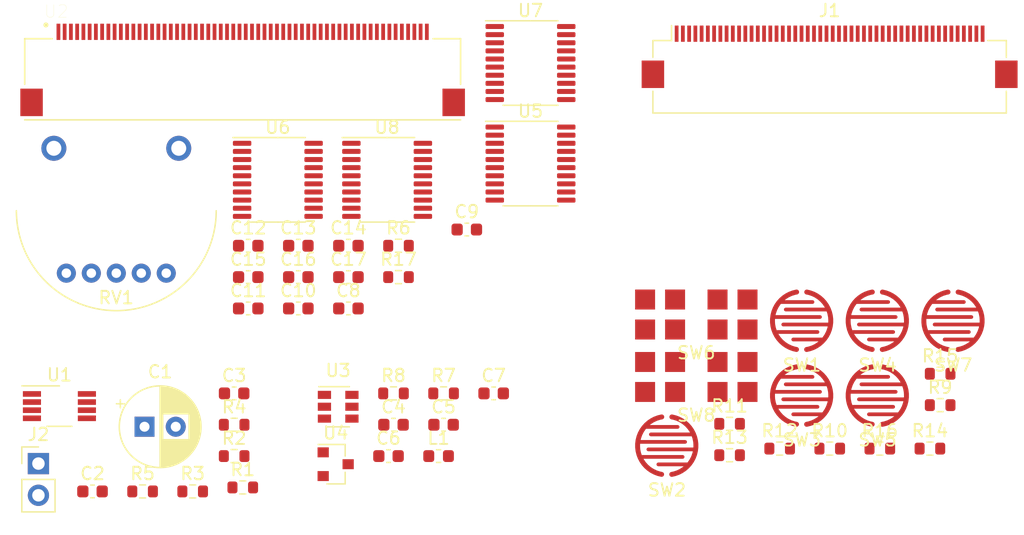
<source format=kicad_pcb>
(kicad_pcb (version 20171130) (host pcbnew "(5.1.10-1-10_14)")

  (general
    (thickness 1.6)
    (drawings 0)
    (tracks 0)
    (zones 0)
    (modules 54)
    (nets 100)
  )

  (page A4)
  (layers
    (0 F.Cu signal)
    (1 In1.Cu power)
    (2 In2.Cu power)
    (31 B.Cu signal)
    (32 B.Adhes user)
    (33 F.Adhes user)
    (34 B.Paste user)
    (35 F.Paste user)
    (36 B.SilkS user)
    (37 F.SilkS user)
    (38 B.Mask user)
    (39 F.Mask user)
    (40 Dwgs.User user)
    (41 Cmts.User user)
    (42 Eco1.User user)
    (43 Eco2.User user)
    (44 Edge.Cuts user)
    (45 Margin user)
    (46 B.CrtYd user)
    (47 F.CrtYd user)
    (48 B.Fab user)
    (49 F.Fab user)
  )

  (setup
    (last_trace_width 0.25)
    (user_trace_width 0.15)
    (user_trace_width 0.4)
    (user_trace_width 0.8)
    (trace_clearance 0.2)
    (zone_clearance 0.3)
    (zone_45_only no)
    (trace_min 0.15)
    (via_size 0.8)
    (via_drill 0.4)
    (via_min_size 0.45)
    (via_min_drill 0.3)
    (uvia_size 0.3)
    (uvia_drill 0.1)
    (uvias_allowed no)
    (uvia_min_size 0.2)
    (uvia_min_drill 0.1)
    (edge_width 0.05)
    (segment_width 0.2)
    (pcb_text_width 0.3)
    (pcb_text_size 1.5 1.5)
    (mod_edge_width 0.12)
    (mod_text_size 1 0.8)
    (mod_text_width 0.15)
    (pad_size 2.2 2.2)
    (pad_drill 2.2)
    (pad_to_mask_clearance 0)
    (aux_axis_origin 0 0)
    (visible_elements FEFFFF7F)
    (pcbplotparams
      (layerselection 0x010fc_ffffffff)
      (usegerberextensions true)
      (usegerberattributes false)
      (usegerberadvancedattributes false)
      (creategerberjobfile false)
      (excludeedgelayer true)
      (linewidth 0.150000)
      (plotframeref false)
      (viasonmask false)
      (mode 1)
      (useauxorigin false)
      (hpglpennumber 1)
      (hpglpenspeed 20)
      (hpglpendiameter 15.000000)
      (psnegative false)
      (psa4output false)
      (plotreference true)
      (plotvalue true)
      (plotinvisibletext false)
      (padsonsilk false)
      (subtractmaskfromsilk false)
      (outputformat 1)
      (mirror false)
      (drillshape 0)
      (scaleselection 1)
      (outputdirectory "../fabrication/"))
  )

  (net 0 "")
  (net 1 "Net-(C1-Pad1)")
  (net 2 "Net-(C1-Pad2)")
  (net 3 "Net-(C2-Pad1)")
  (net 4 GND)
  (net 5 "Net-(C3-Pad2)")
  (net 6 VOUT)
  (net 7 +12V)
  (net 8 +3V0)
  (net 9 +3V3)
  (net 10 AUD_R)
  (net 11 AUD_L)
  (net 12 JOY_LEFT)
  (net 13 JOY_DOWN)
  (net 14 JOY_UP)
  (net 15 JOY_RIGHT)
  (net 16 JOY_SELECT)
  (net 17 JOY_START)
  (net 18 JOY_A)
  (net 19 JOY_B)
  (net 20 DISP_VS)
  (net 21 DISP_HS)
  (net 22 DISP_PCLK)
  (net 23 DISP_DE)
  (net 24 DISP_R4)
  (net 25 DISP_R3)
  (net 26 DISP_R2)
  (net 27 DISP_R1)
  (net 28 DISP_R0)
  (net 29 DISP_G5)
  (net 30 DISP_G4)
  (net 31 DISP_G3)
  (net 32 DISP_G2)
  (net 33 DISP_G1)
  (net 34 DISP_G0)
  (net 35 DISP_B4)
  (net 36 DISP_B3)
  (net 37 DISP_B2)
  (net 38 DISP_B1)
  (net 39 DISP_B0)
  (net 40 DISP_RST)
  (net 41 DISP_CS)
  (net 42 DISP_SCLK)
  (net 43 DISP_SDI)
  (net 44 DISP_SDO)
  (net 45 +5V)
  (net 46 "Net-(L1-Pad2)")
  (net 47 "Net-(R3-Pad1)")
  (net 48 "Net-(R6-Pad1)")
  (net 49 "Net-(R17-Pad2)")
  (net 50 "Net-(R7-Pad2)")
  (net 51 "Net-(U1-Pad1)")
  (net 52 "Net-(U1-Pad7)")
  (net 53 "Net-(U1-Pad8)")
  (net 54 "Net-(U2-Pad7)")
  (net 55 "Net-(U2-Pad8)")
  (net 56 "Net-(U2-Pad9)")
  (net 57 "Net-(U2-Pad11)")
  (net 58 "Net-(U2-Pad12)")
  (net 59 "Net-(U2-Pad13)")
  (net 60 "Net-(U2-Pad17)")
  (net 61 "Net-(U2-Pad18)")
  (net 62 "Net-(U2-Pad19)")
  (net 63 "Net-(U2-Pad20)")
  (net 64 "Net-(U2-Pad21)")
  (net 65 "Net-(U2-Pad24)")
  (net 66 "Net-(U2-Pad25)")
  (net 67 "Net-(U2-Pad26)")
  (net 68 "Net-(U2-Pad27)")
  (net 69 "Net-(U2-Pad28)")
  (net 70 "Net-(U2-Pad29)")
  (net 71 "Net-(U2-Pad33)")
  (net 72 "Net-(U2-Pad34)")
  (net 73 "Net-(U2-Pad35)")
  (net 74 "Net-(U2-Pad36)")
  (net 75 "Net-(U2-Pad37)")
  (net 76 "Net-(U2-Pad39)")
  (net 77 "Net-(U2-Pad40)")
  (net 78 "Net-(U2-Pad41)")
  (net 79 "Net-(U2-Pad42)")
  (net 80 "Net-(U2-Pad51)")
  (net 81 "Net-(U2-Pad52)")
  (net 82 "Net-(U2-Pad53)")
  (net 83 "Net-(U2-Pad54)")
  (net 84 "Net-(U2-Pad55)")
  (net 85 "Net-(U2-Pad56)")
  (net 86 "Net-(U5-Pad7)")
  (net 87 "Net-(U5-Pad8)")
  (net 88 "Net-(U5-Pad9)")
  (net 89 "Net-(U5-Pad10)")
  (net 90 "Net-(U5-Pad11)")
  (net 91 "Net-(U5-Pad12)")
  (net 92 "Net-(U5-Pad13)")
  (net 93 "Net-(U5-Pad14)")
  (net 94 "Net-(U8-Pad13)")
  (net 95 "Net-(U8-Pad12)")
  (net 96 "Net-(U8-Pad11)")
  (net 97 "Net-(U8-Pad10)")
  (net 98 "Net-(U8-Pad9)")
  (net 99 "Net-(U8-Pad8)")

  (net_class Default "This is the default net class."
    (clearance 0.2)
    (trace_width 0.25)
    (via_dia 0.8)
    (via_drill 0.4)
    (uvia_dia 0.3)
    (uvia_drill 0.1)
    (add_net +12V)
    (add_net +3V0)
    (add_net +3V3)
    (add_net +5V)
    (add_net AUD_L)
    (add_net AUD_R)
    (add_net DISP_B0)
    (add_net DISP_B1)
    (add_net DISP_B2)
    (add_net DISP_B3)
    (add_net DISP_B4)
    (add_net DISP_CS)
    (add_net DISP_DE)
    (add_net DISP_G0)
    (add_net DISP_G1)
    (add_net DISP_G2)
    (add_net DISP_G3)
    (add_net DISP_G4)
    (add_net DISP_G5)
    (add_net DISP_HS)
    (add_net DISP_PCLK)
    (add_net DISP_R0)
    (add_net DISP_R1)
    (add_net DISP_R2)
    (add_net DISP_R3)
    (add_net DISP_R4)
    (add_net DISP_RST)
    (add_net DISP_SCLK)
    (add_net DISP_SDI)
    (add_net DISP_SDO)
    (add_net DISP_VS)
    (add_net GND)
    (add_net JOY_A)
    (add_net JOY_B)
    (add_net JOY_DOWN)
    (add_net JOY_LEFT)
    (add_net JOY_RIGHT)
    (add_net JOY_SELECT)
    (add_net JOY_START)
    (add_net JOY_UP)
    (add_net "Net-(C1-Pad1)")
    (add_net "Net-(C1-Pad2)")
    (add_net "Net-(C2-Pad1)")
    (add_net "Net-(C3-Pad2)")
    (add_net "Net-(L1-Pad2)")
    (add_net "Net-(R17-Pad2)")
    (add_net "Net-(R3-Pad1)")
    (add_net "Net-(R6-Pad1)")
    (add_net "Net-(R7-Pad2)")
    (add_net "Net-(U1-Pad1)")
    (add_net "Net-(U1-Pad7)")
    (add_net "Net-(U1-Pad8)")
    (add_net "Net-(U2-Pad11)")
    (add_net "Net-(U2-Pad12)")
    (add_net "Net-(U2-Pad13)")
    (add_net "Net-(U2-Pad17)")
    (add_net "Net-(U2-Pad18)")
    (add_net "Net-(U2-Pad19)")
    (add_net "Net-(U2-Pad20)")
    (add_net "Net-(U2-Pad21)")
    (add_net "Net-(U2-Pad24)")
    (add_net "Net-(U2-Pad25)")
    (add_net "Net-(U2-Pad26)")
    (add_net "Net-(U2-Pad27)")
    (add_net "Net-(U2-Pad28)")
    (add_net "Net-(U2-Pad29)")
    (add_net "Net-(U2-Pad33)")
    (add_net "Net-(U2-Pad34)")
    (add_net "Net-(U2-Pad35)")
    (add_net "Net-(U2-Pad36)")
    (add_net "Net-(U2-Pad37)")
    (add_net "Net-(U2-Pad39)")
    (add_net "Net-(U2-Pad40)")
    (add_net "Net-(U2-Pad41)")
    (add_net "Net-(U2-Pad42)")
    (add_net "Net-(U2-Pad51)")
    (add_net "Net-(U2-Pad52)")
    (add_net "Net-(U2-Pad53)")
    (add_net "Net-(U2-Pad54)")
    (add_net "Net-(U2-Pad55)")
    (add_net "Net-(U2-Pad56)")
    (add_net "Net-(U2-Pad7)")
    (add_net "Net-(U2-Pad8)")
    (add_net "Net-(U2-Pad9)")
    (add_net "Net-(U5-Pad10)")
    (add_net "Net-(U5-Pad11)")
    (add_net "Net-(U5-Pad12)")
    (add_net "Net-(U5-Pad13)")
    (add_net "Net-(U5-Pad14)")
    (add_net "Net-(U5-Pad7)")
    (add_net "Net-(U5-Pad8)")
    (add_net "Net-(U5-Pad9)")
    (add_net "Net-(U8-Pad10)")
    (add_net "Net-(U8-Pad11)")
    (add_net "Net-(U8-Pad12)")
    (add_net "Net-(U8-Pad13)")
    (add_net "Net-(U8-Pad8)")
    (add_net "Net-(U8-Pad9)")
    (add_net VOUT)
  )

  (module Capacitor_THT:CP_Radial_D6.3mm_P2.50mm (layer F.Cu) (tedit 5AE50EF0) (tstamp 6148BB5E)
    (at 36.110242 186.625001)
    (descr "CP, Radial series, Radial, pin pitch=2.50mm, , diameter=6.3mm, Electrolytic Capacitor")
    (tags "CP Radial series Radial pin pitch 2.50mm  diameter 6.3mm Electrolytic Capacitor")
    (path /6140B5D8/6141A883)
    (fp_text reference C1 (at 1.25 -4.4) (layer F.SilkS)
      (effects (font (size 1 1) (thickness 0.15)))
    )
    (fp_text value 220µF (at 1.25 4.4) (layer F.Fab)
      (effects (font (size 1 1) (thickness 0.15)))
    )
    (fp_circle (center 1.25 0) (end 4.4 0) (layer F.Fab) (width 0.1))
    (fp_circle (center 1.25 0) (end 4.52 0) (layer F.SilkS) (width 0.12))
    (fp_circle (center 1.25 0) (end 4.65 0) (layer F.CrtYd) (width 0.05))
    (fp_line (start -1.443972 -1.3735) (end -0.813972 -1.3735) (layer F.Fab) (width 0.1))
    (fp_line (start -1.128972 -1.6885) (end -1.128972 -1.0585) (layer F.Fab) (width 0.1))
    (fp_line (start 1.25 -3.23) (end 1.25 3.23) (layer F.SilkS) (width 0.12))
    (fp_line (start 1.29 -3.23) (end 1.29 3.23) (layer F.SilkS) (width 0.12))
    (fp_line (start 1.33 -3.23) (end 1.33 3.23) (layer F.SilkS) (width 0.12))
    (fp_line (start 1.37 -3.228) (end 1.37 3.228) (layer F.SilkS) (width 0.12))
    (fp_line (start 1.41 -3.227) (end 1.41 3.227) (layer F.SilkS) (width 0.12))
    (fp_line (start 1.45 -3.224) (end 1.45 3.224) (layer F.SilkS) (width 0.12))
    (fp_line (start 1.49 -3.222) (end 1.49 -1.04) (layer F.SilkS) (width 0.12))
    (fp_line (start 1.49 1.04) (end 1.49 3.222) (layer F.SilkS) (width 0.12))
    (fp_line (start 1.53 -3.218) (end 1.53 -1.04) (layer F.SilkS) (width 0.12))
    (fp_line (start 1.53 1.04) (end 1.53 3.218) (layer F.SilkS) (width 0.12))
    (fp_line (start 1.57 -3.215) (end 1.57 -1.04) (layer F.SilkS) (width 0.12))
    (fp_line (start 1.57 1.04) (end 1.57 3.215) (layer F.SilkS) (width 0.12))
    (fp_line (start 1.61 -3.211) (end 1.61 -1.04) (layer F.SilkS) (width 0.12))
    (fp_line (start 1.61 1.04) (end 1.61 3.211) (layer F.SilkS) (width 0.12))
    (fp_line (start 1.65 -3.206) (end 1.65 -1.04) (layer F.SilkS) (width 0.12))
    (fp_line (start 1.65 1.04) (end 1.65 3.206) (layer F.SilkS) (width 0.12))
    (fp_line (start 1.69 -3.201) (end 1.69 -1.04) (layer F.SilkS) (width 0.12))
    (fp_line (start 1.69 1.04) (end 1.69 3.201) (layer F.SilkS) (width 0.12))
    (fp_line (start 1.73 -3.195) (end 1.73 -1.04) (layer F.SilkS) (width 0.12))
    (fp_line (start 1.73 1.04) (end 1.73 3.195) (layer F.SilkS) (width 0.12))
    (fp_line (start 1.77 -3.189) (end 1.77 -1.04) (layer F.SilkS) (width 0.12))
    (fp_line (start 1.77 1.04) (end 1.77 3.189) (layer F.SilkS) (width 0.12))
    (fp_line (start 1.81 -3.182) (end 1.81 -1.04) (layer F.SilkS) (width 0.12))
    (fp_line (start 1.81 1.04) (end 1.81 3.182) (layer F.SilkS) (width 0.12))
    (fp_line (start 1.85 -3.175) (end 1.85 -1.04) (layer F.SilkS) (width 0.12))
    (fp_line (start 1.85 1.04) (end 1.85 3.175) (layer F.SilkS) (width 0.12))
    (fp_line (start 1.89 -3.167) (end 1.89 -1.04) (layer F.SilkS) (width 0.12))
    (fp_line (start 1.89 1.04) (end 1.89 3.167) (layer F.SilkS) (width 0.12))
    (fp_line (start 1.93 -3.159) (end 1.93 -1.04) (layer F.SilkS) (width 0.12))
    (fp_line (start 1.93 1.04) (end 1.93 3.159) (layer F.SilkS) (width 0.12))
    (fp_line (start 1.971 -3.15) (end 1.971 -1.04) (layer F.SilkS) (width 0.12))
    (fp_line (start 1.971 1.04) (end 1.971 3.15) (layer F.SilkS) (width 0.12))
    (fp_line (start 2.011 -3.141) (end 2.011 -1.04) (layer F.SilkS) (width 0.12))
    (fp_line (start 2.011 1.04) (end 2.011 3.141) (layer F.SilkS) (width 0.12))
    (fp_line (start 2.051 -3.131) (end 2.051 -1.04) (layer F.SilkS) (width 0.12))
    (fp_line (start 2.051 1.04) (end 2.051 3.131) (layer F.SilkS) (width 0.12))
    (fp_line (start 2.091 -3.121) (end 2.091 -1.04) (layer F.SilkS) (width 0.12))
    (fp_line (start 2.091 1.04) (end 2.091 3.121) (layer F.SilkS) (width 0.12))
    (fp_line (start 2.131 -3.11) (end 2.131 -1.04) (layer F.SilkS) (width 0.12))
    (fp_line (start 2.131 1.04) (end 2.131 3.11) (layer F.SilkS) (width 0.12))
    (fp_line (start 2.171 -3.098) (end 2.171 -1.04) (layer F.SilkS) (width 0.12))
    (fp_line (start 2.171 1.04) (end 2.171 3.098) (layer F.SilkS) (width 0.12))
    (fp_line (start 2.211 -3.086) (end 2.211 -1.04) (layer F.SilkS) (width 0.12))
    (fp_line (start 2.211 1.04) (end 2.211 3.086) (layer F.SilkS) (width 0.12))
    (fp_line (start 2.251 -3.074) (end 2.251 -1.04) (layer F.SilkS) (width 0.12))
    (fp_line (start 2.251 1.04) (end 2.251 3.074) (layer F.SilkS) (width 0.12))
    (fp_line (start 2.291 -3.061) (end 2.291 -1.04) (layer F.SilkS) (width 0.12))
    (fp_line (start 2.291 1.04) (end 2.291 3.061) (layer F.SilkS) (width 0.12))
    (fp_line (start 2.331 -3.047) (end 2.331 -1.04) (layer F.SilkS) (width 0.12))
    (fp_line (start 2.331 1.04) (end 2.331 3.047) (layer F.SilkS) (width 0.12))
    (fp_line (start 2.371 -3.033) (end 2.371 -1.04) (layer F.SilkS) (width 0.12))
    (fp_line (start 2.371 1.04) (end 2.371 3.033) (layer F.SilkS) (width 0.12))
    (fp_line (start 2.411 -3.018) (end 2.411 -1.04) (layer F.SilkS) (width 0.12))
    (fp_line (start 2.411 1.04) (end 2.411 3.018) (layer F.SilkS) (width 0.12))
    (fp_line (start 2.451 -3.002) (end 2.451 -1.04) (layer F.SilkS) (width 0.12))
    (fp_line (start 2.451 1.04) (end 2.451 3.002) (layer F.SilkS) (width 0.12))
    (fp_line (start 2.491 -2.986) (end 2.491 -1.04) (layer F.SilkS) (width 0.12))
    (fp_line (start 2.491 1.04) (end 2.491 2.986) (layer F.SilkS) (width 0.12))
    (fp_line (start 2.531 -2.97) (end 2.531 -1.04) (layer F.SilkS) (width 0.12))
    (fp_line (start 2.531 1.04) (end 2.531 2.97) (layer F.SilkS) (width 0.12))
    (fp_line (start 2.571 -2.952) (end 2.571 -1.04) (layer F.SilkS) (width 0.12))
    (fp_line (start 2.571 1.04) (end 2.571 2.952) (layer F.SilkS) (width 0.12))
    (fp_line (start 2.611 -2.934) (end 2.611 -1.04) (layer F.SilkS) (width 0.12))
    (fp_line (start 2.611 1.04) (end 2.611 2.934) (layer F.SilkS) (width 0.12))
    (fp_line (start 2.651 -2.916) (end 2.651 -1.04) (layer F.SilkS) (width 0.12))
    (fp_line (start 2.651 1.04) (end 2.651 2.916) (layer F.SilkS) (width 0.12))
    (fp_line (start 2.691 -2.896) (end 2.691 -1.04) (layer F.SilkS) (width 0.12))
    (fp_line (start 2.691 1.04) (end 2.691 2.896) (layer F.SilkS) (width 0.12))
    (fp_line (start 2.731 -2.876) (end 2.731 -1.04) (layer F.SilkS) (width 0.12))
    (fp_line (start 2.731 1.04) (end 2.731 2.876) (layer F.SilkS) (width 0.12))
    (fp_line (start 2.771 -2.856) (end 2.771 -1.04) (layer F.SilkS) (width 0.12))
    (fp_line (start 2.771 1.04) (end 2.771 2.856) (layer F.SilkS) (width 0.12))
    (fp_line (start 2.811 -2.834) (end 2.811 -1.04) (layer F.SilkS) (width 0.12))
    (fp_line (start 2.811 1.04) (end 2.811 2.834) (layer F.SilkS) (width 0.12))
    (fp_line (start 2.851 -2.812) (end 2.851 -1.04) (layer F.SilkS) (width 0.12))
    (fp_line (start 2.851 1.04) (end 2.851 2.812) (layer F.SilkS) (width 0.12))
    (fp_line (start 2.891 -2.79) (end 2.891 -1.04) (layer F.SilkS) (width 0.12))
    (fp_line (start 2.891 1.04) (end 2.891 2.79) (layer F.SilkS) (width 0.12))
    (fp_line (start 2.931 -2.766) (end 2.931 -1.04) (layer F.SilkS) (width 0.12))
    (fp_line (start 2.931 1.04) (end 2.931 2.766) (layer F.SilkS) (width 0.12))
    (fp_line (start 2.971 -2.742) (end 2.971 -1.04) (layer F.SilkS) (width 0.12))
    (fp_line (start 2.971 1.04) (end 2.971 2.742) (layer F.SilkS) (width 0.12))
    (fp_line (start 3.011 -2.716) (end 3.011 -1.04) (layer F.SilkS) (width 0.12))
    (fp_line (start 3.011 1.04) (end 3.011 2.716) (layer F.SilkS) (width 0.12))
    (fp_line (start 3.051 -2.69) (end 3.051 -1.04) (layer F.SilkS) (width 0.12))
    (fp_line (start 3.051 1.04) (end 3.051 2.69) (layer F.SilkS) (width 0.12))
    (fp_line (start 3.091 -2.664) (end 3.091 -1.04) (layer F.SilkS) (width 0.12))
    (fp_line (start 3.091 1.04) (end 3.091 2.664) (layer F.SilkS) (width 0.12))
    (fp_line (start 3.131 -2.636) (end 3.131 -1.04) (layer F.SilkS) (width 0.12))
    (fp_line (start 3.131 1.04) (end 3.131 2.636) (layer F.SilkS) (width 0.12))
    (fp_line (start 3.171 -2.607) (end 3.171 -1.04) (layer F.SilkS) (width 0.12))
    (fp_line (start 3.171 1.04) (end 3.171 2.607) (layer F.SilkS) (width 0.12))
    (fp_line (start 3.211 -2.578) (end 3.211 -1.04) (layer F.SilkS) (width 0.12))
    (fp_line (start 3.211 1.04) (end 3.211 2.578) (layer F.SilkS) (width 0.12))
    (fp_line (start 3.251 -2.548) (end 3.251 -1.04) (layer F.SilkS) (width 0.12))
    (fp_line (start 3.251 1.04) (end 3.251 2.548) (layer F.SilkS) (width 0.12))
    (fp_line (start 3.291 -2.516) (end 3.291 -1.04) (layer F.SilkS) (width 0.12))
    (fp_line (start 3.291 1.04) (end 3.291 2.516) (layer F.SilkS) (width 0.12))
    (fp_line (start 3.331 -2.484) (end 3.331 -1.04) (layer F.SilkS) (width 0.12))
    (fp_line (start 3.331 1.04) (end 3.331 2.484) (layer F.SilkS) (width 0.12))
    (fp_line (start 3.371 -2.45) (end 3.371 -1.04) (layer F.SilkS) (width 0.12))
    (fp_line (start 3.371 1.04) (end 3.371 2.45) (layer F.SilkS) (width 0.12))
    (fp_line (start 3.411 -2.416) (end 3.411 -1.04) (layer F.SilkS) (width 0.12))
    (fp_line (start 3.411 1.04) (end 3.411 2.416) (layer F.SilkS) (width 0.12))
    (fp_line (start 3.451 -2.38) (end 3.451 -1.04) (layer F.SilkS) (width 0.12))
    (fp_line (start 3.451 1.04) (end 3.451 2.38) (layer F.SilkS) (width 0.12))
    (fp_line (start 3.491 -2.343) (end 3.491 -1.04) (layer F.SilkS) (width 0.12))
    (fp_line (start 3.491 1.04) (end 3.491 2.343) (layer F.SilkS) (width 0.12))
    (fp_line (start 3.531 -2.305) (end 3.531 -1.04) (layer F.SilkS) (width 0.12))
    (fp_line (start 3.531 1.04) (end 3.531 2.305) (layer F.SilkS) (width 0.12))
    (fp_line (start 3.571 -2.265) (end 3.571 2.265) (layer F.SilkS) (width 0.12))
    (fp_line (start 3.611 -2.224) (end 3.611 2.224) (layer F.SilkS) (width 0.12))
    (fp_line (start 3.651 -2.182) (end 3.651 2.182) (layer F.SilkS) (width 0.12))
    (fp_line (start 3.691 -2.137) (end 3.691 2.137) (layer F.SilkS) (width 0.12))
    (fp_line (start 3.731 -2.092) (end 3.731 2.092) (layer F.SilkS) (width 0.12))
    (fp_line (start 3.771 -2.044) (end 3.771 2.044) (layer F.SilkS) (width 0.12))
    (fp_line (start 3.811 -1.995) (end 3.811 1.995) (layer F.SilkS) (width 0.12))
    (fp_line (start 3.851 -1.944) (end 3.851 1.944) (layer F.SilkS) (width 0.12))
    (fp_line (start 3.891 -1.89) (end 3.891 1.89) (layer F.SilkS) (width 0.12))
    (fp_line (start 3.931 -1.834) (end 3.931 1.834) (layer F.SilkS) (width 0.12))
    (fp_line (start 3.971 -1.776) (end 3.971 1.776) (layer F.SilkS) (width 0.12))
    (fp_line (start 4.011 -1.714) (end 4.011 1.714) (layer F.SilkS) (width 0.12))
    (fp_line (start 4.051 -1.65) (end 4.051 1.65) (layer F.SilkS) (width 0.12))
    (fp_line (start 4.091 -1.581) (end 4.091 1.581) (layer F.SilkS) (width 0.12))
    (fp_line (start 4.131 -1.509) (end 4.131 1.509) (layer F.SilkS) (width 0.12))
    (fp_line (start 4.171 -1.432) (end 4.171 1.432) (layer F.SilkS) (width 0.12))
    (fp_line (start 4.211 -1.35) (end 4.211 1.35) (layer F.SilkS) (width 0.12))
    (fp_line (start 4.251 -1.262) (end 4.251 1.262) (layer F.SilkS) (width 0.12))
    (fp_line (start 4.291 -1.165) (end 4.291 1.165) (layer F.SilkS) (width 0.12))
    (fp_line (start 4.331 -1.059) (end 4.331 1.059) (layer F.SilkS) (width 0.12))
    (fp_line (start 4.371 -0.94) (end 4.371 0.94) (layer F.SilkS) (width 0.12))
    (fp_line (start 4.411 -0.802) (end 4.411 0.802) (layer F.SilkS) (width 0.12))
    (fp_line (start 4.451 -0.633) (end 4.451 0.633) (layer F.SilkS) (width 0.12))
    (fp_line (start 4.491 -0.402) (end 4.491 0.402) (layer F.SilkS) (width 0.12))
    (fp_line (start -2.250241 -1.839) (end -1.620241 -1.839) (layer F.SilkS) (width 0.12))
    (fp_line (start -1.935241 -2.154) (end -1.935241 -1.524) (layer F.SilkS) (width 0.12))
    (fp_text user %R (at 1.25 0) (layer F.Fab)
      (effects (font (size 1 1) (thickness 0.15)))
    )
    (pad 1 thru_hole rect (at 0 0) (size 1.6 1.6) (drill 0.8) (layers *.Cu *.Mask)
      (net 1 "Net-(C1-Pad1)"))
    (pad 2 thru_hole circle (at 2.5 0) (size 1.6 1.6) (drill 0.8) (layers *.Cu *.Mask)
      (net 2 "Net-(C1-Pad2)"))
    (model ${KISYS3DMOD}/Capacitor_THT.3dshapes/CP_Radial_D6.3mm_P2.50mm.wrl
      (at (xyz 0 0 0))
      (scale (xyz 1 1 1))
      (rotate (xyz 0 0 0))
    )
  )

  (module Capacitor_SMD:C_0603_1608Metric (layer F.Cu) (tedit 5F68FEEE) (tstamp 6148BB6F)
    (at 31.945001 191.805001)
    (descr "Capacitor SMD 0603 (1608 Metric), square (rectangular) end terminal, IPC_7351 nominal, (Body size source: IPC-SM-782 page 76, https://www.pcb-3d.com/wordpress/wp-content/uploads/ipc-sm-782a_amendment_1_and_2.pdf), generated with kicad-footprint-generator")
    (tags capacitor)
    (path /6140B5D8/6140D2D6)
    (attr smd)
    (fp_text reference C2 (at 0 -1.43) (layer F.SilkS)
      (effects (font (size 1 1) (thickness 0.15)))
    )
    (fp_text value 4.7nF (at 0 1.43) (layer F.Fab)
      (effects (font (size 1 1) (thickness 0.15)))
    )
    (fp_line (start -0.8 0.4) (end -0.8 -0.4) (layer F.Fab) (width 0.1))
    (fp_line (start -0.8 -0.4) (end 0.8 -0.4) (layer F.Fab) (width 0.1))
    (fp_line (start 0.8 -0.4) (end 0.8 0.4) (layer F.Fab) (width 0.1))
    (fp_line (start 0.8 0.4) (end -0.8 0.4) (layer F.Fab) (width 0.1))
    (fp_line (start -0.14058 -0.51) (end 0.14058 -0.51) (layer F.SilkS) (width 0.12))
    (fp_line (start -0.14058 0.51) (end 0.14058 0.51) (layer F.SilkS) (width 0.12))
    (fp_line (start -1.48 0.73) (end -1.48 -0.73) (layer F.CrtYd) (width 0.05))
    (fp_line (start -1.48 -0.73) (end 1.48 -0.73) (layer F.CrtYd) (width 0.05))
    (fp_line (start 1.48 -0.73) (end 1.48 0.73) (layer F.CrtYd) (width 0.05))
    (fp_line (start 1.48 0.73) (end -1.48 0.73) (layer F.CrtYd) (width 0.05))
    (fp_text user %R (at 0 0) (layer F.Fab)
      (effects (font (size 0.4 0.4) (thickness 0.06)))
    )
    (pad 1 smd roundrect (at -0.775 0) (size 0.9 0.95) (layers F.Cu F.Paste F.Mask) (roundrect_rratio 0.25)
      (net 3 "Net-(C2-Pad1)"))
    (pad 2 smd roundrect (at 0.775 0) (size 0.9 0.95) (layers F.Cu F.Paste F.Mask) (roundrect_rratio 0.25)
      (net 4 GND))
    (model ${KISYS3DMOD}/Capacitor_SMD.3dshapes/C_0603_1608Metric.wrl
      (at (xyz 0 0 0))
      (scale (xyz 1 1 1))
      (rotate (xyz 0 0 0))
    )
  )

  (module Capacitor_SMD:C_0603_1608Metric (layer F.Cu) (tedit 5F68FEEE) (tstamp 6148BB80)
    (at 43.285001 183.955001)
    (descr "Capacitor SMD 0603 (1608 Metric), square (rectangular) end terminal, IPC_7351 nominal, (Body size source: IPC-SM-782 page 76, https://www.pcb-3d.com/wordpress/wp-content/uploads/ipc-sm-782a_amendment_1_and_2.pdf), generated with kicad-footprint-generator")
    (tags capacitor)
    (path /6140B5D8/614175AB)
    (attr smd)
    (fp_text reference C3 (at 0 -1.43) (layer F.SilkS)
      (effects (font (size 1 1) (thickness 0.15)))
    )
    (fp_text value 47nF (at 0 1.43) (layer F.Fab)
      (effects (font (size 1 1) (thickness 0.15)))
    )
    (fp_line (start 1.48 0.73) (end -1.48 0.73) (layer F.CrtYd) (width 0.05))
    (fp_line (start 1.48 -0.73) (end 1.48 0.73) (layer F.CrtYd) (width 0.05))
    (fp_line (start -1.48 -0.73) (end 1.48 -0.73) (layer F.CrtYd) (width 0.05))
    (fp_line (start -1.48 0.73) (end -1.48 -0.73) (layer F.CrtYd) (width 0.05))
    (fp_line (start -0.14058 0.51) (end 0.14058 0.51) (layer F.SilkS) (width 0.12))
    (fp_line (start -0.14058 -0.51) (end 0.14058 -0.51) (layer F.SilkS) (width 0.12))
    (fp_line (start 0.8 0.4) (end -0.8 0.4) (layer F.Fab) (width 0.1))
    (fp_line (start 0.8 -0.4) (end 0.8 0.4) (layer F.Fab) (width 0.1))
    (fp_line (start -0.8 -0.4) (end 0.8 -0.4) (layer F.Fab) (width 0.1))
    (fp_line (start -0.8 0.4) (end -0.8 -0.4) (layer F.Fab) (width 0.1))
    (fp_text user %R (at 0 0) (layer F.Fab)
      (effects (font (size 0.4 0.4) (thickness 0.06)))
    )
    (pad 2 smd roundrect (at 0.775 0) (size 0.9 0.95) (layers F.Cu F.Paste F.Mask) (roundrect_rratio 0.25)
      (net 5 "Net-(C3-Pad2)"))
    (pad 1 smd roundrect (at -0.775 0) (size 0.9 0.95) (layers F.Cu F.Paste F.Mask) (roundrect_rratio 0.25)
      (net 1 "Net-(C1-Pad1)"))
    (model ${KISYS3DMOD}/Capacitor_SMD.3dshapes/C_0603_1608Metric.wrl
      (at (xyz 0 0 0))
      (scale (xyz 1 1 1))
      (rotate (xyz 0 0 0))
    )
  )

  (module Capacitor_SMD:C_0603_1608Metric (layer F.Cu) (tedit 5F68FEEE) (tstamp 6148BB91)
    (at 56.045001 186.465001)
    (descr "Capacitor SMD 0603 (1608 Metric), square (rectangular) end terminal, IPC_7351 nominal, (Body size source: IPC-SM-782 page 76, https://www.pcb-3d.com/wordpress/wp-content/uploads/ipc-sm-782a_amendment_1_and_2.pdf), generated with kicad-footprint-generator")
    (tags capacitor)
    (path /6142C278/6142D78F)
    (attr smd)
    (fp_text reference C4 (at 0 -1.43) (layer F.SilkS)
      (effects (font (size 1 1) (thickness 0.15)))
    )
    (fp_text value 1µF (at 0 1.43) (layer F.Fab)
      (effects (font (size 1 1) (thickness 0.15)))
    )
    (fp_line (start -0.8 0.4) (end -0.8 -0.4) (layer F.Fab) (width 0.1))
    (fp_line (start -0.8 -0.4) (end 0.8 -0.4) (layer F.Fab) (width 0.1))
    (fp_line (start 0.8 -0.4) (end 0.8 0.4) (layer F.Fab) (width 0.1))
    (fp_line (start 0.8 0.4) (end -0.8 0.4) (layer F.Fab) (width 0.1))
    (fp_line (start -0.14058 -0.51) (end 0.14058 -0.51) (layer F.SilkS) (width 0.12))
    (fp_line (start -0.14058 0.51) (end 0.14058 0.51) (layer F.SilkS) (width 0.12))
    (fp_line (start -1.48 0.73) (end -1.48 -0.73) (layer F.CrtYd) (width 0.05))
    (fp_line (start -1.48 -0.73) (end 1.48 -0.73) (layer F.CrtYd) (width 0.05))
    (fp_line (start 1.48 -0.73) (end 1.48 0.73) (layer F.CrtYd) (width 0.05))
    (fp_line (start 1.48 0.73) (end -1.48 0.73) (layer F.CrtYd) (width 0.05))
    (fp_text user %R (at 0 0) (layer F.Fab)
      (effects (font (size 0.4 0.4) (thickness 0.06)))
    )
    (pad 1 smd roundrect (at -0.775 0) (size 0.9 0.95) (layers F.Cu F.Paste F.Mask) (roundrect_rratio 0.25)
      (net 6 VOUT))
    (pad 2 smd roundrect (at 0.775 0) (size 0.9 0.95) (layers F.Cu F.Paste F.Mask) (roundrect_rratio 0.25)
      (net 4 GND))
    (model ${KISYS3DMOD}/Capacitor_SMD.3dshapes/C_0603_1608Metric.wrl
      (at (xyz 0 0 0))
      (scale (xyz 1 1 1))
      (rotate (xyz 0 0 0))
    )
  )

  (module Capacitor_SMD:C_0603_1608Metric (layer F.Cu) (tedit 5F68FEEE) (tstamp 6148BBA2)
    (at 60.055001 186.465001)
    (descr "Capacitor SMD 0603 (1608 Metric), square (rectangular) end terminal, IPC_7351 nominal, (Body size source: IPC-SM-782 page 76, https://www.pcb-3d.com/wordpress/wp-content/uploads/ipc-sm-782a_amendment_1_and_2.pdf), generated with kicad-footprint-generator")
    (tags capacitor)
    (path /6142C278/61432BC6)
    (attr smd)
    (fp_text reference C5 (at 0 -1.43) (layer F.SilkS)
      (effects (font (size 1 1) (thickness 0.15)))
    )
    (fp_text value 4.7µF (at 0 1.43) (layer F.Fab)
      (effects (font (size 1 1) (thickness 0.15)))
    )
    (fp_line (start 1.48 0.73) (end -1.48 0.73) (layer F.CrtYd) (width 0.05))
    (fp_line (start 1.48 -0.73) (end 1.48 0.73) (layer F.CrtYd) (width 0.05))
    (fp_line (start -1.48 -0.73) (end 1.48 -0.73) (layer F.CrtYd) (width 0.05))
    (fp_line (start -1.48 0.73) (end -1.48 -0.73) (layer F.CrtYd) (width 0.05))
    (fp_line (start -0.14058 0.51) (end 0.14058 0.51) (layer F.SilkS) (width 0.12))
    (fp_line (start -0.14058 -0.51) (end 0.14058 -0.51) (layer F.SilkS) (width 0.12))
    (fp_line (start 0.8 0.4) (end -0.8 0.4) (layer F.Fab) (width 0.1))
    (fp_line (start 0.8 -0.4) (end 0.8 0.4) (layer F.Fab) (width 0.1))
    (fp_line (start -0.8 -0.4) (end 0.8 -0.4) (layer F.Fab) (width 0.1))
    (fp_line (start -0.8 0.4) (end -0.8 -0.4) (layer F.Fab) (width 0.1))
    (fp_text user %R (at 0 0) (layer F.Fab)
      (effects (font (size 0.4 0.4) (thickness 0.06)))
    )
    (pad 2 smd roundrect (at 0.775 0) (size 0.9 0.95) (layers F.Cu F.Paste F.Mask) (roundrect_rratio 0.25)
      (net 4 GND))
    (pad 1 smd roundrect (at -0.775 0) (size 0.9 0.95) (layers F.Cu F.Paste F.Mask) (roundrect_rratio 0.25)
      (net 7 +12V))
    (model ${KISYS3DMOD}/Capacitor_SMD.3dshapes/C_0603_1608Metric.wrl
      (at (xyz 0 0 0))
      (scale (xyz 1 1 1))
      (rotate (xyz 0 0 0))
    )
  )

  (module Capacitor_SMD:C_0603_1608Metric (layer F.Cu) (tedit 5F68FEEE) (tstamp 6148BBB3)
    (at 55.645001 188.975001)
    (descr "Capacitor SMD 0603 (1608 Metric), square (rectangular) end terminal, IPC_7351 nominal, (Body size source: IPC-SM-782 page 76, https://www.pcb-3d.com/wordpress/wp-content/uploads/ipc-sm-782a_amendment_1_and_2.pdf), generated with kicad-footprint-generator")
    (tags capacitor)
    (path /6142C278/6142201A)
    (attr smd)
    (fp_text reference C6 (at 0 -1.43) (layer F.SilkS)
      (effects (font (size 1 1) (thickness 0.15)))
    )
    (fp_text value 10µF (at 0 1.43) (layer F.Fab)
      (effects (font (size 1 1) (thickness 0.15)))
    )
    (fp_line (start -0.8 0.4) (end -0.8 -0.4) (layer F.Fab) (width 0.1))
    (fp_line (start -0.8 -0.4) (end 0.8 -0.4) (layer F.Fab) (width 0.1))
    (fp_line (start 0.8 -0.4) (end 0.8 0.4) (layer F.Fab) (width 0.1))
    (fp_line (start 0.8 0.4) (end -0.8 0.4) (layer F.Fab) (width 0.1))
    (fp_line (start -0.14058 -0.51) (end 0.14058 -0.51) (layer F.SilkS) (width 0.12))
    (fp_line (start -0.14058 0.51) (end 0.14058 0.51) (layer F.SilkS) (width 0.12))
    (fp_line (start -1.48 0.73) (end -1.48 -0.73) (layer F.CrtYd) (width 0.05))
    (fp_line (start -1.48 -0.73) (end 1.48 -0.73) (layer F.CrtYd) (width 0.05))
    (fp_line (start 1.48 -0.73) (end 1.48 0.73) (layer F.CrtYd) (width 0.05))
    (fp_line (start 1.48 0.73) (end -1.48 0.73) (layer F.CrtYd) (width 0.05))
    (fp_text user %R (at 0 0) (layer F.Fab)
      (effects (font (size 0.4 0.4) (thickness 0.06)))
    )
    (pad 1 smd roundrect (at -0.775 0) (size 0.9 0.95) (layers F.Cu F.Paste F.Mask) (roundrect_rratio 0.25)
      (net 6 VOUT))
    (pad 2 smd roundrect (at 0.775 0) (size 0.9 0.95) (layers F.Cu F.Paste F.Mask) (roundrect_rratio 0.25)
      (net 4 GND))
    (model ${KISYS3DMOD}/Capacitor_SMD.3dshapes/C_0603_1608Metric.wrl
      (at (xyz 0 0 0))
      (scale (xyz 1 1 1))
      (rotate (xyz 0 0 0))
    )
  )

  (module Capacitor_SMD:C_0603_1608Metric (layer F.Cu) (tedit 5F68FEEE) (tstamp 6148BBC4)
    (at 64.065001 183.955001)
    (descr "Capacitor SMD 0603 (1608 Metric), square (rectangular) end terminal, IPC_7351 nominal, (Body size source: IPC-SM-782 page 76, https://www.pcb-3d.com/wordpress/wp-content/uploads/ipc-sm-782a_amendment_1_and_2.pdf), generated with kicad-footprint-generator")
    (tags capacitor)
    (path /6142C278/614226D0)
    (attr smd)
    (fp_text reference C7 (at 0 -1.43) (layer F.SilkS)
      (effects (font (size 1 1) (thickness 0.15)))
    )
    (fp_text value 10µF (at 0 1.43) (layer F.Fab)
      (effects (font (size 1 1) (thickness 0.15)))
    )
    (fp_line (start -0.8 0.4) (end -0.8 -0.4) (layer F.Fab) (width 0.1))
    (fp_line (start -0.8 -0.4) (end 0.8 -0.4) (layer F.Fab) (width 0.1))
    (fp_line (start 0.8 -0.4) (end 0.8 0.4) (layer F.Fab) (width 0.1))
    (fp_line (start 0.8 0.4) (end -0.8 0.4) (layer F.Fab) (width 0.1))
    (fp_line (start -0.14058 -0.51) (end 0.14058 -0.51) (layer F.SilkS) (width 0.12))
    (fp_line (start -0.14058 0.51) (end 0.14058 0.51) (layer F.SilkS) (width 0.12))
    (fp_line (start -1.48 0.73) (end -1.48 -0.73) (layer F.CrtYd) (width 0.05))
    (fp_line (start -1.48 -0.73) (end 1.48 -0.73) (layer F.CrtYd) (width 0.05))
    (fp_line (start 1.48 -0.73) (end 1.48 0.73) (layer F.CrtYd) (width 0.05))
    (fp_line (start 1.48 0.73) (end -1.48 0.73) (layer F.CrtYd) (width 0.05))
    (fp_text user %R (at 0 0) (layer F.Fab)
      (effects (font (size 0.4 0.4) (thickness 0.06)))
    )
    (pad 1 smd roundrect (at -0.775 0) (size 0.9 0.95) (layers F.Cu F.Paste F.Mask) (roundrect_rratio 0.25)
      (net 8 +3V0))
    (pad 2 smd roundrect (at 0.775 0) (size 0.9 0.95) (layers F.Cu F.Paste F.Mask) (roundrect_rratio 0.25)
      (net 4 GND))
    (model ${KISYS3DMOD}/Capacitor_SMD.3dshapes/C_0603_1608Metric.wrl
      (at (xyz 0 0 0))
      (scale (xyz 1 1 1))
      (rotate (xyz 0 0 0))
    )
  )

  (module Capacitor_SMD:C_0603_1608Metric (layer F.Cu) (tedit 5F68FEEE) (tstamp 6148BBD5)
    (at 52.435001 177.155001)
    (descr "Capacitor SMD 0603 (1608 Metric), square (rectangular) end terminal, IPC_7351 nominal, (Body size source: IPC-SM-782 page 76, https://www.pcb-3d.com/wordpress/wp-content/uploads/ipc-sm-782a_amendment_1_and_2.pdf), generated with kicad-footprint-generator")
    (tags capacitor)
    (path /61420013/615CA734)
    (attr smd)
    (fp_text reference C8 (at 0 -1.43) (layer F.SilkS)
      (effects (font (size 1 1) (thickness 0.15)))
    )
    (fp_text value 100nF (at 0 1.43) (layer F.Fab)
      (effects (font (size 1 1) (thickness 0.15)))
    )
    (fp_line (start -0.8 0.4) (end -0.8 -0.4) (layer F.Fab) (width 0.1))
    (fp_line (start -0.8 -0.4) (end 0.8 -0.4) (layer F.Fab) (width 0.1))
    (fp_line (start 0.8 -0.4) (end 0.8 0.4) (layer F.Fab) (width 0.1))
    (fp_line (start 0.8 0.4) (end -0.8 0.4) (layer F.Fab) (width 0.1))
    (fp_line (start -0.14058 -0.51) (end 0.14058 -0.51) (layer F.SilkS) (width 0.12))
    (fp_line (start -0.14058 0.51) (end 0.14058 0.51) (layer F.SilkS) (width 0.12))
    (fp_line (start -1.48 0.73) (end -1.48 -0.73) (layer F.CrtYd) (width 0.05))
    (fp_line (start -1.48 -0.73) (end 1.48 -0.73) (layer F.CrtYd) (width 0.05))
    (fp_line (start 1.48 -0.73) (end 1.48 0.73) (layer F.CrtYd) (width 0.05))
    (fp_line (start 1.48 0.73) (end -1.48 0.73) (layer F.CrtYd) (width 0.05))
    (fp_text user %R (at 0 0) (layer F.Fab)
      (effects (font (size 0.4 0.4) (thickness 0.06)))
    )
    (pad 1 smd roundrect (at -0.775 0) (size 0.9 0.95) (layers F.Cu F.Paste F.Mask) (roundrect_rratio 0.25)
      (net 8 +3V0))
    (pad 2 smd roundrect (at 0.775 0) (size 0.9 0.95) (layers F.Cu F.Paste F.Mask) (roundrect_rratio 0.25)
      (net 4 GND))
    (model ${KISYS3DMOD}/Capacitor_SMD.3dshapes/C_0603_1608Metric.wrl
      (at (xyz 0 0 0))
      (scale (xyz 1 1 1))
      (rotate (xyz 0 0 0))
    )
  )

  (module Capacitor_SMD:C_0603_1608Metric (layer F.Cu) (tedit 5F68FEEE) (tstamp 6148BBE6)
    (at 61.915001 170.835001)
    (descr "Capacitor SMD 0603 (1608 Metric), square (rectangular) end terminal, IPC_7351 nominal, (Body size source: IPC-SM-782 page 76, https://www.pcb-3d.com/wordpress/wp-content/uploads/ipc-sm-782a_amendment_1_and_2.pdf), generated with kicad-footprint-generator")
    (tags capacitor)
    (path /61420013/61604B18)
    (attr smd)
    (fp_text reference C9 (at 0 -1.43) (layer F.SilkS)
      (effects (font (size 1 1) (thickness 0.15)))
    )
    (fp_text value 100nF (at 0 1.43) (layer F.Fab)
      (effects (font (size 1 1) (thickness 0.15)))
    )
    (fp_line (start 1.48 0.73) (end -1.48 0.73) (layer F.CrtYd) (width 0.05))
    (fp_line (start 1.48 -0.73) (end 1.48 0.73) (layer F.CrtYd) (width 0.05))
    (fp_line (start -1.48 -0.73) (end 1.48 -0.73) (layer F.CrtYd) (width 0.05))
    (fp_line (start -1.48 0.73) (end -1.48 -0.73) (layer F.CrtYd) (width 0.05))
    (fp_line (start -0.14058 0.51) (end 0.14058 0.51) (layer F.SilkS) (width 0.12))
    (fp_line (start -0.14058 -0.51) (end 0.14058 -0.51) (layer F.SilkS) (width 0.12))
    (fp_line (start 0.8 0.4) (end -0.8 0.4) (layer F.Fab) (width 0.1))
    (fp_line (start 0.8 -0.4) (end 0.8 0.4) (layer F.Fab) (width 0.1))
    (fp_line (start -0.8 -0.4) (end 0.8 -0.4) (layer F.Fab) (width 0.1))
    (fp_line (start -0.8 0.4) (end -0.8 -0.4) (layer F.Fab) (width 0.1))
    (fp_text user %R (at 0 0) (layer F.Fab)
      (effects (font (size 0.4 0.4) (thickness 0.06)))
    )
    (pad 2 smd roundrect (at 0.775 0) (size 0.9 0.95) (layers F.Cu F.Paste F.Mask) (roundrect_rratio 0.25)
      (net 4 GND))
    (pad 1 smd roundrect (at -0.775 0) (size 0.9 0.95) (layers F.Cu F.Paste F.Mask) (roundrect_rratio 0.25)
      (net 8 +3V0))
    (model ${KISYS3DMOD}/Capacitor_SMD.3dshapes/C_0603_1608Metric.wrl
      (at (xyz 0 0 0))
      (scale (xyz 1 1 1))
      (rotate (xyz 0 0 0))
    )
  )

  (module Capacitor_SMD:C_0603_1608Metric (layer F.Cu) (tedit 5F68FEEE) (tstamp 6148BBF7)
    (at 48.425001 177.155001)
    (descr "Capacitor SMD 0603 (1608 Metric), square (rectangular) end terminal, IPC_7351 nominal, (Body size source: IPC-SM-782 page 76, https://www.pcb-3d.com/wordpress/wp-content/uploads/ipc-sm-782a_amendment_1_and_2.pdf), generated with kicad-footprint-generator")
    (tags capacitor)
    (path /61420013/61609A79)
    (attr smd)
    (fp_text reference C10 (at 0 -1.43) (layer F.SilkS)
      (effects (font (size 1 1) (thickness 0.15)))
    )
    (fp_text value 100nF (at 0 1.43) (layer F.Fab)
      (effects (font (size 1 1) (thickness 0.15)))
    )
    (fp_line (start -0.8 0.4) (end -0.8 -0.4) (layer F.Fab) (width 0.1))
    (fp_line (start -0.8 -0.4) (end 0.8 -0.4) (layer F.Fab) (width 0.1))
    (fp_line (start 0.8 -0.4) (end 0.8 0.4) (layer F.Fab) (width 0.1))
    (fp_line (start 0.8 0.4) (end -0.8 0.4) (layer F.Fab) (width 0.1))
    (fp_line (start -0.14058 -0.51) (end 0.14058 -0.51) (layer F.SilkS) (width 0.12))
    (fp_line (start -0.14058 0.51) (end 0.14058 0.51) (layer F.SilkS) (width 0.12))
    (fp_line (start -1.48 0.73) (end -1.48 -0.73) (layer F.CrtYd) (width 0.05))
    (fp_line (start -1.48 -0.73) (end 1.48 -0.73) (layer F.CrtYd) (width 0.05))
    (fp_line (start 1.48 -0.73) (end 1.48 0.73) (layer F.CrtYd) (width 0.05))
    (fp_line (start 1.48 0.73) (end -1.48 0.73) (layer F.CrtYd) (width 0.05))
    (fp_text user %R (at 0 0) (layer F.Fab)
      (effects (font (size 0.4 0.4) (thickness 0.06)))
    )
    (pad 1 smd roundrect (at -0.775 0) (size 0.9 0.95) (layers F.Cu F.Paste F.Mask) (roundrect_rratio 0.25)
      (net 8 +3V0))
    (pad 2 smd roundrect (at 0.775 0) (size 0.9 0.95) (layers F.Cu F.Paste F.Mask) (roundrect_rratio 0.25)
      (net 4 GND))
    (model ${KISYS3DMOD}/Capacitor_SMD.3dshapes/C_0603_1608Metric.wrl
      (at (xyz 0 0 0))
      (scale (xyz 1 1 1))
      (rotate (xyz 0 0 0))
    )
  )

  (module Capacitor_SMD:C_0603_1608Metric (layer F.Cu) (tedit 5F68FEEE) (tstamp 6148BC08)
    (at 44.415001 177.155001)
    (descr "Capacitor SMD 0603 (1608 Metric), square (rectangular) end terminal, IPC_7351 nominal, (Body size source: IPC-SM-782 page 76, https://www.pcb-3d.com/wordpress/wp-content/uploads/ipc-sm-782a_amendment_1_and_2.pdf), generated with kicad-footprint-generator")
    (tags capacitor)
    (path /61420013/61609A97)
    (attr smd)
    (fp_text reference C11 (at 0 -1.43) (layer F.SilkS)
      (effects (font (size 1 1) (thickness 0.15)))
    )
    (fp_text value 100nF (at 0 1.43) (layer F.Fab)
      (effects (font (size 1 1) (thickness 0.15)))
    )
    (fp_line (start 1.48 0.73) (end -1.48 0.73) (layer F.CrtYd) (width 0.05))
    (fp_line (start 1.48 -0.73) (end 1.48 0.73) (layer F.CrtYd) (width 0.05))
    (fp_line (start -1.48 -0.73) (end 1.48 -0.73) (layer F.CrtYd) (width 0.05))
    (fp_line (start -1.48 0.73) (end -1.48 -0.73) (layer F.CrtYd) (width 0.05))
    (fp_line (start -0.14058 0.51) (end 0.14058 0.51) (layer F.SilkS) (width 0.12))
    (fp_line (start -0.14058 -0.51) (end 0.14058 -0.51) (layer F.SilkS) (width 0.12))
    (fp_line (start 0.8 0.4) (end -0.8 0.4) (layer F.Fab) (width 0.1))
    (fp_line (start 0.8 -0.4) (end 0.8 0.4) (layer F.Fab) (width 0.1))
    (fp_line (start -0.8 -0.4) (end 0.8 -0.4) (layer F.Fab) (width 0.1))
    (fp_line (start -0.8 0.4) (end -0.8 -0.4) (layer F.Fab) (width 0.1))
    (fp_text user %R (at 0 0) (layer F.Fab)
      (effects (font (size 0.4 0.4) (thickness 0.06)))
    )
    (pad 2 smd roundrect (at 0.775 0) (size 0.9 0.95) (layers F.Cu F.Paste F.Mask) (roundrect_rratio 0.25)
      (net 4 GND))
    (pad 1 smd roundrect (at -0.775 0) (size 0.9 0.95) (layers F.Cu F.Paste F.Mask) (roundrect_rratio 0.25)
      (net 8 +3V0))
    (model ${KISYS3DMOD}/Capacitor_SMD.3dshapes/C_0603_1608Metric.wrl
      (at (xyz 0 0 0))
      (scale (xyz 1 1 1))
      (rotate (xyz 0 0 0))
    )
  )

  (module Capacitor_SMD:C_0603_1608Metric (layer F.Cu) (tedit 5F68FEEE) (tstamp 6148BC19)
    (at 44.415001 172.135001)
    (descr "Capacitor SMD 0603 (1608 Metric), square (rectangular) end terminal, IPC_7351 nominal, (Body size source: IPC-SM-782 page 76, https://www.pcb-3d.com/wordpress/wp-content/uploads/ipc-sm-782a_amendment_1_and_2.pdf), generated with kicad-footprint-generator")
    (tags capacitor)
    (path /61420013/61610E32)
    (attr smd)
    (fp_text reference C12 (at 0 -1.43) (layer F.SilkS)
      (effects (font (size 1 1) (thickness 0.15)))
    )
    (fp_text value 100nF (at 0 1.43) (layer F.Fab)
      (effects (font (size 1 1) (thickness 0.15)))
    )
    (fp_line (start -0.8 0.4) (end -0.8 -0.4) (layer F.Fab) (width 0.1))
    (fp_line (start -0.8 -0.4) (end 0.8 -0.4) (layer F.Fab) (width 0.1))
    (fp_line (start 0.8 -0.4) (end 0.8 0.4) (layer F.Fab) (width 0.1))
    (fp_line (start 0.8 0.4) (end -0.8 0.4) (layer F.Fab) (width 0.1))
    (fp_line (start -0.14058 -0.51) (end 0.14058 -0.51) (layer F.SilkS) (width 0.12))
    (fp_line (start -0.14058 0.51) (end 0.14058 0.51) (layer F.SilkS) (width 0.12))
    (fp_line (start -1.48 0.73) (end -1.48 -0.73) (layer F.CrtYd) (width 0.05))
    (fp_line (start -1.48 -0.73) (end 1.48 -0.73) (layer F.CrtYd) (width 0.05))
    (fp_line (start 1.48 -0.73) (end 1.48 0.73) (layer F.CrtYd) (width 0.05))
    (fp_line (start 1.48 0.73) (end -1.48 0.73) (layer F.CrtYd) (width 0.05))
    (fp_text user %R (at 0 0) (layer F.Fab)
      (effects (font (size 0.4 0.4) (thickness 0.06)))
    )
    (pad 1 smd roundrect (at -0.775 0) (size 0.9 0.95) (layers F.Cu F.Paste F.Mask) (roundrect_rratio 0.25)
      (net 8 +3V0))
    (pad 2 smd roundrect (at 0.775 0) (size 0.9 0.95) (layers F.Cu F.Paste F.Mask) (roundrect_rratio 0.25)
      (net 4 GND))
    (model ${KISYS3DMOD}/Capacitor_SMD.3dshapes/C_0603_1608Metric.wrl
      (at (xyz 0 0 0))
      (scale (xyz 1 1 1))
      (rotate (xyz 0 0 0))
    )
  )

  (module Capacitor_SMD:C_0603_1608Metric (layer F.Cu) (tedit 5F68FEEE) (tstamp 6148BC2A)
    (at 48.425001 172.135001)
    (descr "Capacitor SMD 0603 (1608 Metric), square (rectangular) end terminal, IPC_7351 nominal, (Body size source: IPC-SM-782 page 76, https://www.pcb-3d.com/wordpress/wp-content/uploads/ipc-sm-782a_amendment_1_and_2.pdf), generated with kicad-footprint-generator")
    (tags capacitor)
    (path /61420013/61610E50)
    (attr smd)
    (fp_text reference C13 (at 0 -1.43) (layer F.SilkS)
      (effects (font (size 1 1) (thickness 0.15)))
    )
    (fp_text value 100nF (at 0 1.43) (layer F.Fab)
      (effects (font (size 1 1) (thickness 0.15)))
    )
    (fp_line (start 1.48 0.73) (end -1.48 0.73) (layer F.CrtYd) (width 0.05))
    (fp_line (start 1.48 -0.73) (end 1.48 0.73) (layer F.CrtYd) (width 0.05))
    (fp_line (start -1.48 -0.73) (end 1.48 -0.73) (layer F.CrtYd) (width 0.05))
    (fp_line (start -1.48 0.73) (end -1.48 -0.73) (layer F.CrtYd) (width 0.05))
    (fp_line (start -0.14058 0.51) (end 0.14058 0.51) (layer F.SilkS) (width 0.12))
    (fp_line (start -0.14058 -0.51) (end 0.14058 -0.51) (layer F.SilkS) (width 0.12))
    (fp_line (start 0.8 0.4) (end -0.8 0.4) (layer F.Fab) (width 0.1))
    (fp_line (start 0.8 -0.4) (end 0.8 0.4) (layer F.Fab) (width 0.1))
    (fp_line (start -0.8 -0.4) (end 0.8 -0.4) (layer F.Fab) (width 0.1))
    (fp_line (start -0.8 0.4) (end -0.8 -0.4) (layer F.Fab) (width 0.1))
    (fp_text user %R (at 0 0) (layer F.Fab)
      (effects (font (size 0.4 0.4) (thickness 0.06)))
    )
    (pad 2 smd roundrect (at 0.775 0) (size 0.9 0.95) (layers F.Cu F.Paste F.Mask) (roundrect_rratio 0.25)
      (net 4 GND))
    (pad 1 smd roundrect (at -0.775 0) (size 0.9 0.95) (layers F.Cu F.Paste F.Mask) (roundrect_rratio 0.25)
      (net 8 +3V0))
    (model ${KISYS3DMOD}/Capacitor_SMD.3dshapes/C_0603_1608Metric.wrl
      (at (xyz 0 0 0))
      (scale (xyz 1 1 1))
      (rotate (xyz 0 0 0))
    )
  )

  (module Capacitor_SMD:C_0603_1608Metric (layer F.Cu) (tedit 5F68FEEE) (tstamp 6148BC3B)
    (at 52.435001 172.135001)
    (descr "Capacitor SMD 0603 (1608 Metric), square (rectangular) end terminal, IPC_7351 nominal, (Body size source: IPC-SM-782 page 76, https://www.pcb-3d.com/wordpress/wp-content/uploads/ipc-sm-782a_amendment_1_and_2.pdf), generated with kicad-footprint-generator")
    (tags capacitor)
    (path /61420013/616174B8)
    (attr smd)
    (fp_text reference C14 (at 0 -1.43) (layer F.SilkS)
      (effects (font (size 1 1) (thickness 0.15)))
    )
    (fp_text value 100nF (at 0 1.43) (layer F.Fab)
      (effects (font (size 1 1) (thickness 0.15)))
    )
    (fp_line (start -0.8 0.4) (end -0.8 -0.4) (layer F.Fab) (width 0.1))
    (fp_line (start -0.8 -0.4) (end 0.8 -0.4) (layer F.Fab) (width 0.1))
    (fp_line (start 0.8 -0.4) (end 0.8 0.4) (layer F.Fab) (width 0.1))
    (fp_line (start 0.8 0.4) (end -0.8 0.4) (layer F.Fab) (width 0.1))
    (fp_line (start -0.14058 -0.51) (end 0.14058 -0.51) (layer F.SilkS) (width 0.12))
    (fp_line (start -0.14058 0.51) (end 0.14058 0.51) (layer F.SilkS) (width 0.12))
    (fp_line (start -1.48 0.73) (end -1.48 -0.73) (layer F.CrtYd) (width 0.05))
    (fp_line (start -1.48 -0.73) (end 1.48 -0.73) (layer F.CrtYd) (width 0.05))
    (fp_line (start 1.48 -0.73) (end 1.48 0.73) (layer F.CrtYd) (width 0.05))
    (fp_line (start 1.48 0.73) (end -1.48 0.73) (layer F.CrtYd) (width 0.05))
    (fp_text user %R (at 0 0) (layer F.Fab)
      (effects (font (size 0.4 0.4) (thickness 0.06)))
    )
    (pad 1 smd roundrect (at -0.775 0) (size 0.9 0.95) (layers F.Cu F.Paste F.Mask) (roundrect_rratio 0.25)
      (net 9 +3V3))
    (pad 2 smd roundrect (at 0.775 0) (size 0.9 0.95) (layers F.Cu F.Paste F.Mask) (roundrect_rratio 0.25)
      (net 4 GND))
    (model ${KISYS3DMOD}/Capacitor_SMD.3dshapes/C_0603_1608Metric.wrl
      (at (xyz 0 0 0))
      (scale (xyz 1 1 1))
      (rotate (xyz 0 0 0))
    )
  )

  (module Capacitor_SMD:C_0603_1608Metric (layer F.Cu) (tedit 5F68FEEE) (tstamp 6148BC4C)
    (at 44.415001 174.645001)
    (descr "Capacitor SMD 0603 (1608 Metric), square (rectangular) end terminal, IPC_7351 nominal, (Body size source: IPC-SM-782 page 76, https://www.pcb-3d.com/wordpress/wp-content/uploads/ipc-sm-782a_amendment_1_and_2.pdf), generated with kicad-footprint-generator")
    (tags capacitor)
    (path /61420013/6162134A)
    (attr smd)
    (fp_text reference C15 (at 0 -1.43) (layer F.SilkS)
      (effects (font (size 1 1) (thickness 0.15)))
    )
    (fp_text value 100nF (at 0 1.43) (layer F.Fab)
      (effects (font (size 1 1) (thickness 0.15)))
    )
    (fp_line (start 1.48 0.73) (end -1.48 0.73) (layer F.CrtYd) (width 0.05))
    (fp_line (start 1.48 -0.73) (end 1.48 0.73) (layer F.CrtYd) (width 0.05))
    (fp_line (start -1.48 -0.73) (end 1.48 -0.73) (layer F.CrtYd) (width 0.05))
    (fp_line (start -1.48 0.73) (end -1.48 -0.73) (layer F.CrtYd) (width 0.05))
    (fp_line (start -0.14058 0.51) (end 0.14058 0.51) (layer F.SilkS) (width 0.12))
    (fp_line (start -0.14058 -0.51) (end 0.14058 -0.51) (layer F.SilkS) (width 0.12))
    (fp_line (start 0.8 0.4) (end -0.8 0.4) (layer F.Fab) (width 0.1))
    (fp_line (start 0.8 -0.4) (end 0.8 0.4) (layer F.Fab) (width 0.1))
    (fp_line (start -0.8 -0.4) (end 0.8 -0.4) (layer F.Fab) (width 0.1))
    (fp_line (start -0.8 0.4) (end -0.8 -0.4) (layer F.Fab) (width 0.1))
    (fp_text user %R (at 0 0) (layer F.Fab)
      (effects (font (size 0.4 0.4) (thickness 0.06)))
    )
    (pad 2 smd roundrect (at 0.775 0) (size 0.9 0.95) (layers F.Cu F.Paste F.Mask) (roundrect_rratio 0.25)
      (net 4 GND))
    (pad 1 smd roundrect (at -0.775 0) (size 0.9 0.95) (layers F.Cu F.Paste F.Mask) (roundrect_rratio 0.25)
      (net 9 +3V3))
    (model ${KISYS3DMOD}/Capacitor_SMD.3dshapes/C_0603_1608Metric.wrl
      (at (xyz 0 0 0))
      (scale (xyz 1 1 1))
      (rotate (xyz 0 0 0))
    )
  )

  (module Capacitor_SMD:C_0603_1608Metric (layer F.Cu) (tedit 5F68FEEE) (tstamp 6148BC5D)
    (at 48.425001 174.645001)
    (descr "Capacitor SMD 0603 (1608 Metric), square (rectangular) end terminal, IPC_7351 nominal, (Body size source: IPC-SM-782 page 76, https://www.pcb-3d.com/wordpress/wp-content/uploads/ipc-sm-782a_amendment_1_and_2.pdf), generated with kicad-footprint-generator")
    (tags capacitor)
    (path /61420013/616264B7)
    (attr smd)
    (fp_text reference C16 (at 0 -1.43) (layer F.SilkS)
      (effects (font (size 1 1) (thickness 0.15)))
    )
    (fp_text value 100nF (at 0 1.43) (layer F.Fab)
      (effects (font (size 1 1) (thickness 0.15)))
    )
    (fp_line (start 1.48 0.73) (end -1.48 0.73) (layer F.CrtYd) (width 0.05))
    (fp_line (start 1.48 -0.73) (end 1.48 0.73) (layer F.CrtYd) (width 0.05))
    (fp_line (start -1.48 -0.73) (end 1.48 -0.73) (layer F.CrtYd) (width 0.05))
    (fp_line (start -1.48 0.73) (end -1.48 -0.73) (layer F.CrtYd) (width 0.05))
    (fp_line (start -0.14058 0.51) (end 0.14058 0.51) (layer F.SilkS) (width 0.12))
    (fp_line (start -0.14058 -0.51) (end 0.14058 -0.51) (layer F.SilkS) (width 0.12))
    (fp_line (start 0.8 0.4) (end -0.8 0.4) (layer F.Fab) (width 0.1))
    (fp_line (start 0.8 -0.4) (end 0.8 0.4) (layer F.Fab) (width 0.1))
    (fp_line (start -0.8 -0.4) (end 0.8 -0.4) (layer F.Fab) (width 0.1))
    (fp_line (start -0.8 0.4) (end -0.8 -0.4) (layer F.Fab) (width 0.1))
    (fp_text user %R (at 0 0) (layer F.Fab)
      (effects (font (size 0.4 0.4) (thickness 0.06)))
    )
    (pad 2 smd roundrect (at 0.775 0) (size 0.9 0.95) (layers F.Cu F.Paste F.Mask) (roundrect_rratio 0.25)
      (net 4 GND))
    (pad 1 smd roundrect (at -0.775 0) (size 0.9 0.95) (layers F.Cu F.Paste F.Mask) (roundrect_rratio 0.25)
      (net 9 +3V3))
    (model ${KISYS3DMOD}/Capacitor_SMD.3dshapes/C_0603_1608Metric.wrl
      (at (xyz 0 0 0))
      (scale (xyz 1 1 1))
      (rotate (xyz 0 0 0))
    )
  )

  (module Capacitor_SMD:C_0603_1608Metric (layer F.Cu) (tedit 5F68FEEE) (tstamp 6148BC6E)
    (at 52.435001 174.645001)
    (descr "Capacitor SMD 0603 (1608 Metric), square (rectangular) end terminal, IPC_7351 nominal, (Body size source: IPC-SM-782 page 76, https://www.pcb-3d.com/wordpress/wp-content/uploads/ipc-sm-782a_amendment_1_and_2.pdf), generated with kicad-footprint-generator")
    (tags capacitor)
    (path /61420013/6162B79A)
    (attr smd)
    (fp_text reference C17 (at 0 -1.43) (layer F.SilkS)
      (effects (font (size 1 1) (thickness 0.15)))
    )
    (fp_text value 100nF (at 0 1.43) (layer F.Fab)
      (effects (font (size 1 1) (thickness 0.15)))
    )
    (fp_line (start 1.48 0.73) (end -1.48 0.73) (layer F.CrtYd) (width 0.05))
    (fp_line (start 1.48 -0.73) (end 1.48 0.73) (layer F.CrtYd) (width 0.05))
    (fp_line (start -1.48 -0.73) (end 1.48 -0.73) (layer F.CrtYd) (width 0.05))
    (fp_line (start -1.48 0.73) (end -1.48 -0.73) (layer F.CrtYd) (width 0.05))
    (fp_line (start -0.14058 0.51) (end 0.14058 0.51) (layer F.SilkS) (width 0.12))
    (fp_line (start -0.14058 -0.51) (end 0.14058 -0.51) (layer F.SilkS) (width 0.12))
    (fp_line (start 0.8 0.4) (end -0.8 0.4) (layer F.Fab) (width 0.1))
    (fp_line (start 0.8 -0.4) (end 0.8 0.4) (layer F.Fab) (width 0.1))
    (fp_line (start -0.8 -0.4) (end 0.8 -0.4) (layer F.Fab) (width 0.1))
    (fp_line (start -0.8 0.4) (end -0.8 -0.4) (layer F.Fab) (width 0.1))
    (fp_text user %R (at 0 0) (layer F.Fab)
      (effects (font (size 0.4 0.4) (thickness 0.06)))
    )
    (pad 2 smd roundrect (at 0.775 0) (size 0.9 0.95) (layers F.Cu F.Paste F.Mask) (roundrect_rratio 0.25)
      (net 4 GND))
    (pad 1 smd roundrect (at -0.775 0) (size 0.9 0.95) (layers F.Cu F.Paste F.Mask) (roundrect_rratio 0.25)
      (net 9 +3V3))
    (model ${KISYS3DMOD}/Capacitor_SMD.3dshapes/C_0603_1608Metric.wrl
      (at (xyz 0 0 0))
      (scale (xyz 1 1 1))
      (rotate (xyz 0 0 0))
    )
  )

  (module Connector_FFC-FPC:Hirose_FH12-50S-0.5SH_1x50-1MP_P0.50mm_Horizontal (layer F.Cu) (tedit 5D24667B) (tstamp 6148BCC3)
    (at 90.965001 157.005001)
    (descr "Hirose FH12, FFC/FPC connector, FH12-50S-0.5SH, 50 Pins per row (https://www.hirose.com/product/en/products/FH12/FH12-24S-0.5SH(55)/), generated with kicad-footprint-generator")
    (tags "connector Hirose FH12 horizontal")
    (path /613E8DA1/613E929F)
    (attr smd)
    (fp_text reference J1 (at 0 -3.7) (layer F.SilkS)
      (effects (font (size 1 1) (thickness 0.15)))
    )
    (fp_text value Conn_02x25_Counter_Clockwise (at 0 5.6) (layer F.Fab)
      (effects (font (size 1 1) (thickness 0.15)))
    )
    (fp_line (start 0 -1.2) (end -14.05 -1.2) (layer F.Fab) (width 0.1))
    (fp_line (start -14.05 -1.2) (end -14.05 3.4) (layer F.Fab) (width 0.1))
    (fp_line (start -14.05 3.4) (end -13.45 3.4) (layer F.Fab) (width 0.1))
    (fp_line (start -13.45 3.4) (end -13.45 3.7) (layer F.Fab) (width 0.1))
    (fp_line (start -13.45 3.7) (end -13.95 3.7) (layer F.Fab) (width 0.1))
    (fp_line (start -13.95 3.7) (end -13.95 4.4) (layer F.Fab) (width 0.1))
    (fp_line (start -13.95 4.4) (end 0 4.4) (layer F.Fab) (width 0.1))
    (fp_line (start 0 -1.2) (end 14.05 -1.2) (layer F.Fab) (width 0.1))
    (fp_line (start 14.05 -1.2) (end 14.05 3.4) (layer F.Fab) (width 0.1))
    (fp_line (start 14.05 3.4) (end 13.45 3.4) (layer F.Fab) (width 0.1))
    (fp_line (start 13.45 3.4) (end 13.45 3.7) (layer F.Fab) (width 0.1))
    (fp_line (start 13.45 3.7) (end 13.95 3.7) (layer F.Fab) (width 0.1))
    (fp_line (start 13.95 3.7) (end 13.95 4.4) (layer F.Fab) (width 0.1))
    (fp_line (start 13.95 4.4) (end 0 4.4) (layer F.Fab) (width 0.1))
    (fp_line (start -12.66 -1.3) (end -14.15 -1.3) (layer F.SilkS) (width 0.12))
    (fp_line (start -14.15 -1.3) (end -14.15 0.04) (layer F.SilkS) (width 0.12))
    (fp_line (start 12.66 -1.3) (end 14.15 -1.3) (layer F.SilkS) (width 0.12))
    (fp_line (start 14.15 -1.3) (end 14.15 0.04) (layer F.SilkS) (width 0.12))
    (fp_line (start -14.15 2.76) (end -14.15 4.5) (layer F.SilkS) (width 0.12))
    (fp_line (start -14.15 4.5) (end 14.15 4.5) (layer F.SilkS) (width 0.12))
    (fp_line (start 14.15 4.5) (end 14.15 2.76) (layer F.SilkS) (width 0.12))
    (fp_line (start -12.66 -1.3) (end -12.66 -2.5) (layer F.SilkS) (width 0.12))
    (fp_line (start -12.75 -1.2) (end -12.25 -0.492893) (layer F.Fab) (width 0.1))
    (fp_line (start -12.25 -0.492893) (end -11.75 -1.2) (layer F.Fab) (width 0.1))
    (fp_line (start -15.55 -3) (end -15.55 4.9) (layer F.CrtYd) (width 0.05))
    (fp_line (start -15.55 4.9) (end 15.55 4.9) (layer F.CrtYd) (width 0.05))
    (fp_line (start 15.55 4.9) (end 15.55 -3) (layer F.CrtYd) (width 0.05))
    (fp_line (start 15.55 -3) (end -15.55 -3) (layer F.CrtYd) (width 0.05))
    (fp_text user %R (at 0 3.7) (layer F.Fab)
      (effects (font (size 1 1) (thickness 0.15)))
    )
    (pad MP smd rect (at 14.15 1.4) (size 1.8 2.2) (layers F.Cu F.Paste F.Mask))
    (pad MP smd rect (at -14.15 1.4) (size 1.8 2.2) (layers F.Cu F.Paste F.Mask))
    (pad 1 smd rect (at -12.25 -1.85) (size 0.3 1.3) (layers F.Cu F.Paste F.Mask)
      (net 9 +3V3))
    (pad 2 smd rect (at -11.75 -1.85) (size 0.3 1.3) (layers F.Cu F.Paste F.Mask)
      (net 6 VOUT))
    (pad 3 smd rect (at -11.25 -1.85) (size 0.3 1.3) (layers F.Cu F.Paste F.Mask)
      (net 6 VOUT))
    (pad 4 smd rect (at -10.75 -1.85) (size 0.3 1.3) (layers F.Cu F.Paste F.Mask)
      (net 6 VOUT))
    (pad 5 smd rect (at -10.25 -1.85) (size 0.3 1.3) (layers F.Cu F.Paste F.Mask)
      (net 6 VOUT))
    (pad 6 smd rect (at -9.75 -1.85) (size 0.3 1.3) (layers F.Cu F.Paste F.Mask)
      (net 4 GND))
    (pad 7 smd rect (at -9.25 -1.85) (size 0.3 1.3) (layers F.Cu F.Paste F.Mask)
      (net 4 GND))
    (pad 8 smd rect (at -8.75 -1.85) (size 0.3 1.3) (layers F.Cu F.Paste F.Mask)
      (net 10 AUD_R))
    (pad 9 smd rect (at -8.25 -1.85) (size 0.3 1.3) (layers F.Cu F.Paste F.Mask)
      (net 11 AUD_L))
    (pad 10 smd rect (at -7.75 -1.85) (size 0.3 1.3) (layers F.Cu F.Paste F.Mask)
      (net 4 GND))
    (pad 11 smd rect (at -7.25 -1.85) (size 0.3 1.3) (layers F.Cu F.Paste F.Mask)
      (net 12 JOY_LEFT))
    (pad 12 smd rect (at -6.75 -1.85) (size 0.3 1.3) (layers F.Cu F.Paste F.Mask)
      (net 13 JOY_DOWN))
    (pad 13 smd rect (at -6.25 -1.85) (size 0.3 1.3) (layers F.Cu F.Paste F.Mask)
      (net 14 JOY_UP))
    (pad 14 smd rect (at -5.75 -1.85) (size 0.3 1.3) (layers F.Cu F.Paste F.Mask)
      (net 15 JOY_RIGHT))
    (pad 15 smd rect (at -5.25 -1.85) (size 0.3 1.3) (layers F.Cu F.Paste F.Mask)
      (net 16 JOY_SELECT))
    (pad 16 smd rect (at -4.75 -1.85) (size 0.3 1.3) (layers F.Cu F.Paste F.Mask)
      (net 17 JOY_START))
    (pad 17 smd rect (at -4.25 -1.85) (size 0.3 1.3) (layers F.Cu F.Paste F.Mask)
      (net 18 JOY_A))
    (pad 18 smd rect (at -3.75 -1.85) (size 0.3 1.3) (layers F.Cu F.Paste F.Mask)
      (net 19 JOY_B))
    (pad 19 smd rect (at -3.25 -1.85) (size 0.3 1.3) (layers F.Cu F.Paste F.Mask)
      (net 4 GND))
    (pad 20 smd rect (at -2.75 -1.85) (size 0.3 1.3) (layers F.Cu F.Paste F.Mask)
      (net 4 GND))
    (pad 21 smd rect (at -2.25 -1.85) (size 0.3 1.3) (layers F.Cu F.Paste F.Mask)
      (net 20 DISP_VS))
    (pad 22 smd rect (at -1.75 -1.85) (size 0.3 1.3) (layers F.Cu F.Paste F.Mask)
      (net 21 DISP_HS))
    (pad 23 smd rect (at -1.25 -1.85) (size 0.3 1.3) (layers F.Cu F.Paste F.Mask)
      (net 22 DISP_PCLK))
    (pad 24 smd rect (at -0.75 -1.85) (size 0.3 1.3) (layers F.Cu F.Paste F.Mask)
      (net 23 DISP_DE))
    (pad 25 smd rect (at -0.25 -1.85) (size 0.3 1.3) (layers F.Cu F.Paste F.Mask)
      (net 4 GND))
    (pad 26 smd rect (at 0.25 -1.85) (size 0.3 1.3) (layers F.Cu F.Paste F.Mask)
      (net 24 DISP_R4))
    (pad 27 smd rect (at 0.75 -1.85) (size 0.3 1.3) (layers F.Cu F.Paste F.Mask)
      (net 25 DISP_R3))
    (pad 28 smd rect (at 1.25 -1.85) (size 0.3 1.3) (layers F.Cu F.Paste F.Mask)
      (net 26 DISP_R2))
    (pad 29 smd rect (at 1.75 -1.85) (size 0.3 1.3) (layers F.Cu F.Paste F.Mask)
      (net 27 DISP_R1))
    (pad 30 smd rect (at 2.25 -1.85) (size 0.3 1.3) (layers F.Cu F.Paste F.Mask)
      (net 28 DISP_R0))
    (pad 31 smd rect (at 2.75 -1.85) (size 0.3 1.3) (layers F.Cu F.Paste F.Mask)
      (net 29 DISP_G5))
    (pad 32 smd rect (at 3.25 -1.85) (size 0.3 1.3) (layers F.Cu F.Paste F.Mask)
      (net 30 DISP_G4))
    (pad 33 smd rect (at 3.75 -1.85) (size 0.3 1.3) (layers F.Cu F.Paste F.Mask)
      (net 31 DISP_G3))
    (pad 34 smd rect (at 4.25 -1.85) (size 0.3 1.3) (layers F.Cu F.Paste F.Mask)
      (net 32 DISP_G2))
    (pad 35 smd rect (at 4.75 -1.85) (size 0.3 1.3) (layers F.Cu F.Paste F.Mask)
      (net 33 DISP_G1))
    (pad 36 smd rect (at 5.25 -1.85) (size 0.3 1.3) (layers F.Cu F.Paste F.Mask)
      (net 34 DISP_G0))
    (pad 37 smd rect (at 5.75 -1.85) (size 0.3 1.3) (layers F.Cu F.Paste F.Mask)
      (net 35 DISP_B4))
    (pad 38 smd rect (at 6.25 -1.85) (size 0.3 1.3) (layers F.Cu F.Paste F.Mask)
      (net 36 DISP_B3))
    (pad 39 smd rect (at 6.75 -1.85) (size 0.3 1.3) (layers F.Cu F.Paste F.Mask)
      (net 37 DISP_B2))
    (pad 40 smd rect (at 7.25 -1.85) (size 0.3 1.3) (layers F.Cu F.Paste F.Mask)
      (net 38 DISP_B1))
    (pad 41 smd rect (at 7.75 -1.85) (size 0.3 1.3) (layers F.Cu F.Paste F.Mask)
      (net 39 DISP_B0))
    (pad 42 smd rect (at 8.25 -1.85) (size 0.3 1.3) (layers F.Cu F.Paste F.Mask)
      (net 4 GND))
    (pad 43 smd rect (at 8.75 -1.85) (size 0.3 1.3) (layers F.Cu F.Paste F.Mask)
      (net 40 DISP_RST))
    (pad 44 smd rect (at 9.25 -1.85) (size 0.3 1.3) (layers F.Cu F.Paste F.Mask)
      (net 41 DISP_CS))
    (pad 45 smd rect (at 9.75 -1.85) (size 0.3 1.3) (layers F.Cu F.Paste F.Mask)
      (net 42 DISP_SCLK))
    (pad 46 smd rect (at 10.25 -1.85) (size 0.3 1.3) (layers F.Cu F.Paste F.Mask)
      (net 43 DISP_SDI))
    (pad 47 smd rect (at 10.75 -1.85) (size 0.3 1.3) (layers F.Cu F.Paste F.Mask)
      (net 44 DISP_SDO))
    (pad 48 smd rect (at 11.25 -1.85) (size 0.3 1.3) (layers F.Cu F.Paste F.Mask)
      (net 4 GND))
    (pad 49 smd rect (at 11.75 -1.85) (size 0.3 1.3) (layers F.Cu F.Paste F.Mask)
      (net 4 GND))
    (pad 50 smd rect (at 12.25 -1.85) (size 0.3 1.3) (layers F.Cu F.Paste F.Mask)
      (net 45 +5V))
    (model ${KISYS3DMOD}/Connector_FFC-FPC.3dshapes/Hirose_FH12-50S-0.5SH_1x50-1MP_P0.50mm_Horizontal.wrl
      (at (xyz 0 0 0))
      (scale (xyz 1 1 1))
      (rotate (xyz 0 0 0))
    )
  )

  (module Connector_PinHeader_2.54mm:PinHeader_1x02_P2.54mm_Vertical (layer F.Cu) (tedit 59FED5CC) (tstamp 6148BCD9)
    (at 27.615001 189.575001)
    (descr "Through hole straight pin header, 1x02, 2.54mm pitch, single row")
    (tags "Through hole pin header THT 1x02 2.54mm single row")
    (path /6140B5D8/6141BB60)
    (fp_text reference J2 (at 0 -2.33) (layer F.SilkS)
      (effects (font (size 1 1) (thickness 0.15)))
    )
    (fp_text value Speaker (at 0 4.87) (layer F.Fab)
      (effects (font (size 1 1) (thickness 0.15)))
    )
    (fp_line (start -0.635 -1.27) (end 1.27 -1.27) (layer F.Fab) (width 0.1))
    (fp_line (start 1.27 -1.27) (end 1.27 3.81) (layer F.Fab) (width 0.1))
    (fp_line (start 1.27 3.81) (end -1.27 3.81) (layer F.Fab) (width 0.1))
    (fp_line (start -1.27 3.81) (end -1.27 -0.635) (layer F.Fab) (width 0.1))
    (fp_line (start -1.27 -0.635) (end -0.635 -1.27) (layer F.Fab) (width 0.1))
    (fp_line (start -1.33 3.87) (end 1.33 3.87) (layer F.SilkS) (width 0.12))
    (fp_line (start -1.33 1.27) (end -1.33 3.87) (layer F.SilkS) (width 0.12))
    (fp_line (start 1.33 1.27) (end 1.33 3.87) (layer F.SilkS) (width 0.12))
    (fp_line (start -1.33 1.27) (end 1.33 1.27) (layer F.SilkS) (width 0.12))
    (fp_line (start -1.33 0) (end -1.33 -1.33) (layer F.SilkS) (width 0.12))
    (fp_line (start -1.33 -1.33) (end 0 -1.33) (layer F.SilkS) (width 0.12))
    (fp_line (start -1.8 -1.8) (end -1.8 4.35) (layer F.CrtYd) (width 0.05))
    (fp_line (start -1.8 4.35) (end 1.8 4.35) (layer F.CrtYd) (width 0.05))
    (fp_line (start 1.8 4.35) (end 1.8 -1.8) (layer F.CrtYd) (width 0.05))
    (fp_line (start 1.8 -1.8) (end -1.8 -1.8) (layer F.CrtYd) (width 0.05))
    (fp_text user %R (at 0 1.27 90) (layer F.Fab)
      (effects (font (size 1 1) (thickness 0.15)))
    )
    (pad 1 thru_hole rect (at 0 0) (size 1.7 1.7) (drill 1) (layers *.Cu *.Mask)
      (net 2 "Net-(C1-Pad2)"))
    (pad 2 thru_hole oval (at 0 2.54) (size 1.7 1.7) (drill 1) (layers *.Cu *.Mask)
      (net 4 GND))
    (model ${KISYS3DMOD}/Connector_PinHeader_2.54mm.3dshapes/PinHeader_1x02_P2.54mm_Vertical.wrl
      (at (xyz 0 0 0))
      (scale (xyz 1 1 1))
      (rotate (xyz 0 0 0))
    )
  )

  (module Inductor_SMD:L_0603_1608Metric (layer F.Cu) (tedit 5F68FEF0) (tstamp 6148BCEA)
    (at 59.655001 188.975001)
    (descr "Inductor SMD 0603 (1608 Metric), square (rectangular) end terminal, IPC_7351 nominal, (Body size source: http://www.tortai-tech.com/upload/download/2011102023233369053.pdf), generated with kicad-footprint-generator")
    (tags inductor)
    (path /6142C278/6142F852)
    (attr smd)
    (fp_text reference L1 (at 0 -1.43) (layer F.SilkS)
      (effects (font (size 1 1) (thickness 0.15)))
    )
    (fp_text value 10µH (at 0 1.43) (layer F.Fab)
      (effects (font (size 1 1) (thickness 0.15)))
    )
    (fp_line (start -0.8 0.4) (end -0.8 -0.4) (layer F.Fab) (width 0.1))
    (fp_line (start -0.8 -0.4) (end 0.8 -0.4) (layer F.Fab) (width 0.1))
    (fp_line (start 0.8 -0.4) (end 0.8 0.4) (layer F.Fab) (width 0.1))
    (fp_line (start 0.8 0.4) (end -0.8 0.4) (layer F.Fab) (width 0.1))
    (fp_line (start -0.162779 -0.51) (end 0.162779 -0.51) (layer F.SilkS) (width 0.12))
    (fp_line (start -0.162779 0.51) (end 0.162779 0.51) (layer F.SilkS) (width 0.12))
    (fp_line (start -1.48 0.73) (end -1.48 -0.73) (layer F.CrtYd) (width 0.05))
    (fp_line (start -1.48 -0.73) (end 1.48 -0.73) (layer F.CrtYd) (width 0.05))
    (fp_line (start 1.48 -0.73) (end 1.48 0.73) (layer F.CrtYd) (width 0.05))
    (fp_line (start 1.48 0.73) (end -1.48 0.73) (layer F.CrtYd) (width 0.05))
    (fp_text user %R (at 0 0) (layer F.Fab)
      (effects (font (size 0.4 0.4) (thickness 0.06)))
    )
    (pad 1 smd roundrect (at -0.7875 0) (size 0.875 0.95) (layers F.Cu F.Paste F.Mask) (roundrect_rratio 0.25)
      (net 6 VOUT))
    (pad 2 smd roundrect (at 0.7875 0) (size 0.875 0.95) (layers F.Cu F.Paste F.Mask) (roundrect_rratio 0.25)
      (net 46 "Net-(L1-Pad2)"))
    (model ${KISYS3DMOD}/Inductor_SMD.3dshapes/L_0603_1608Metric.wrl
      (at (xyz 0 0 0))
      (scale (xyz 1 1 1))
      (rotate (xyz 0 0 0))
    )
  )

  (module Resistor_SMD:R_0603_1608Metric (layer F.Cu) (tedit 5F68FEEE) (tstamp 6148BCFB)
    (at 43.975001 191.485001)
    (descr "Resistor SMD 0603 (1608 Metric), square (rectangular) end terminal, IPC_7351 nominal, (Body size source: IPC-SM-782 page 72, https://www.pcb-3d.com/wordpress/wp-content/uploads/ipc-sm-782a_amendment_1_and_2.pdf), generated with kicad-footprint-generator")
    (tags resistor)
    (path /6140B5D8/6140BBA9)
    (attr smd)
    (fp_text reference R1 (at 0 -1.43) (layer F.SilkS)
      (effects (font (size 1 1) (thickness 0.15)))
    )
    (fp_text value 1k (at 0 1.43) (layer F.Fab)
      (effects (font (size 1 1) (thickness 0.15)))
    )
    (fp_line (start -0.8 0.4125) (end -0.8 -0.4125) (layer F.Fab) (width 0.1))
    (fp_line (start -0.8 -0.4125) (end 0.8 -0.4125) (layer F.Fab) (width 0.1))
    (fp_line (start 0.8 -0.4125) (end 0.8 0.4125) (layer F.Fab) (width 0.1))
    (fp_line (start 0.8 0.4125) (end -0.8 0.4125) (layer F.Fab) (width 0.1))
    (fp_line (start -0.237258 -0.5225) (end 0.237258 -0.5225) (layer F.SilkS) (width 0.12))
    (fp_line (start -0.237258 0.5225) (end 0.237258 0.5225) (layer F.SilkS) (width 0.12))
    (fp_line (start -1.48 0.73) (end -1.48 -0.73) (layer F.CrtYd) (width 0.05))
    (fp_line (start -1.48 -0.73) (end 1.48 -0.73) (layer F.CrtYd) (width 0.05))
    (fp_line (start 1.48 -0.73) (end 1.48 0.73) (layer F.CrtYd) (width 0.05))
    (fp_line (start 1.48 0.73) (end -1.48 0.73) (layer F.CrtYd) (width 0.05))
    (fp_text user %R (at 0 0) (layer F.Fab)
      (effects (font (size 0.4 0.4) (thickness 0.06)))
    )
    (pad 1 smd roundrect (at -0.825 0) (size 0.8 0.95) (layers F.Cu F.Paste F.Mask) (roundrect_rratio 0.25)
      (net 3 "Net-(C2-Pad1)"))
    (pad 2 smd roundrect (at 0.825 0) (size 0.8 0.95) (layers F.Cu F.Paste F.Mask) (roundrect_rratio 0.25)
      (net 11 AUD_L))
    (model ${KISYS3DMOD}/Resistor_SMD.3dshapes/R_0603_1608Metric.wrl
      (at (xyz 0 0 0))
      (scale (xyz 1 1 1))
      (rotate (xyz 0 0 0))
    )
  )

  (module Resistor_SMD:R_0603_1608Metric (layer F.Cu) (tedit 5F68FEEE) (tstamp 6148BD0C)
    (at 43.285001 188.975001)
    (descr "Resistor SMD 0603 (1608 Metric), square (rectangular) end terminal, IPC_7351 nominal, (Body size source: IPC-SM-782 page 72, https://www.pcb-3d.com/wordpress/wp-content/uploads/ipc-sm-782a_amendment_1_and_2.pdf), generated with kicad-footprint-generator")
    (tags resistor)
    (path /6140B5D8/6140C505)
    (attr smd)
    (fp_text reference R2 (at 0 -1.43) (layer F.SilkS)
      (effects (font (size 1 1) (thickness 0.15)))
    )
    (fp_text value 1k (at 0 1.43) (layer F.Fab)
      (effects (font (size 1 1) (thickness 0.15)))
    )
    (fp_line (start -0.8 0.4125) (end -0.8 -0.4125) (layer F.Fab) (width 0.1))
    (fp_line (start -0.8 -0.4125) (end 0.8 -0.4125) (layer F.Fab) (width 0.1))
    (fp_line (start 0.8 -0.4125) (end 0.8 0.4125) (layer F.Fab) (width 0.1))
    (fp_line (start 0.8 0.4125) (end -0.8 0.4125) (layer F.Fab) (width 0.1))
    (fp_line (start -0.237258 -0.5225) (end 0.237258 -0.5225) (layer F.SilkS) (width 0.12))
    (fp_line (start -0.237258 0.5225) (end 0.237258 0.5225) (layer F.SilkS) (width 0.12))
    (fp_line (start -1.48 0.73) (end -1.48 -0.73) (layer F.CrtYd) (width 0.05))
    (fp_line (start -1.48 -0.73) (end 1.48 -0.73) (layer F.CrtYd) (width 0.05))
    (fp_line (start 1.48 -0.73) (end 1.48 0.73) (layer F.CrtYd) (width 0.05))
    (fp_line (start 1.48 0.73) (end -1.48 0.73) (layer F.CrtYd) (width 0.05))
    (fp_text user %R (at 0 0) (layer F.Fab)
      (effects (font (size 0.4 0.4) (thickness 0.06)))
    )
    (pad 1 smd roundrect (at -0.825 0) (size 0.8 0.95) (layers F.Cu F.Paste F.Mask) (roundrect_rratio 0.25)
      (net 3 "Net-(C2-Pad1)"))
    (pad 2 smd roundrect (at 0.825 0) (size 0.8 0.95) (layers F.Cu F.Paste F.Mask) (roundrect_rratio 0.25)
      (net 10 AUD_R))
    (model ${KISYS3DMOD}/Resistor_SMD.3dshapes/R_0603_1608Metric.wrl
      (at (xyz 0 0 0))
      (scale (xyz 1 1 1))
      (rotate (xyz 0 0 0))
    )
  )

  (module Resistor_SMD:R_0603_1608Metric (layer F.Cu) (tedit 5F68FEEE) (tstamp 6148BD1D)
    (at 39.965001 191.805001)
    (descr "Resistor SMD 0603 (1608 Metric), square (rectangular) end terminal, IPC_7351 nominal, (Body size source: IPC-SM-782 page 72, https://www.pcb-3d.com/wordpress/wp-content/uploads/ipc-sm-782a_amendment_1_and_2.pdf), generated with kicad-footprint-generator")
    (tags resistor)
    (path /6140B5D8/6140E5E1)
    (attr smd)
    (fp_text reference R3 (at 0 -1.43) (layer F.SilkS)
      (effects (font (size 1 1) (thickness 0.15)))
    )
    (fp_text value 10k (at 0 1.43) (layer F.Fab)
      (effects (font (size 1 1) (thickness 0.15)))
    )
    (fp_line (start -0.8 0.4125) (end -0.8 -0.4125) (layer F.Fab) (width 0.1))
    (fp_line (start -0.8 -0.4125) (end 0.8 -0.4125) (layer F.Fab) (width 0.1))
    (fp_line (start 0.8 -0.4125) (end 0.8 0.4125) (layer F.Fab) (width 0.1))
    (fp_line (start 0.8 0.4125) (end -0.8 0.4125) (layer F.Fab) (width 0.1))
    (fp_line (start -0.237258 -0.5225) (end 0.237258 -0.5225) (layer F.SilkS) (width 0.12))
    (fp_line (start -0.237258 0.5225) (end 0.237258 0.5225) (layer F.SilkS) (width 0.12))
    (fp_line (start -1.48 0.73) (end -1.48 -0.73) (layer F.CrtYd) (width 0.05))
    (fp_line (start -1.48 -0.73) (end 1.48 -0.73) (layer F.CrtYd) (width 0.05))
    (fp_line (start 1.48 -0.73) (end 1.48 0.73) (layer F.CrtYd) (width 0.05))
    (fp_line (start 1.48 0.73) (end -1.48 0.73) (layer F.CrtYd) (width 0.05))
    (fp_text user %R (at 0 0) (layer F.Fab)
      (effects (font (size 0.4 0.4) (thickness 0.06)))
    )
    (pad 1 smd roundrect (at -0.825 0) (size 0.8 0.95) (layers F.Cu F.Paste F.Mask) (roundrect_rratio 0.25)
      (net 47 "Net-(R3-Pad1)"))
    (pad 2 smd roundrect (at 0.825 0) (size 0.8 0.95) (layers F.Cu F.Paste F.Mask) (roundrect_rratio 0.25)
      (net 3 "Net-(C2-Pad1)"))
    (model ${KISYS3DMOD}/Resistor_SMD.3dshapes/R_0603_1608Metric.wrl
      (at (xyz 0 0 0))
      (scale (xyz 1 1 1))
      (rotate (xyz 0 0 0))
    )
  )

  (module Resistor_SMD:R_0603_1608Metric (layer F.Cu) (tedit 5F68FEEE) (tstamp 6148BD2E)
    (at 43.285001 186.465001)
    (descr "Resistor SMD 0603 (1608 Metric), square (rectangular) end terminal, IPC_7351 nominal, (Body size source: IPC-SM-782 page 72, https://www.pcb-3d.com/wordpress/wp-content/uploads/ipc-sm-782a_amendment_1_and_2.pdf), generated with kicad-footprint-generator")
    (tags resistor)
    (path /6140B5D8/6140EB89)
    (attr smd)
    (fp_text reference R4 (at 0 -1.43) (layer F.SilkS)
      (effects (font (size 1 1) (thickness 0.15)))
    )
    (fp_text value 4.7k (at 0 1.43) (layer F.Fab)
      (effects (font (size 1 1) (thickness 0.15)))
    )
    (fp_line (start -0.8 0.4125) (end -0.8 -0.4125) (layer F.Fab) (width 0.1))
    (fp_line (start -0.8 -0.4125) (end 0.8 -0.4125) (layer F.Fab) (width 0.1))
    (fp_line (start 0.8 -0.4125) (end 0.8 0.4125) (layer F.Fab) (width 0.1))
    (fp_line (start 0.8 0.4125) (end -0.8 0.4125) (layer F.Fab) (width 0.1))
    (fp_line (start -0.237258 -0.5225) (end 0.237258 -0.5225) (layer F.SilkS) (width 0.12))
    (fp_line (start -0.237258 0.5225) (end 0.237258 0.5225) (layer F.SilkS) (width 0.12))
    (fp_line (start -1.48 0.73) (end -1.48 -0.73) (layer F.CrtYd) (width 0.05))
    (fp_line (start -1.48 -0.73) (end 1.48 -0.73) (layer F.CrtYd) (width 0.05))
    (fp_line (start 1.48 -0.73) (end 1.48 0.73) (layer F.CrtYd) (width 0.05))
    (fp_line (start 1.48 0.73) (end -1.48 0.73) (layer F.CrtYd) (width 0.05))
    (fp_text user %R (at 0 0) (layer F.Fab)
      (effects (font (size 0.4 0.4) (thickness 0.06)))
    )
    (pad 1 smd roundrect (at -0.825 0) (size 0.8 0.95) (layers F.Cu F.Paste F.Mask) (roundrect_rratio 0.25)
      (net 3 "Net-(C2-Pad1)"))
    (pad 2 smd roundrect (at 0.825 0) (size 0.8 0.95) (layers F.Cu F.Paste F.Mask) (roundrect_rratio 0.25)
      (net 4 GND))
    (model ${KISYS3DMOD}/Resistor_SMD.3dshapes/R_0603_1608Metric.wrl
      (at (xyz 0 0 0))
      (scale (xyz 1 1 1))
      (rotate (xyz 0 0 0))
    )
  )

  (module Resistor_SMD:R_0603_1608Metric (layer F.Cu) (tedit 5F68FEEE) (tstamp 6148BD3F)
    (at 35.955001 191.805001)
    (descr "Resistor SMD 0603 (1608 Metric), square (rectangular) end terminal, IPC_7351 nominal, (Body size source: IPC-SM-782 page 72, https://www.pcb-3d.com/wordpress/wp-content/uploads/ipc-sm-782a_amendment_1_and_2.pdf), generated with kicad-footprint-generator")
    (tags resistor)
    (path /6140B5D8/61418246)
    (attr smd)
    (fp_text reference R5 (at 0 -1.43) (layer F.SilkS)
      (effects (font (size 1 1) (thickness 0.15)))
    )
    (fp_text value 10Ω (at 0 1.43) (layer F.Fab)
      (effects (font (size 1 1) (thickness 0.15)))
    )
    (fp_line (start 1.48 0.73) (end -1.48 0.73) (layer F.CrtYd) (width 0.05))
    (fp_line (start 1.48 -0.73) (end 1.48 0.73) (layer F.CrtYd) (width 0.05))
    (fp_line (start -1.48 -0.73) (end 1.48 -0.73) (layer F.CrtYd) (width 0.05))
    (fp_line (start -1.48 0.73) (end -1.48 -0.73) (layer F.CrtYd) (width 0.05))
    (fp_line (start -0.237258 0.5225) (end 0.237258 0.5225) (layer F.SilkS) (width 0.12))
    (fp_line (start -0.237258 -0.5225) (end 0.237258 -0.5225) (layer F.SilkS) (width 0.12))
    (fp_line (start 0.8 0.4125) (end -0.8 0.4125) (layer F.Fab) (width 0.1))
    (fp_line (start 0.8 -0.4125) (end 0.8 0.4125) (layer F.Fab) (width 0.1))
    (fp_line (start -0.8 -0.4125) (end 0.8 -0.4125) (layer F.Fab) (width 0.1))
    (fp_line (start -0.8 0.4125) (end -0.8 -0.4125) (layer F.Fab) (width 0.1))
    (fp_text user %R (at 0 0) (layer F.Fab)
      (effects (font (size 0.4 0.4) (thickness 0.06)))
    )
    (pad 2 smd roundrect (at 0.825 0) (size 0.8 0.95) (layers F.Cu F.Paste F.Mask) (roundrect_rratio 0.25)
      (net 4 GND))
    (pad 1 smd roundrect (at -0.825 0) (size 0.8 0.95) (layers F.Cu F.Paste F.Mask) (roundrect_rratio 0.25)
      (net 5 "Net-(C3-Pad2)"))
    (model ${KISYS3DMOD}/Resistor_SMD.3dshapes/R_0603_1608Metric.wrl
      (at (xyz 0 0 0))
      (scale (xyz 1 1 1))
      (rotate (xyz 0 0 0))
    )
  )

  (module Resistor_SMD:R_0603_1608Metric (layer F.Cu) (tedit 5F68FEEE) (tstamp 6148BD50)
    (at 56.445001 172.135001)
    (descr "Resistor SMD 0603 (1608 Metric), square (rectangular) end terminal, IPC_7351 nominal, (Body size source: IPC-SM-782 page 72, https://www.pcb-3d.com/wordpress/wp-content/uploads/ipc-sm-782a_amendment_1_and_2.pdf), generated with kicad-footprint-generator")
    (tags resistor)
    (path /61420013/61426C4E)
    (attr smd)
    (fp_text reference R6 (at 0 -1.43) (layer F.SilkS)
      (effects (font (size 1 1) (thickness 0.15)))
    )
    (fp_text value 100Ω (at 0 1.43) (layer F.Fab)
      (effects (font (size 1 1) (thickness 0.15)))
    )
    (fp_line (start -0.8 0.4125) (end -0.8 -0.4125) (layer F.Fab) (width 0.1))
    (fp_line (start -0.8 -0.4125) (end 0.8 -0.4125) (layer F.Fab) (width 0.1))
    (fp_line (start 0.8 -0.4125) (end 0.8 0.4125) (layer F.Fab) (width 0.1))
    (fp_line (start 0.8 0.4125) (end -0.8 0.4125) (layer F.Fab) (width 0.1))
    (fp_line (start -0.237258 -0.5225) (end 0.237258 -0.5225) (layer F.SilkS) (width 0.12))
    (fp_line (start -0.237258 0.5225) (end 0.237258 0.5225) (layer F.SilkS) (width 0.12))
    (fp_line (start -1.48 0.73) (end -1.48 -0.73) (layer F.CrtYd) (width 0.05))
    (fp_line (start -1.48 -0.73) (end 1.48 -0.73) (layer F.CrtYd) (width 0.05))
    (fp_line (start 1.48 -0.73) (end 1.48 0.73) (layer F.CrtYd) (width 0.05))
    (fp_line (start 1.48 0.73) (end -1.48 0.73) (layer F.CrtYd) (width 0.05))
    (fp_text user %R (at 0 0) (layer F.Fab)
      (effects (font (size 0.4 0.4) (thickness 0.06)))
    )
    (pad 1 smd roundrect (at -0.825 0) (size 0.8 0.95) (layers F.Cu F.Paste F.Mask) (roundrect_rratio 0.25)
      (net 48 "Net-(R6-Pad1)"))
    (pad 2 smd roundrect (at 0.825 0) (size 0.8 0.95) (layers F.Cu F.Paste F.Mask) (roundrect_rratio 0.25)
      (net 49 "Net-(R17-Pad2)"))
    (model ${KISYS3DMOD}/Resistor_SMD.3dshapes/R_0603_1608Metric.wrl
      (at (xyz 0 0 0))
      (scale (xyz 1 1 1))
      (rotate (xyz 0 0 0))
    )
  )

  (module Resistor_SMD:R_0603_1608Metric (layer F.Cu) (tedit 5F68FEEE) (tstamp 6148BD61)
    (at 60.055001 183.955001)
    (descr "Resistor SMD 0603 (1608 Metric), square (rectangular) end terminal, IPC_7351 nominal, (Body size source: IPC-SM-782 page 72, https://www.pcb-3d.com/wordpress/wp-content/uploads/ipc-sm-782a_amendment_1_and_2.pdf), generated with kicad-footprint-generator")
    (tags resistor)
    (path /6142C278/614308C5)
    (attr smd)
    (fp_text reference R7 (at 0 -1.43) (layer F.SilkS)
      (effects (font (size 1 1) (thickness 0.15)))
    )
    (fp_text value 1M (at 0 1.43) (layer F.Fab)
      (effects (font (size 1 1) (thickness 0.15)))
    )
    (fp_line (start -0.8 0.4125) (end -0.8 -0.4125) (layer F.Fab) (width 0.1))
    (fp_line (start -0.8 -0.4125) (end 0.8 -0.4125) (layer F.Fab) (width 0.1))
    (fp_line (start 0.8 -0.4125) (end 0.8 0.4125) (layer F.Fab) (width 0.1))
    (fp_line (start 0.8 0.4125) (end -0.8 0.4125) (layer F.Fab) (width 0.1))
    (fp_line (start -0.237258 -0.5225) (end 0.237258 -0.5225) (layer F.SilkS) (width 0.12))
    (fp_line (start -0.237258 0.5225) (end 0.237258 0.5225) (layer F.SilkS) (width 0.12))
    (fp_line (start -1.48 0.73) (end -1.48 -0.73) (layer F.CrtYd) (width 0.05))
    (fp_line (start -1.48 -0.73) (end 1.48 -0.73) (layer F.CrtYd) (width 0.05))
    (fp_line (start 1.48 -0.73) (end 1.48 0.73) (layer F.CrtYd) (width 0.05))
    (fp_line (start 1.48 0.73) (end -1.48 0.73) (layer F.CrtYd) (width 0.05))
    (fp_text user %R (at 0 0) (layer F.Fab)
      (effects (font (size 0.4 0.4) (thickness 0.06)))
    )
    (pad 1 smd roundrect (at -0.825 0) (size 0.8 0.95) (layers F.Cu F.Paste F.Mask) (roundrect_rratio 0.25)
      (net 7 +12V))
    (pad 2 smd roundrect (at 0.825 0) (size 0.8 0.95) (layers F.Cu F.Paste F.Mask) (roundrect_rratio 0.25)
      (net 50 "Net-(R7-Pad2)"))
    (model ${KISYS3DMOD}/Resistor_SMD.3dshapes/R_0603_1608Metric.wrl
      (at (xyz 0 0 0))
      (scale (xyz 1 1 1))
      (rotate (xyz 0 0 0))
    )
  )

  (module Resistor_SMD:R_0603_1608Metric (layer F.Cu) (tedit 5F68FEEE) (tstamp 6148BD72)
    (at 56.045001 183.955001)
    (descr "Resistor SMD 0603 (1608 Metric), square (rectangular) end terminal, IPC_7351 nominal, (Body size source: IPC-SM-782 page 72, https://www.pcb-3d.com/wordpress/wp-content/uploads/ipc-sm-782a_amendment_1_and_2.pdf), generated with kicad-footprint-generator")
    (tags resistor)
    (path /6142C278/61430DD2)
    (attr smd)
    (fp_text reference R8 (at 0 -1.43) (layer F.SilkS)
      (effects (font (size 1 1) (thickness 0.15)))
    )
    (fp_text value 71.5k (at 0 1.43) (layer F.Fab)
      (effects (font (size 1 1) (thickness 0.15)))
    )
    (fp_line (start 1.48 0.73) (end -1.48 0.73) (layer F.CrtYd) (width 0.05))
    (fp_line (start 1.48 -0.73) (end 1.48 0.73) (layer F.CrtYd) (width 0.05))
    (fp_line (start -1.48 -0.73) (end 1.48 -0.73) (layer F.CrtYd) (width 0.05))
    (fp_line (start -1.48 0.73) (end -1.48 -0.73) (layer F.CrtYd) (width 0.05))
    (fp_line (start -0.237258 0.5225) (end 0.237258 0.5225) (layer F.SilkS) (width 0.12))
    (fp_line (start -0.237258 -0.5225) (end 0.237258 -0.5225) (layer F.SilkS) (width 0.12))
    (fp_line (start 0.8 0.4125) (end -0.8 0.4125) (layer F.Fab) (width 0.1))
    (fp_line (start 0.8 -0.4125) (end 0.8 0.4125) (layer F.Fab) (width 0.1))
    (fp_line (start -0.8 -0.4125) (end 0.8 -0.4125) (layer F.Fab) (width 0.1))
    (fp_line (start -0.8 0.4125) (end -0.8 -0.4125) (layer F.Fab) (width 0.1))
    (fp_text user %R (at 0 0) (layer F.Fab)
      (effects (font (size 0.4 0.4) (thickness 0.06)))
    )
    (pad 2 smd roundrect (at 0.825 0) (size 0.8 0.95) (layers F.Cu F.Paste F.Mask) (roundrect_rratio 0.25)
      (net 4 GND))
    (pad 1 smd roundrect (at -0.825 0) (size 0.8 0.95) (layers F.Cu F.Paste F.Mask) (roundrect_rratio 0.25)
      (net 50 "Net-(R7-Pad2)"))
    (model ${KISYS3DMOD}/Resistor_SMD.3dshapes/R_0603_1608Metric.wrl
      (at (xyz 0 0 0))
      (scale (xyz 1 1 1))
      (rotate (xyz 0 0 0))
    )
  )

  (module Resistor_SMD:R_0603_1608Metric (layer F.Cu) (tedit 5F68FEEE) (tstamp 6148BD83)
    (at 99.815001 184.895001)
    (descr "Resistor SMD 0603 (1608 Metric), square (rectangular) end terminal, IPC_7351 nominal, (Body size source: IPC-SM-782 page 72, https://www.pcb-3d.com/wordpress/wp-content/uploads/ipc-sm-782a_amendment_1_and_2.pdf), generated with kicad-footprint-generator")
    (tags resistor)
    (path /61435FBD/61438197)
    (attr smd)
    (fp_text reference R9 (at 0 -1.43) (layer F.SilkS)
      (effects (font (size 1 1) (thickness 0.15)))
    )
    (fp_text value 10k (at 0 1.43) (layer F.Fab)
      (effects (font (size 1 1) (thickness 0.15)))
    )
    (fp_line (start 1.48 0.73) (end -1.48 0.73) (layer F.CrtYd) (width 0.05))
    (fp_line (start 1.48 -0.73) (end 1.48 0.73) (layer F.CrtYd) (width 0.05))
    (fp_line (start -1.48 -0.73) (end 1.48 -0.73) (layer F.CrtYd) (width 0.05))
    (fp_line (start -1.48 0.73) (end -1.48 -0.73) (layer F.CrtYd) (width 0.05))
    (fp_line (start -0.237258 0.5225) (end 0.237258 0.5225) (layer F.SilkS) (width 0.12))
    (fp_line (start -0.237258 -0.5225) (end 0.237258 -0.5225) (layer F.SilkS) (width 0.12))
    (fp_line (start 0.8 0.4125) (end -0.8 0.4125) (layer F.Fab) (width 0.1))
    (fp_line (start 0.8 -0.4125) (end 0.8 0.4125) (layer F.Fab) (width 0.1))
    (fp_line (start -0.8 -0.4125) (end 0.8 -0.4125) (layer F.Fab) (width 0.1))
    (fp_line (start -0.8 0.4125) (end -0.8 -0.4125) (layer F.Fab) (width 0.1))
    (fp_text user %R (at 0 0) (layer F.Fab)
      (effects (font (size 0.4 0.4) (thickness 0.06)))
    )
    (pad 2 smd roundrect (at 0.825 0) (size 0.8 0.95) (layers F.Cu F.Paste F.Mask) (roundrect_rratio 0.25)
      (net 14 JOY_UP))
    (pad 1 smd roundrect (at -0.825 0) (size 0.8 0.95) (layers F.Cu F.Paste F.Mask) (roundrect_rratio 0.25)
      (net 9 +3V3))
    (model ${KISYS3DMOD}/Resistor_SMD.3dshapes/R_0603_1608Metric.wrl
      (at (xyz 0 0 0))
      (scale (xyz 1 1 1))
      (rotate (xyz 0 0 0))
    )
  )

  (module Resistor_SMD:R_0603_1608Metric (layer F.Cu) (tedit 5F68FEEE) (tstamp 6148BD94)
    (at 90.975001 188.375001)
    (descr "Resistor SMD 0603 (1608 Metric), square (rectangular) end terminal, IPC_7351 nominal, (Body size source: IPC-SM-782 page 72, https://www.pcb-3d.com/wordpress/wp-content/uploads/ipc-sm-782a_amendment_1_and_2.pdf), generated with kicad-footprint-generator")
    (tags resistor)
    (path /61435FBD/6144490E)
    (attr smd)
    (fp_text reference R10 (at 0 -1.43) (layer F.SilkS)
      (effects (font (size 1 1) (thickness 0.15)))
    )
    (fp_text value 10k (at 0 1.43) (layer F.Fab)
      (effects (font (size 1 1) (thickness 0.15)))
    )
    (fp_line (start 1.48 0.73) (end -1.48 0.73) (layer F.CrtYd) (width 0.05))
    (fp_line (start 1.48 -0.73) (end 1.48 0.73) (layer F.CrtYd) (width 0.05))
    (fp_line (start -1.48 -0.73) (end 1.48 -0.73) (layer F.CrtYd) (width 0.05))
    (fp_line (start -1.48 0.73) (end -1.48 -0.73) (layer F.CrtYd) (width 0.05))
    (fp_line (start -0.237258 0.5225) (end 0.237258 0.5225) (layer F.SilkS) (width 0.12))
    (fp_line (start -0.237258 -0.5225) (end 0.237258 -0.5225) (layer F.SilkS) (width 0.12))
    (fp_line (start 0.8 0.4125) (end -0.8 0.4125) (layer F.Fab) (width 0.1))
    (fp_line (start 0.8 -0.4125) (end 0.8 0.4125) (layer F.Fab) (width 0.1))
    (fp_line (start -0.8 -0.4125) (end 0.8 -0.4125) (layer F.Fab) (width 0.1))
    (fp_line (start -0.8 0.4125) (end -0.8 -0.4125) (layer F.Fab) (width 0.1))
    (fp_text user %R (at 0 0) (layer F.Fab)
      (effects (font (size 0.4 0.4) (thickness 0.06)))
    )
    (pad 2 smd roundrect (at 0.825 0) (size 0.8 0.95) (layers F.Cu F.Paste F.Mask) (roundrect_rratio 0.25)
      (net 18 JOY_A))
    (pad 1 smd roundrect (at -0.825 0) (size 0.8 0.95) (layers F.Cu F.Paste F.Mask) (roundrect_rratio 0.25)
      (net 9 +3V3))
    (model ${KISYS3DMOD}/Resistor_SMD.3dshapes/R_0603_1608Metric.wrl
      (at (xyz 0 0 0))
      (scale (xyz 1 1 1))
      (rotate (xyz 0 0 0))
    )
  )

  (module Resistor_SMD:R_0603_1608Metric (layer F.Cu) (tedit 5F68FEEE) (tstamp 6148BDA5)
    (at 82.955001 186.395001)
    (descr "Resistor SMD 0603 (1608 Metric), square (rectangular) end terminal, IPC_7351 nominal, (Body size source: IPC-SM-782 page 72, https://www.pcb-3d.com/wordpress/wp-content/uploads/ipc-sm-782a_amendment_1_and_2.pdf), generated with kicad-footprint-generator")
    (tags resistor)
    (path /61435FBD/6143CC47)
    (attr smd)
    (fp_text reference R11 (at 0 -1.43) (layer F.SilkS)
      (effects (font (size 1 1) (thickness 0.15)))
    )
    (fp_text value 10k (at 0 1.43) (layer F.Fab)
      (effects (font (size 1 1) (thickness 0.15)))
    )
    (fp_line (start 1.48 0.73) (end -1.48 0.73) (layer F.CrtYd) (width 0.05))
    (fp_line (start 1.48 -0.73) (end 1.48 0.73) (layer F.CrtYd) (width 0.05))
    (fp_line (start -1.48 -0.73) (end 1.48 -0.73) (layer F.CrtYd) (width 0.05))
    (fp_line (start -1.48 0.73) (end -1.48 -0.73) (layer F.CrtYd) (width 0.05))
    (fp_line (start -0.237258 0.5225) (end 0.237258 0.5225) (layer F.SilkS) (width 0.12))
    (fp_line (start -0.237258 -0.5225) (end 0.237258 -0.5225) (layer F.SilkS) (width 0.12))
    (fp_line (start 0.8 0.4125) (end -0.8 0.4125) (layer F.Fab) (width 0.1))
    (fp_line (start 0.8 -0.4125) (end 0.8 0.4125) (layer F.Fab) (width 0.1))
    (fp_line (start -0.8 -0.4125) (end 0.8 -0.4125) (layer F.Fab) (width 0.1))
    (fp_line (start -0.8 0.4125) (end -0.8 -0.4125) (layer F.Fab) (width 0.1))
    (fp_text user %R (at 0 0) (layer F.Fab)
      (effects (font (size 0.4 0.4) (thickness 0.06)))
    )
    (pad 2 smd roundrect (at 0.825 0) (size 0.8 0.95) (layers F.Cu F.Paste F.Mask) (roundrect_rratio 0.25)
      (net 13 JOY_DOWN))
    (pad 1 smd roundrect (at -0.825 0) (size 0.8 0.95) (layers F.Cu F.Paste F.Mask) (roundrect_rratio 0.25)
      (net 9 +3V3))
    (model ${KISYS3DMOD}/Resistor_SMD.3dshapes/R_0603_1608Metric.wrl
      (at (xyz 0 0 0))
      (scale (xyz 1 1 1))
      (rotate (xyz 0 0 0))
    )
  )

  (module Resistor_SMD:R_0603_1608Metric (layer F.Cu) (tedit 5F68FEEE) (tstamp 6148BDB6)
    (at 86.965001 188.375001)
    (descr "Resistor SMD 0603 (1608 Metric), square (rectangular) end terminal, IPC_7351 nominal, (Body size source: IPC-SM-782 page 72, https://www.pcb-3d.com/wordpress/wp-content/uploads/ipc-sm-782a_amendment_1_and_2.pdf), generated with kicad-footprint-generator")
    (tags resistor)
    (path /61435FBD/6144493B)
    (attr smd)
    (fp_text reference R12 (at 0 -1.43) (layer F.SilkS)
      (effects (font (size 1 1) (thickness 0.15)))
    )
    (fp_text value 10k (at 0 1.43) (layer F.Fab)
      (effects (font (size 1 1) (thickness 0.15)))
    )
    (fp_line (start -0.8 0.4125) (end -0.8 -0.4125) (layer F.Fab) (width 0.1))
    (fp_line (start -0.8 -0.4125) (end 0.8 -0.4125) (layer F.Fab) (width 0.1))
    (fp_line (start 0.8 -0.4125) (end 0.8 0.4125) (layer F.Fab) (width 0.1))
    (fp_line (start 0.8 0.4125) (end -0.8 0.4125) (layer F.Fab) (width 0.1))
    (fp_line (start -0.237258 -0.5225) (end 0.237258 -0.5225) (layer F.SilkS) (width 0.12))
    (fp_line (start -0.237258 0.5225) (end 0.237258 0.5225) (layer F.SilkS) (width 0.12))
    (fp_line (start -1.48 0.73) (end -1.48 -0.73) (layer F.CrtYd) (width 0.05))
    (fp_line (start -1.48 -0.73) (end 1.48 -0.73) (layer F.CrtYd) (width 0.05))
    (fp_line (start 1.48 -0.73) (end 1.48 0.73) (layer F.CrtYd) (width 0.05))
    (fp_line (start 1.48 0.73) (end -1.48 0.73) (layer F.CrtYd) (width 0.05))
    (fp_text user %R (at 0 0) (layer F.Fab)
      (effects (font (size 0.4 0.4) (thickness 0.06)))
    )
    (pad 1 smd roundrect (at -0.825 0) (size 0.8 0.95) (layers F.Cu F.Paste F.Mask) (roundrect_rratio 0.25)
      (net 9 +3V3))
    (pad 2 smd roundrect (at 0.825 0) (size 0.8 0.95) (layers F.Cu F.Paste F.Mask) (roundrect_rratio 0.25)
      (net 19 JOY_B))
    (model ${KISYS3DMOD}/Resistor_SMD.3dshapes/R_0603_1608Metric.wrl
      (at (xyz 0 0 0))
      (scale (xyz 1 1 1))
      (rotate (xyz 0 0 0))
    )
  )

  (module Resistor_SMD:R_0603_1608Metric (layer F.Cu) (tedit 5F68FEEE) (tstamp 6148BDC7)
    (at 82.955001 188.905001)
    (descr "Resistor SMD 0603 (1608 Metric), square (rectangular) end terminal, IPC_7351 nominal, (Body size source: IPC-SM-782 page 72, https://www.pcb-3d.com/wordpress/wp-content/uploads/ipc-sm-782a_amendment_1_and_2.pdf), generated with kicad-footprint-generator")
    (tags resistor)
    (path /61435FBD/6143F10C)
    (attr smd)
    (fp_text reference R13 (at 0 -1.43) (layer F.SilkS)
      (effects (font (size 1 1) (thickness 0.15)))
    )
    (fp_text value 10k (at 0 1.43) (layer F.Fab)
      (effects (font (size 1 1) (thickness 0.15)))
    )
    (fp_line (start 1.48 0.73) (end -1.48 0.73) (layer F.CrtYd) (width 0.05))
    (fp_line (start 1.48 -0.73) (end 1.48 0.73) (layer F.CrtYd) (width 0.05))
    (fp_line (start -1.48 -0.73) (end 1.48 -0.73) (layer F.CrtYd) (width 0.05))
    (fp_line (start -1.48 0.73) (end -1.48 -0.73) (layer F.CrtYd) (width 0.05))
    (fp_line (start -0.237258 0.5225) (end 0.237258 0.5225) (layer F.SilkS) (width 0.12))
    (fp_line (start -0.237258 -0.5225) (end 0.237258 -0.5225) (layer F.SilkS) (width 0.12))
    (fp_line (start 0.8 0.4125) (end -0.8 0.4125) (layer F.Fab) (width 0.1))
    (fp_line (start 0.8 -0.4125) (end 0.8 0.4125) (layer F.Fab) (width 0.1))
    (fp_line (start -0.8 -0.4125) (end 0.8 -0.4125) (layer F.Fab) (width 0.1))
    (fp_line (start -0.8 0.4125) (end -0.8 -0.4125) (layer F.Fab) (width 0.1))
    (fp_text user %R (at 0 0) (layer F.Fab)
      (effects (font (size 0.4 0.4) (thickness 0.06)))
    )
    (pad 2 smd roundrect (at 0.825 0) (size 0.8 0.95) (layers F.Cu F.Paste F.Mask) (roundrect_rratio 0.25)
      (net 12 JOY_LEFT))
    (pad 1 smd roundrect (at -0.825 0) (size 0.8 0.95) (layers F.Cu F.Paste F.Mask) (roundrect_rratio 0.25)
      (net 9 +3V3))
    (model ${KISYS3DMOD}/Resistor_SMD.3dshapes/R_0603_1608Metric.wrl
      (at (xyz 0 0 0))
      (scale (xyz 1 1 1))
      (rotate (xyz 0 0 0))
    )
  )

  (module Resistor_SMD:R_0603_1608Metric (layer F.Cu) (tedit 5F68FEEE) (tstamp 6148BDD8)
    (at 98.995001 188.375001)
    (descr "Resistor SMD 0603 (1608 Metric), square (rectangular) end terminal, IPC_7351 nominal, (Body size source: IPC-SM-782 page 72, https://www.pcb-3d.com/wordpress/wp-content/uploads/ipc-sm-782a_amendment_1_and_2.pdf), generated with kicad-footprint-generator")
    (tags resistor)
    (path /61435FBD/61444968)
    (attr smd)
    (fp_text reference R14 (at 0 -1.43) (layer F.SilkS)
      (effects (font (size 1 1) (thickness 0.15)))
    )
    (fp_text value 10k (at 0 1.43) (layer F.Fab)
      (effects (font (size 1 1) (thickness 0.15)))
    )
    (fp_line (start 1.48 0.73) (end -1.48 0.73) (layer F.CrtYd) (width 0.05))
    (fp_line (start 1.48 -0.73) (end 1.48 0.73) (layer F.CrtYd) (width 0.05))
    (fp_line (start -1.48 -0.73) (end 1.48 -0.73) (layer F.CrtYd) (width 0.05))
    (fp_line (start -1.48 0.73) (end -1.48 -0.73) (layer F.CrtYd) (width 0.05))
    (fp_line (start -0.237258 0.5225) (end 0.237258 0.5225) (layer F.SilkS) (width 0.12))
    (fp_line (start -0.237258 -0.5225) (end 0.237258 -0.5225) (layer F.SilkS) (width 0.12))
    (fp_line (start 0.8 0.4125) (end -0.8 0.4125) (layer F.Fab) (width 0.1))
    (fp_line (start 0.8 -0.4125) (end 0.8 0.4125) (layer F.Fab) (width 0.1))
    (fp_line (start -0.8 -0.4125) (end 0.8 -0.4125) (layer F.Fab) (width 0.1))
    (fp_line (start -0.8 0.4125) (end -0.8 -0.4125) (layer F.Fab) (width 0.1))
    (fp_text user %R (at 0 0) (layer F.Fab)
      (effects (font (size 0.4 0.4) (thickness 0.06)))
    )
    (pad 2 smd roundrect (at 0.825 0) (size 0.8 0.95) (layers F.Cu F.Paste F.Mask) (roundrect_rratio 0.25)
      (net 17 JOY_START))
    (pad 1 smd roundrect (at -0.825 0) (size 0.8 0.95) (layers F.Cu F.Paste F.Mask) (roundrect_rratio 0.25)
      (net 9 +3V3))
    (model ${KISYS3DMOD}/Resistor_SMD.3dshapes/R_0603_1608Metric.wrl
      (at (xyz 0 0 0))
      (scale (xyz 1 1 1))
      (rotate (xyz 0 0 0))
    )
  )

  (module Resistor_SMD:R_0603_1608Metric (layer F.Cu) (tedit 5F68FEEE) (tstamp 6148BDE9)
    (at 99.815001 182.385001)
    (descr "Resistor SMD 0603 (1608 Metric), square (rectangular) end terminal, IPC_7351 nominal, (Body size source: IPC-SM-782 page 72, https://www.pcb-3d.com/wordpress/wp-content/uploads/ipc-sm-782a_amendment_1_and_2.pdf), generated with kicad-footprint-generator")
    (tags resistor)
    (path /61435FBD/61440FB9)
    (attr smd)
    (fp_text reference R15 (at 0 -1.43) (layer F.SilkS)
      (effects (font (size 1 1) (thickness 0.15)))
    )
    (fp_text value 10k (at 0 1.43) (layer F.Fab)
      (effects (font (size 1 1) (thickness 0.15)))
    )
    (fp_line (start 1.48 0.73) (end -1.48 0.73) (layer F.CrtYd) (width 0.05))
    (fp_line (start 1.48 -0.73) (end 1.48 0.73) (layer F.CrtYd) (width 0.05))
    (fp_line (start -1.48 -0.73) (end 1.48 -0.73) (layer F.CrtYd) (width 0.05))
    (fp_line (start -1.48 0.73) (end -1.48 -0.73) (layer F.CrtYd) (width 0.05))
    (fp_line (start -0.237258 0.5225) (end 0.237258 0.5225) (layer F.SilkS) (width 0.12))
    (fp_line (start -0.237258 -0.5225) (end 0.237258 -0.5225) (layer F.SilkS) (width 0.12))
    (fp_line (start 0.8 0.4125) (end -0.8 0.4125) (layer F.Fab) (width 0.1))
    (fp_line (start 0.8 -0.4125) (end 0.8 0.4125) (layer F.Fab) (width 0.1))
    (fp_line (start -0.8 -0.4125) (end 0.8 -0.4125) (layer F.Fab) (width 0.1))
    (fp_line (start -0.8 0.4125) (end -0.8 -0.4125) (layer F.Fab) (width 0.1))
    (fp_text user %R (at 0 0) (layer F.Fab)
      (effects (font (size 0.4 0.4) (thickness 0.06)))
    )
    (pad 2 smd roundrect (at 0.825 0) (size 0.8 0.95) (layers F.Cu F.Paste F.Mask) (roundrect_rratio 0.25)
      (net 15 JOY_RIGHT))
    (pad 1 smd roundrect (at -0.825 0) (size 0.8 0.95) (layers F.Cu F.Paste F.Mask) (roundrect_rratio 0.25)
      (net 9 +3V3))
    (model ${KISYS3DMOD}/Resistor_SMD.3dshapes/R_0603_1608Metric.wrl
      (at (xyz 0 0 0))
      (scale (xyz 1 1 1))
      (rotate (xyz 0 0 0))
    )
  )

  (module Resistor_SMD:R_0603_1608Metric (layer F.Cu) (tedit 5F68FEEE) (tstamp 6148BDFA)
    (at 94.985001 188.375001)
    (descr "Resistor SMD 0603 (1608 Metric), square (rectangular) end terminal, IPC_7351 nominal, (Body size source: IPC-SM-782 page 72, https://www.pcb-3d.com/wordpress/wp-content/uploads/ipc-sm-782a_amendment_1_and_2.pdf), generated with kicad-footprint-generator")
    (tags resistor)
    (path /61435FBD/61444995)
    (attr smd)
    (fp_text reference R16 (at 0 -1.43) (layer F.SilkS)
      (effects (font (size 1 1) (thickness 0.15)))
    )
    (fp_text value 10k (at 0 1.43) (layer F.Fab)
      (effects (font (size 1 1) (thickness 0.15)))
    )
    (fp_line (start -0.8 0.4125) (end -0.8 -0.4125) (layer F.Fab) (width 0.1))
    (fp_line (start -0.8 -0.4125) (end 0.8 -0.4125) (layer F.Fab) (width 0.1))
    (fp_line (start 0.8 -0.4125) (end 0.8 0.4125) (layer F.Fab) (width 0.1))
    (fp_line (start 0.8 0.4125) (end -0.8 0.4125) (layer F.Fab) (width 0.1))
    (fp_line (start -0.237258 -0.5225) (end 0.237258 -0.5225) (layer F.SilkS) (width 0.12))
    (fp_line (start -0.237258 0.5225) (end 0.237258 0.5225) (layer F.SilkS) (width 0.12))
    (fp_line (start -1.48 0.73) (end -1.48 -0.73) (layer F.CrtYd) (width 0.05))
    (fp_line (start -1.48 -0.73) (end 1.48 -0.73) (layer F.CrtYd) (width 0.05))
    (fp_line (start 1.48 -0.73) (end 1.48 0.73) (layer F.CrtYd) (width 0.05))
    (fp_line (start 1.48 0.73) (end -1.48 0.73) (layer F.CrtYd) (width 0.05))
    (fp_text user %R (at 0 0) (layer F.Fab)
      (effects (font (size 0.4 0.4) (thickness 0.06)))
    )
    (pad 1 smd roundrect (at -0.825 0) (size 0.8 0.95) (layers F.Cu F.Paste F.Mask) (roundrect_rratio 0.25)
      (net 9 +3V3))
    (pad 2 smd roundrect (at 0.825 0) (size 0.8 0.95) (layers F.Cu F.Paste F.Mask) (roundrect_rratio 0.25)
      (net 16 JOY_SELECT))
    (model ${KISYS3DMOD}/Resistor_SMD.3dshapes/R_0603_1608Metric.wrl
      (at (xyz 0 0 0))
      (scale (xyz 1 1 1))
      (rotate (xyz 0 0 0))
    )
  )

  (module Resistor_SMD:R_0603_1608Metric (layer F.Cu) (tedit 5F68FEEE) (tstamp 6148BE0B)
    (at 56.445001 174.645001)
    (descr "Resistor SMD 0603 (1608 Metric), square (rectangular) end terminal, IPC_7351 nominal, (Body size source: IPC-SM-782 page 72, https://www.pcb-3d.com/wordpress/wp-content/uploads/ipc-sm-782a_amendment_1_and_2.pdf), generated with kicad-footprint-generator")
    (tags resistor)
    (path /61420013/615C2226)
    (attr smd)
    (fp_text reference R17 (at 0 -1.43) (layer F.SilkS)
      (effects (font (size 1 1) (thickness 0.15)))
    )
    (fp_text value 100Ω (at 0 1.43) (layer F.Fab)
      (effects (font (size 1 1) (thickness 0.15)))
    )
    (fp_line (start -0.8 0.4125) (end -0.8 -0.4125) (layer F.Fab) (width 0.1))
    (fp_line (start -0.8 -0.4125) (end 0.8 -0.4125) (layer F.Fab) (width 0.1))
    (fp_line (start 0.8 -0.4125) (end 0.8 0.4125) (layer F.Fab) (width 0.1))
    (fp_line (start 0.8 0.4125) (end -0.8 0.4125) (layer F.Fab) (width 0.1))
    (fp_line (start -0.237258 -0.5225) (end 0.237258 -0.5225) (layer F.SilkS) (width 0.12))
    (fp_line (start -0.237258 0.5225) (end 0.237258 0.5225) (layer F.SilkS) (width 0.12))
    (fp_line (start -1.48 0.73) (end -1.48 -0.73) (layer F.CrtYd) (width 0.05))
    (fp_line (start -1.48 -0.73) (end 1.48 -0.73) (layer F.CrtYd) (width 0.05))
    (fp_line (start 1.48 -0.73) (end 1.48 0.73) (layer F.CrtYd) (width 0.05))
    (fp_line (start 1.48 0.73) (end -1.48 0.73) (layer F.CrtYd) (width 0.05))
    (fp_text user %R (at 0 0) (layer F.Fab)
      (effects (font (size 0.4 0.4) (thickness 0.06)))
    )
    (pad 1 smd roundrect (at -0.825 0) (size 0.8 0.95) (layers F.Cu F.Paste F.Mask) (roundrect_rratio 0.25)
      (net 7 +12V))
    (pad 2 smd roundrect (at 0.825 0) (size 0.8 0.95) (layers F.Cu F.Paste F.Mask) (roundrect_rratio 0.25)
      (net 49 "Net-(R17-Pad2)"))
    (model ${KISYS3DMOD}/Resistor_SMD.3dshapes/R_0603_1608Metric.wrl
      (at (xyz 0 0 0))
      (scale (xyz 1 1 1))
      (rotate (xyz 0 0 0))
    )
  )

  (module hi-board:Dual_Pot (layer F.Cu) (tedit 614781AF) (tstamp 6148BE17)
    (at 33.850001 169.33)
    (path /61420013/6144926C)
    (fp_text reference RV1 (at -0.01 6.96) (layer F.SilkS)
      (effects (font (size 1 1) (thickness 0.15)))
    )
    (fp_text value 30k (at -0.01 -7.35) (layer F.Fab)
      (effects (font (size 1 1) (thickness 0.15)))
    )
    (fp_arc (start 0 0) (end -8 0) (angle -180) (layer F.SilkS) (width 0.12))
    (pad 3 thru_hole circle (at -4 5) (size 1.524 1.524) (drill 0.762) (layers *.Cu *.Mask)
      (net 4 GND))
    (pad 2 thru_hole circle (at -2 5) (size 1.524 1.524) (drill 0.762) (layers *.Cu *.Mask)
      (net 49 "Net-(R17-Pad2)"))
    (pad "" thru_hole circle (at 0 5) (size 1.524 1.524) (drill 0.762) (layers *.Cu *.Mask))
    (pad "" thru_hole circle (at 2 5) (size 1.524 1.524) (drill 0.762) (layers *.Cu *.Mask))
    (pad 1 thru_hole circle (at 4 5) (size 1.524 1.524) (drill 0.762) (layers *.Cu *.Mask)
      (net 7 +12V))
    (pad 3 thru_hole circle (at -5 -5) (size 2 2) (drill 1.2) (layers *.Cu *.Mask)
      (net 4 GND))
    (pad 3 thru_hole circle (at 5 -5) (size 2 2) (drill 1.2) (layers *.Cu *.Mask)
      (net 4 GND))
  )

  (module hi-board:Rubber_Round (layer F.Cu) (tedit 6146FB76) (tstamp 6148BE1D)
    (at 88.723239 178.139992)
    (path /61435FBD/61436926)
    (fp_text reference SW1 (at 0.02 3.55) (layer F.SilkS)
      (effects (font (size 1 1) (thickness 0.15)))
    )
    (fp_text value Up (at 0.02 -3.59) (layer F.Fab)
      (effects (font (size 1 1) (thickness 0.15)))
    )
    (pad 1 smd custom (at -2.33 0) (size 0.4 0.4) (layers F.Cu F.Mask)
      (net 4 GND) (zone_connect 0)
      (options (clearance outline) (anchor circle))
      (primitives
        (gr_arc (start 2.33 0) (end 1.93 -2.3) (angle -160) (width 0.4))
        (gr_line (start 0.4 0.9) (end 3.6 0.9) (width 0.3))
        (gr_line (start 0.63 -1.5) (end 3.2 -1.5) (width 0.3))
        (gr_line (start 0.08 -0.3) (end 3.8 -0.3) (width 0.3))
      ))
    (pad 2 smd custom (at 2.33 0 180) (size 0.4 0.4) (layers F.Cu F.Mask)
      (net 14 JOY_UP) (zone_connect 0)
      (options (clearance outline) (anchor circle))
      (primitives
        (gr_arc (start 2.33 0) (end 1.93 -2.3) (angle -160) (width 0.4))
        (gr_line (start 0.2 0.9) (end 3.6 0.9) (width 0.3))
        (gr_line (start 0.63 -1.5) (end 3 -1.5) (width 0.3))
        (gr_line (start 0.08 -0.3) (end 3.8 -0.3) (width 0.3))
      ))
  )

  (module hi-board:Rubber_Round (layer F.Cu) (tedit 6146FB76) (tstamp 6148BE23)
    (at 77.923239 188.139992)
    (path /61435FBD/61444904)
    (fp_text reference SW2 (at 0.02 3.55) (layer F.SilkS)
      (effects (font (size 1 1) (thickness 0.15)))
    )
    (fp_text value A (at 0.02 -3.59) (layer F.Fab)
      (effects (font (size 1 1) (thickness 0.15)))
    )
    (pad 1 smd custom (at -2.33 0) (size 0.4 0.4) (layers F.Cu F.Mask)
      (net 4 GND) (zone_connect 0)
      (options (clearance outline) (anchor circle))
      (primitives
        (gr_arc (start 2.33 0) (end 1.93 -2.3) (angle -160) (width 0.4))
        (gr_line (start 0.4 0.9) (end 3.6 0.9) (width 0.3))
        (gr_line (start 0.63 -1.5) (end 3.2 -1.5) (width 0.3))
        (gr_line (start 0.08 -0.3) (end 3.8 -0.3) (width 0.3))
      ))
    (pad 2 smd custom (at 2.33 0 180) (size 0.4 0.4) (layers F.Cu F.Mask)
      (net 18 JOY_A) (zone_connect 0)
      (options (clearance outline) (anchor circle))
      (primitives
        (gr_arc (start 2.33 0) (end 1.93 -2.3) (angle -160) (width 0.4))
        (gr_line (start 0.2 0.9) (end 3.6 0.9) (width 0.3))
        (gr_line (start 0.63 -1.5) (end 3 -1.5) (width 0.3))
        (gr_line (start 0.08 -0.3) (end 3.8 -0.3) (width 0.3))
      ))
  )

  (module hi-board:Rubber_Round (layer F.Cu) (tedit 6146FB76) (tstamp 6148BE29)
    (at 88.723239 184.129992)
    (path /61435FBD/6143CC3D)
    (fp_text reference SW3 (at 0.02 3.55) (layer F.SilkS)
      (effects (font (size 1 1) (thickness 0.15)))
    )
    (fp_text value Down (at 0.02 -3.59) (layer F.Fab)
      (effects (font (size 1 1) (thickness 0.15)))
    )
    (pad 2 smd custom (at 2.33 0 180) (size 0.4 0.4) (layers F.Cu F.Mask)
      (net 13 JOY_DOWN) (zone_connect 0)
      (options (clearance outline) (anchor circle))
      (primitives
        (gr_arc (start 2.33 0) (end 1.93 -2.3) (angle -160) (width 0.4))
        (gr_line (start 0.2 0.9) (end 3.6 0.9) (width 0.3))
        (gr_line (start 0.63 -1.5) (end 3 -1.5) (width 0.3))
        (gr_line (start 0.08 -0.3) (end 3.8 -0.3) (width 0.3))
      ))
    (pad 1 smd custom (at -2.33 0) (size 0.4 0.4) (layers F.Cu F.Mask)
      (net 4 GND) (zone_connect 0)
      (options (clearance outline) (anchor circle))
      (primitives
        (gr_arc (start 2.33 0) (end 1.93 -2.3) (angle -160) (width 0.4))
        (gr_line (start 0.4 0.9) (end 3.6 0.9) (width 0.3))
        (gr_line (start 0.63 -1.5) (end 3.2 -1.5) (width 0.3))
        (gr_line (start 0.08 -0.3) (end 3.8 -0.3) (width 0.3))
      ))
  )

  (module hi-board:Rubber_Round (layer F.Cu) (tedit 6146FB76) (tstamp 6148BE2F)
    (at 94.783239 178.139992)
    (path /61435FBD/61444931)
    (fp_text reference SW4 (at 0.02 3.55) (layer F.SilkS)
      (effects (font (size 1 1) (thickness 0.15)))
    )
    (fp_text value B (at 0.02 -3.59) (layer F.Fab)
      (effects (font (size 1 1) (thickness 0.15)))
    )
    (pad 2 smd custom (at 2.33 0 180) (size 0.4 0.4) (layers F.Cu F.Mask)
      (net 19 JOY_B) (zone_connect 0)
      (options (clearance outline) (anchor circle))
      (primitives
        (gr_arc (start 2.33 0) (end 1.93 -2.3) (angle -160) (width 0.4))
        (gr_line (start 0.2 0.9) (end 3.6 0.9) (width 0.3))
        (gr_line (start 0.63 -1.5) (end 3 -1.5) (width 0.3))
        (gr_line (start 0.08 -0.3) (end 3.8 -0.3) (width 0.3))
      ))
    (pad 1 smd custom (at -2.33 0) (size 0.4 0.4) (layers F.Cu F.Mask)
      (net 4 GND) (zone_connect 0)
      (options (clearance outline) (anchor circle))
      (primitives
        (gr_arc (start 2.33 0) (end 1.93 -2.3) (angle -160) (width 0.4))
        (gr_line (start 0.4 0.9) (end 3.6 0.9) (width 0.3))
        (gr_line (start 0.63 -1.5) (end 3.2 -1.5) (width 0.3))
        (gr_line (start 0.08 -0.3) (end 3.8 -0.3) (width 0.3))
      ))
  )

  (module hi-board:Rubber_Round (layer F.Cu) (tedit 6146FB76) (tstamp 6148BE35)
    (at 94.783239 184.129992)
    (path /61435FBD/6143F102)
    (fp_text reference SW5 (at 0.02 3.55) (layer F.SilkS)
      (effects (font (size 1 1) (thickness 0.15)))
    )
    (fp_text value Left (at 0.02 -3.59) (layer F.Fab)
      (effects (font (size 1 1) (thickness 0.15)))
    )
    (pad 1 smd custom (at -2.33 0) (size 0.4 0.4) (layers F.Cu F.Mask)
      (net 4 GND) (zone_connect 0)
      (options (clearance outline) (anchor circle))
      (primitives
        (gr_arc (start 2.33 0) (end 1.93 -2.3) (angle -160) (width 0.4))
        (gr_line (start 0.4 0.9) (end 3.6 0.9) (width 0.3))
        (gr_line (start 0.63 -1.5) (end 3.2 -1.5) (width 0.3))
        (gr_line (start 0.08 -0.3) (end 3.8 -0.3) (width 0.3))
      ))
    (pad 2 smd custom (at 2.33 0 180) (size 0.4 0.4) (layers F.Cu F.Mask)
      (net 12 JOY_LEFT) (zone_connect 0)
      (options (clearance outline) (anchor circle))
      (primitives
        (gr_arc (start 2.33 0) (end 1.93 -2.3) (angle -160) (width 0.4))
        (gr_line (start 0.2 0.9) (end 3.6 0.9) (width 0.3))
        (gr_line (start 0.63 -1.5) (end 3 -1.5) (width 0.3))
        (gr_line (start 0.08 -0.3) (end 3.8 -0.3) (width 0.3))
      ))
  )

  (module hi-board:Rubber_Square (layer F.Cu) (tedit 6146FF05) (tstamp 6148BE41)
    (at 80.29 177.64)
    (path /61435FBD/6144495E)
    (fp_text reference SW6 (at 0 3.06) (layer F.SilkS)
      (effects (font (size 1 1) (thickness 0.15)))
    )
    (fp_text value Start (at 0.02 -3.03) (layer F.Fab)
      (effects (font (size 1 1) (thickness 0.15)))
    )
    (pad 1 smd custom (at 1.7 -1.2) (size 1.6 1.6) (layers F.Cu F.Mask)
      (net 4 GND) (zone_connect 0)
      (options (clearance outline) (anchor rect))
      (primitives
      ))
    (pad 2 smd custom (at 1.7 1.2) (size 1.6 1.6) (layers F.Cu F.Mask)
      (net 17 JOY_START) (zone_connect 0)
      (options (clearance outline) (anchor rect))
      (primitives
      ))
    (pad 2 smd custom (at 4.1 -1.2) (size 1.6 1.6) (layers F.Cu F.Mask)
      (net 17 JOY_START) (zone_connect 0)
      (options (clearance outline) (anchor rect))
      (primitives
      ))
    (pad 1 smd custom (at 4.1 1.2) (size 1.6 1.6) (layers F.Cu F.Mask)
      (net 4 GND) (zone_connect 0)
      (options (clearance outline) (anchor rect))
      (primitives
      ))
    (pad 2 smd custom (at -4.1 1.2) (size 1.6 1.6) (layers F.Cu F.Mask)
      (net 17 JOY_START) (zone_connect 0)
      (options (clearance outline) (anchor rect))
      (primitives
      ))
    (pad 2 smd custom (at -1.7 -1.2) (size 1.6 1.6) (layers F.Cu F.Mask)
      (net 17 JOY_START) (zone_connect 0)
      (options (clearance outline) (anchor rect))
      (primitives
      ))
    (pad 1 smd custom (at -1.7 1.2) (size 1.6 1.6) (layers F.Cu F.Mask)
      (net 4 GND) (zone_connect 0)
      (options (clearance outline) (anchor rect))
      (primitives
      ))
    (pad 1 smd custom (at -4.1 -1.2) (size 1.6 1.6) (layers F.Cu F.Mask)
      (net 4 GND) (zone_connect 0)
      (options (clearance outline) (anchor rect))
      (primitives
      ))
  )

  (module hi-board:Rubber_Round (layer F.Cu) (tedit 6146FB76) (tstamp 6148BE47)
    (at 100.843239 178.139992)
    (path /61435FBD/61440FAF)
    (fp_text reference SW7 (at 0.02 3.55) (layer F.SilkS)
      (effects (font (size 1 1) (thickness 0.15)))
    )
    (fp_text value Right (at 0.02 -3.59) (layer F.Fab)
      (effects (font (size 1 1) (thickness 0.15)))
    )
    (pad 2 smd custom (at 2.33 0 180) (size 0.4 0.4) (layers F.Cu F.Mask)
      (net 15 JOY_RIGHT) (zone_connect 0)
      (options (clearance outline) (anchor circle))
      (primitives
        (gr_arc (start 2.33 0) (end 1.93 -2.3) (angle -160) (width 0.4))
        (gr_line (start 0.2 0.9) (end 3.6 0.9) (width 0.3))
        (gr_line (start 0.63 -1.5) (end 3 -1.5) (width 0.3))
        (gr_line (start 0.08 -0.3) (end 3.8 -0.3) (width 0.3))
      ))
    (pad 1 smd custom (at -2.33 0) (size 0.4 0.4) (layers F.Cu F.Mask)
      (net 4 GND) (zone_connect 0)
      (options (clearance outline) (anchor circle))
      (primitives
        (gr_arc (start 2.33 0) (end 1.93 -2.3) (angle -160) (width 0.4))
        (gr_line (start 0.4 0.9) (end 3.6 0.9) (width 0.3))
        (gr_line (start 0.63 -1.5) (end 3.2 -1.5) (width 0.3))
        (gr_line (start 0.08 -0.3) (end 3.8 -0.3) (width 0.3))
      ))
  )

  (module hi-board:Rubber_Square (layer F.Cu) (tedit 6146FF05) (tstamp 6148BE53)
    (at 80.29 182.64)
    (path /61435FBD/6144498B)
    (fp_text reference SW8 (at 0 3.06) (layer F.SilkS)
      (effects (font (size 1 1) (thickness 0.15)))
    )
    (fp_text value Select (at 0.02 -3.03) (layer F.Fab)
      (effects (font (size 1 1) (thickness 0.15)))
    )
    (pad 1 smd custom (at -4.1 -1.2) (size 1.6 1.6) (layers F.Cu F.Mask)
      (net 4 GND) (zone_connect 0)
      (options (clearance outline) (anchor rect))
      (primitives
      ))
    (pad 1 smd custom (at -1.7 1.2) (size 1.6 1.6) (layers F.Cu F.Mask)
      (net 4 GND) (zone_connect 0)
      (options (clearance outline) (anchor rect))
      (primitives
      ))
    (pad 2 smd custom (at -1.7 -1.2) (size 1.6 1.6) (layers F.Cu F.Mask)
      (net 16 JOY_SELECT) (zone_connect 0)
      (options (clearance outline) (anchor rect))
      (primitives
      ))
    (pad 2 smd custom (at -4.1 1.2) (size 1.6 1.6) (layers F.Cu F.Mask)
      (net 16 JOY_SELECT) (zone_connect 0)
      (options (clearance outline) (anchor rect))
      (primitives
      ))
    (pad 1 smd custom (at 4.1 1.2) (size 1.6 1.6) (layers F.Cu F.Mask)
      (net 4 GND) (zone_connect 0)
      (options (clearance outline) (anchor rect))
      (primitives
      ))
    (pad 2 smd custom (at 4.1 -1.2) (size 1.6 1.6) (layers F.Cu F.Mask)
      (net 16 JOY_SELECT) (zone_connect 0)
      (options (clearance outline) (anchor rect))
      (primitives
      ))
    (pad 2 smd custom (at 1.7 1.2) (size 1.6 1.6) (layers F.Cu F.Mask)
      (net 16 JOY_SELECT) (zone_connect 0)
      (options (clearance outline) (anchor rect))
      (primitives
      ))
    (pad 1 smd custom (at 1.7 -1.2) (size 1.6 1.6) (layers F.Cu F.Mask)
      (net 4 GND) (zone_connect 0)
      (options (clearance outline) (anchor rect))
      (primitives
      ))
  )

  (module Package_SO:VSSOP-8_3.0x3.0mm_P0.65mm (layer F.Cu) (tedit 5A02F25C) (tstamp 6148BE6B)
    (at 29.295001 184.975001)
    (descr "VSSOP-8 3.0 x 3.0, http://www.ti.com/lit/ds/symlink/lm75b.pdf")
    (tags "VSSOP-8 3.0 x 3.0")
    (path /6140B5D8/614123AA)
    (attr smd)
    (fp_text reference U1 (at 0 -2.5) (layer F.SilkS)
      (effects (font (size 1 1) (thickness 0.15)))
    )
    (fp_text value LM386 (at 0.02 2.73) (layer F.Fab)
      (effects (font (size 1 1) (thickness 0.15)))
    )
    (fp_line (start -3.48 -1.75) (end 3.48 -1.75) (layer F.CrtYd) (width 0.05))
    (fp_line (start -3.48 1.75) (end -3.48 -1.75) (layer F.CrtYd) (width 0.05))
    (fp_line (start 3.48 1.75) (end -3.48 1.75) (layer F.CrtYd) (width 0.05))
    (fp_line (start 3.48 -1.75) (end 3.48 1.75) (layer F.CrtYd) (width 0.05))
    (fp_line (start 1 1.62) (end -1 1.62) (layer F.SilkS) (width 0.12))
    (fp_line (start 0 -1.62) (end -3 -1.62) (layer F.SilkS) (width 0.12))
    (fp_line (start -0.5 -1.5) (end -1.5 -0.5) (layer F.Fab) (width 0.1))
    (fp_line (start -0.5 -1.5) (end 1.5 -1.5) (layer F.Fab) (width 0.1))
    (fp_line (start -1.5 1.5) (end -1.5 -0.5) (layer F.Fab) (width 0.1))
    (fp_line (start 1.5 1.5) (end -1.5 1.5) (layer F.Fab) (width 0.1))
    (fp_line (start 1.5 -1.5) (end 1.5 1.5) (layer F.Fab) (width 0.1))
    (fp_text user %R (at 0 0) (layer F.Fab)
      (effects (font (size 0.5 0.5) (thickness 0.1)))
    )
    (pad 1 smd rect (at -2.2 -0.975 270) (size 0.45 1.45) (layers F.Cu F.Paste F.Mask)
      (net 51 "Net-(U1-Pad1)"))
    (pad 2 smd rect (at -2.2 -0.325 270) (size 0.45 1.45) (layers F.Cu F.Paste F.Mask)
      (net 4 GND))
    (pad 3 smd rect (at -2.2 0.325 270) (size 0.45 1.45) (layers F.Cu F.Paste F.Mask)
      (net 47 "Net-(R3-Pad1)"))
    (pad 4 smd rect (at -2.2 0.975 270) (size 0.45 1.45) (layers F.Cu F.Paste F.Mask)
      (net 4 GND))
    (pad 5 smd rect (at 2.2 0.975 270) (size 0.45 1.45) (layers F.Cu F.Paste F.Mask)
      (net 1 "Net-(C1-Pad1)"))
    (pad 6 smd rect (at 2.2 0.325 270) (size 0.45 1.45) (layers F.Cu F.Paste F.Mask)
      (net 7 +12V))
    (pad 7 smd rect (at 2.2 -0.325 270) (size 0.45 1.45) (layers F.Cu F.Paste F.Mask)
      (net 52 "Net-(U1-Pad7)"))
    (pad 8 smd rect (at 2.2 -0.975 270) (size 0.45 1.45) (layers F.Cu F.Paste F.Mask)
      (net 53 "Net-(U1-Pad8)"))
    (model ${KISYS3DMOD}/Package_SO.3dshapes/VSSOP-8_3.0x3.0mm_P0.65mm.wrl
      (at (xyz 0 0 0))
      (scale (xyz 1 1 1))
      (rotate (xyz 0 0 0))
    )
  )

  (module "hi-board:HRS_FH28-60S-0.5SH(05)" (layer F.Cu) (tedit 5F140E06) (tstamp 6148BEF8)
    (at 43.965001 155.005001)
    (path /61420013/61420560)
    (fp_text reference U2 (at -14.925 -1.635) (layer F.SilkS)
      (effects (font (size 1 1) (thickness 0.015)))
    )
    (fp_text value ER-TFT040-2 (at -4.13 7.965) (layer F.Fab)
      (effects (font (size 1 1) (thickness 0.015)))
    )
    (fp_poly (pts (xy -14.875 -0.65) (xy -14.625 -0.65) (xy -14.625 0.65) (xy -14.875 0.65)) (layer F.Paste) (width 0.01))
    (fp_poly (pts (xy -14.375 -0.65) (xy -14.125 -0.65) (xy -14.125 0.65) (xy -14.375 0.65)) (layer F.Paste) (width 0.01))
    (fp_poly (pts (xy -13.875 -0.65) (xy -13.625 -0.65) (xy -13.625 0.65) (xy -13.875 0.65)) (layer F.Paste) (width 0.01))
    (fp_poly (pts (xy -13.375 -0.65) (xy -13.125 -0.65) (xy -13.125 0.65) (xy -13.375 0.65)) (layer F.Paste) (width 0.01))
    (fp_poly (pts (xy -12.875 -0.65) (xy -12.625 -0.65) (xy -12.625 0.65) (xy -12.875 0.65)) (layer F.Paste) (width 0.01))
    (fp_poly (pts (xy -12.375 -0.65) (xy -12.125 -0.65) (xy -12.125 0.65) (xy -12.375 0.65)) (layer F.Paste) (width 0.01))
    (fp_poly (pts (xy -11.875 -0.65) (xy -11.625 -0.65) (xy -11.625 0.65) (xy -11.875 0.65)) (layer F.Paste) (width 0.01))
    (fp_poly (pts (xy -11.375 -0.65) (xy -11.125 -0.65) (xy -11.125 0.65) (xy -11.375 0.65)) (layer F.Paste) (width 0.01))
    (fp_poly (pts (xy -10.875 -0.65) (xy -10.625 -0.65) (xy -10.625 0.65) (xy -10.875 0.65)) (layer F.Paste) (width 0.01))
    (fp_poly (pts (xy -10.375 -0.65) (xy -10.125 -0.65) (xy -10.125 0.65) (xy -10.375 0.65)) (layer F.Paste) (width 0.01))
    (fp_poly (pts (xy -9.875 -0.65) (xy -9.625 -0.65) (xy -9.625 0.65) (xy -9.875 0.65)) (layer F.Paste) (width 0.01))
    (fp_poly (pts (xy -9.375 -0.65) (xy -9.125 -0.65) (xy -9.125 0.65) (xy -9.375 0.65)) (layer F.Paste) (width 0.01))
    (fp_poly (pts (xy -8.875 -0.65) (xy -8.625 -0.65) (xy -8.625 0.65) (xy -8.875 0.65)) (layer F.Paste) (width 0.01))
    (fp_poly (pts (xy -8.375 -0.65) (xy -8.125 -0.65) (xy -8.125 0.65) (xy -8.375 0.65)) (layer F.Paste) (width 0.01))
    (fp_poly (pts (xy -7.875 -0.65) (xy -7.625 -0.65) (xy -7.625 0.65) (xy -7.875 0.65)) (layer F.Paste) (width 0.01))
    (fp_poly (pts (xy -7.375 -0.65) (xy -7.125 -0.65) (xy -7.125 0.65) (xy -7.375 0.65)) (layer F.Paste) (width 0.01))
    (fp_poly (pts (xy -6.875 -0.65) (xy -6.625 -0.65) (xy -6.625 0.65) (xy -6.875 0.65)) (layer F.Paste) (width 0.01))
    (fp_poly (pts (xy -6.375 -0.65) (xy -6.125 -0.65) (xy -6.125 0.65) (xy -6.375 0.65)) (layer F.Paste) (width 0.01))
    (fp_poly (pts (xy -5.875 -0.65) (xy -5.625 -0.65) (xy -5.625 0.65) (xy -5.875 0.65)) (layer F.Paste) (width 0.01))
    (fp_poly (pts (xy -5.375 -0.65) (xy -5.125 -0.65) (xy -5.125 0.65) (xy -5.375 0.65)) (layer F.Paste) (width 0.01))
    (fp_poly (pts (xy -4.875 -0.65) (xy -4.625 -0.65) (xy -4.625 0.65) (xy -4.875 0.65)) (layer F.Paste) (width 0.01))
    (fp_poly (pts (xy -4.375 -0.65) (xy -4.125 -0.65) (xy -4.125 0.65) (xy -4.375 0.65)) (layer F.Paste) (width 0.01))
    (fp_poly (pts (xy -3.875 -0.65) (xy -3.625 -0.65) (xy -3.625 0.65) (xy -3.875 0.65)) (layer F.Paste) (width 0.01))
    (fp_poly (pts (xy -3.375 -0.65) (xy -3.125 -0.65) (xy -3.125 0.65) (xy -3.375 0.65)) (layer F.Paste) (width 0.01))
    (fp_poly (pts (xy -2.875 -0.65) (xy -2.625 -0.65) (xy -2.625 0.65) (xy -2.875 0.65)) (layer F.Paste) (width 0.01))
    (fp_poly (pts (xy -2.375 -0.65) (xy -2.125 -0.65) (xy -2.125 0.65) (xy -2.375 0.65)) (layer F.Paste) (width 0.01))
    (fp_poly (pts (xy -1.875 -0.65) (xy -1.625 -0.65) (xy -1.625 0.65) (xy -1.875 0.65)) (layer F.Paste) (width 0.01))
    (fp_poly (pts (xy -1.375 -0.65) (xy -1.125 -0.65) (xy -1.125 0.65) (xy -1.375 0.65)) (layer F.Paste) (width 0.01))
    (fp_poly (pts (xy -0.875 -0.65) (xy -0.625 -0.65) (xy -0.625 0.65) (xy -0.875 0.65)) (layer F.Paste) (width 0.01))
    (fp_poly (pts (xy -0.375 -0.65) (xy -0.125 -0.65) (xy -0.125 0.65) (xy -0.375 0.65)) (layer F.Paste) (width 0.01))
    (fp_poly (pts (xy 0.125 -0.65) (xy 0.375 -0.65) (xy 0.375 0.65) (xy 0.125 0.65)) (layer F.Paste) (width 0.01))
    (fp_poly (pts (xy 0.625 -0.65) (xy 0.875 -0.65) (xy 0.875 0.65) (xy 0.625 0.65)) (layer F.Paste) (width 0.01))
    (fp_poly (pts (xy 1.125 -0.65) (xy 1.375 -0.65) (xy 1.375 0.65) (xy 1.125 0.65)) (layer F.Paste) (width 0.01))
    (fp_poly (pts (xy 1.625 -0.65) (xy 1.875 -0.65) (xy 1.875 0.65) (xy 1.625 0.65)) (layer F.Paste) (width 0.01))
    (fp_poly (pts (xy 2.125 -0.65) (xy 2.375 -0.65) (xy 2.375 0.65) (xy 2.125 0.65)) (layer F.Paste) (width 0.01))
    (fp_poly (pts (xy 2.625 -0.65) (xy 2.875 -0.65) (xy 2.875 0.65) (xy 2.625 0.65)) (layer F.Paste) (width 0.01))
    (fp_poly (pts (xy 3.125 -0.65) (xy 3.375 -0.65) (xy 3.375 0.65) (xy 3.125 0.65)) (layer F.Paste) (width 0.01))
    (fp_poly (pts (xy 3.625 -0.65) (xy 3.875 -0.65) (xy 3.875 0.65) (xy 3.625 0.65)) (layer F.Paste) (width 0.01))
    (fp_poly (pts (xy 4.125 -0.65) (xy 4.375 -0.65) (xy 4.375 0.65) (xy 4.125 0.65)) (layer F.Paste) (width 0.01))
    (fp_poly (pts (xy 4.625 -0.65) (xy 4.875 -0.65) (xy 4.875 0.65) (xy 4.625 0.65)) (layer F.Paste) (width 0.01))
    (fp_poly (pts (xy 5.125 -0.65) (xy 5.375 -0.65) (xy 5.375 0.65) (xy 5.125 0.65)) (layer F.Paste) (width 0.01))
    (fp_poly (pts (xy 5.625 -0.65) (xy 5.875 -0.65) (xy 5.875 0.65) (xy 5.625 0.65)) (layer F.Paste) (width 0.01))
    (fp_poly (pts (xy 6.125 -0.65) (xy 6.375 -0.65) (xy 6.375 0.65) (xy 6.125 0.65)) (layer F.Paste) (width 0.01))
    (fp_poly (pts (xy 6.625 -0.65) (xy 6.875 -0.65) (xy 6.875 0.65) (xy 6.625 0.65)) (layer F.Paste) (width 0.01))
    (fp_poly (pts (xy 7.125 -0.65) (xy 7.375 -0.65) (xy 7.375 0.65) (xy 7.125 0.65)) (layer F.Paste) (width 0.01))
    (fp_poly (pts (xy 7.625 -0.65) (xy 7.875 -0.65) (xy 7.875 0.65) (xy 7.625 0.65)) (layer F.Paste) (width 0.01))
    (fp_poly (pts (xy 8.125 -0.65) (xy 8.375 -0.65) (xy 8.375 0.65) (xy 8.125 0.65)) (layer F.Paste) (width 0.01))
    (fp_poly (pts (xy 8.625 -0.65) (xy 8.875 -0.65) (xy 8.875 0.65) (xy 8.625 0.65)) (layer F.Paste) (width 0.01))
    (fp_poly (pts (xy 9.125 -0.65) (xy 9.375 -0.65) (xy 9.375 0.65) (xy 9.125 0.65)) (layer F.Paste) (width 0.01))
    (fp_poly (pts (xy 9.625 -0.65) (xy 9.875 -0.65) (xy 9.875 0.65) (xy 9.625 0.65)) (layer F.Paste) (width 0.01))
    (fp_poly (pts (xy 10.125 -0.65) (xy 10.375 -0.65) (xy 10.375 0.65) (xy 10.125 0.65)) (layer F.Paste) (width 0.01))
    (fp_poly (pts (xy 10.625 -0.65) (xy 10.875 -0.65) (xy 10.875 0.65) (xy 10.625 0.65)) (layer F.Paste) (width 0.01))
    (fp_poly (pts (xy 11.125 -0.65) (xy 11.375 -0.65) (xy 11.375 0.65) (xy 11.125 0.65)) (layer F.Paste) (width 0.01))
    (fp_poly (pts (xy 11.625 -0.65) (xy 11.875 -0.65) (xy 11.875 0.65) (xy 11.625 0.65)) (layer F.Paste) (width 0.01))
    (fp_poly (pts (xy 12.125 -0.65) (xy 12.375 -0.65) (xy 12.375 0.65) (xy 12.125 0.65)) (layer F.Paste) (width 0.01))
    (fp_poly (pts (xy 12.625 -0.65) (xy 12.875 -0.65) (xy 12.875 0.65) (xy 12.625 0.65)) (layer F.Paste) (width 0.01))
    (fp_poly (pts (xy 13.125 -0.65) (xy 13.375 -0.65) (xy 13.375 0.65) (xy 13.125 0.65)) (layer F.Paste) (width 0.01))
    (fp_poly (pts (xy 13.625 -0.65) (xy 13.875 -0.65) (xy 13.875 0.65) (xy 13.625 0.65)) (layer F.Paste) (width 0.01))
    (fp_poly (pts (xy 14.125 -0.65) (xy 14.375 -0.65) (xy 14.375 0.65) (xy 14.125 0.65)) (layer F.Paste) (width 0.01))
    (fp_poly (pts (xy 14.625 -0.65) (xy 14.875 -0.65) (xy 14.875 0.65) (xy 14.625 0.65)) (layer F.Paste) (width 0.01))
    (fp_line (start -17.45 0.55) (end -17.45 7.05) (layer F.Fab) (width 0.127))
    (fp_line (start -17.45 7.05) (end 17.45 7.05) (layer F.Fab) (width 0.127))
    (fp_line (start 17.45 7.05) (end 17.45 0.55) (layer F.Fab) (width 0.127))
    (fp_line (start 17.45 0.55) (end -17.45 0.55) (layer F.Fab) (width 0.127))
    (fp_line (start -17.45 7.05) (end 17.45 7.05) (layer F.SilkS) (width 0.127))
    (fp_line (start 17.45 4.2) (end 17.45 0.55) (layer F.SilkS) (width 0.127))
    (fp_line (start 17.45 0.55) (end 15.25 0.55) (layer F.SilkS) (width 0.127))
    (fp_line (start -17.45 4.2) (end -17.45 0.55) (layer F.SilkS) (width 0.127))
    (fp_line (start -17.45 0.55) (end -15.25 0.55) (layer F.SilkS) (width 0.127))
    (fp_line (start -18.15 7.3) (end 18.15 7.3) (layer F.CrtYd) (width 0.05))
    (fp_line (start 18.15 7.3) (end 18.15 -1) (layer F.CrtYd) (width 0.05))
    (fp_line (start 18.15 -1) (end -18.15 -1) (layer F.CrtYd) (width 0.05))
    (fp_line (start -18.15 -1) (end -18.15 7.3) (layer F.CrtYd) (width 0.05))
    (fp_circle (center -15.75 -0.55) (end -15.65 -0.55) (layer F.SilkS) (width 0.2))
    (fp_circle (center -15.75 -0.55) (end -15.65 -0.55) (layer F.Fab) (width 0.2))
    (pad 1 smd rect (at -14.75 0) (size 0.3 1.3) (layers F.Cu F.Mask)
      (net 8 +3V0))
    (pad 2 smd rect (at -14.25 0) (size 0.3 1.3) (layers F.Cu F.Mask)
      (net 8 +3V0))
    (pad 3 smd rect (at -13.75 0) (size 0.3 1.3) (layers F.Cu F.Mask)
      (net 4 GND))
    (pad 4 smd rect (at -13.25 0) (size 0.3 1.3) (layers F.Cu F.Mask)
      (net 4 GND))
    (pad 5 smd rect (at -12.75 0) (size 0.3 1.3) (layers F.Cu F.Mask)
      (net 8 +3V0))
    (pad 6 smd rect (at -12.25 0) (size 0.3 1.3) (layers F.Cu F.Mask)
      (net 4 GND))
    (pad 7 smd rect (at -11.75 0) (size 0.3 1.3) (layers F.Cu F.Mask)
      (net 54 "Net-(U2-Pad7)"))
    (pad 8 smd rect (at -11.25 0) (size 0.3 1.3) (layers F.Cu F.Mask)
      (net 55 "Net-(U2-Pad8)"))
    (pad 9 smd rect (at -10.75 0) (size 0.3 1.3) (layers F.Cu F.Mask)
      (net 56 "Net-(U2-Pad9)"))
    (pad 10 smd rect (at -10.25 0) (size 0.3 1.3) (layers F.Cu F.Mask)
      (net 8 +3V0))
    (pad 11 smd rect (at -9.75 0) (size 0.3 1.3) (layers F.Cu F.Mask)
      (net 57 "Net-(U2-Pad11)"))
    (pad 12 smd rect (at -9.25 0) (size 0.3 1.3) (layers F.Cu F.Mask)
      (net 58 "Net-(U2-Pad12)"))
    (pad 13 smd rect (at -8.75 0) (size 0.3 1.3) (layers F.Cu F.Mask)
      (net 59 "Net-(U2-Pad13)"))
    (pad 14 smd rect (at -8.25 0) (size 0.3 1.3) (layers F.Cu F.Mask)
      (net 4 GND))
    (pad 15 smd rect (at -7.75 0) (size 0.3 1.3) (layers F.Cu F.Mask)
      (net 4 GND))
    (pad 16 smd rect (at -7.25 0) (size 0.3 1.3) (layers F.Cu F.Mask)
      (net 4 GND))
    (pad 17 smd rect (at -6.75 0) (size 0.3 1.3) (layers F.Cu F.Mask)
      (net 60 "Net-(U2-Pad17)"))
    (pad 18 smd rect (at -6.25 0) (size 0.3 1.3) (layers F.Cu F.Mask)
      (net 61 "Net-(U2-Pad18)"))
    (pad 19 smd rect (at -5.75 0) (size 0.3 1.3) (layers F.Cu F.Mask)
      (net 62 "Net-(U2-Pad19)"))
    (pad 20 smd rect (at -5.25 0) (size 0.3 1.3) (layers F.Cu F.Mask)
      (net 63 "Net-(U2-Pad20)"))
    (pad 21 smd rect (at -4.75 0) (size 0.3 1.3) (layers F.Cu F.Mask)
      (net 64 "Net-(U2-Pad21)"))
    (pad 22 smd rect (at -4.25 0) (size 0.3 1.3) (layers F.Cu F.Mask)
      (net 4 GND))
    (pad 23 smd rect (at -3.75 0) (size 0.3 1.3) (layers F.Cu F.Mask)
      (net 4 GND))
    (pad 24 smd rect (at -3.25 0) (size 0.3 1.3) (layers F.Cu F.Mask)
      (net 65 "Net-(U2-Pad24)"))
    (pad 25 smd rect (at -2.75 0) (size 0.3 1.3) (layers F.Cu F.Mask)
      (net 66 "Net-(U2-Pad25)"))
    (pad 26 smd rect (at -2.25 0) (size 0.3 1.3) (layers F.Cu F.Mask)
      (net 67 "Net-(U2-Pad26)"))
    (pad 27 smd rect (at -1.75 0) (size 0.3 1.3) (layers F.Cu F.Mask)
      (net 68 "Net-(U2-Pad27)"))
    (pad 28 smd rect (at -1.25 0) (size 0.3 1.3) (layers F.Cu F.Mask)
      (net 69 "Net-(U2-Pad28)"))
    (pad 29 smd rect (at -0.75 0) (size 0.3 1.3) (layers F.Cu F.Mask)
      (net 70 "Net-(U2-Pad29)"))
    (pad 30 smd rect (at -0.25 0) (size 0.3 1.3) (layers F.Cu F.Mask)
      (net 4 GND))
    (pad 31 smd rect (at 0.25 0) (size 0.3 1.3) (layers F.Cu F.Mask)
      (net 4 GND))
    (pad 32 smd rect (at 0.75 0) (size 0.3 1.3) (layers F.Cu F.Mask)
      (net 4 GND))
    (pad 33 smd rect (at 1.25 0) (size 0.3 1.3) (layers F.Cu F.Mask)
      (net 71 "Net-(U2-Pad33)"))
    (pad 34 smd rect (at 1.75 0) (size 0.3 1.3) (layers F.Cu F.Mask)
      (net 72 "Net-(U2-Pad34)"))
    (pad 35 smd rect (at 2.25 0) (size 0.3 1.3) (layers F.Cu F.Mask)
      (net 73 "Net-(U2-Pad35)"))
    (pad 36 smd rect (at 2.75 0) (size 0.3 1.3) (layers F.Cu F.Mask)
      (net 74 "Net-(U2-Pad36)"))
    (pad 37 smd rect (at 3.25 0) (size 0.3 1.3) (layers F.Cu F.Mask)
      (net 75 "Net-(U2-Pad37)"))
    (pad 38 smd rect (at 3.75 0) (size 0.3 1.3) (layers F.Cu F.Mask)
      (net 4 GND))
    (pad 39 smd rect (at 4.25 0) (size 0.3 1.3) (layers F.Cu F.Mask)
      (net 76 "Net-(U2-Pad39)"))
    (pad 40 smd rect (at 4.75 0) (size 0.3 1.3) (layers F.Cu F.Mask)
      (net 77 "Net-(U2-Pad40)"))
    (pad 41 smd rect (at 5.25 0) (size 0.3 1.3) (layers F.Cu F.Mask)
      (net 78 "Net-(U2-Pad41)"))
    (pad 42 smd rect (at 5.75 0) (size 0.3 1.3) (layers F.Cu F.Mask)
      (net 79 "Net-(U2-Pad42)"))
    (pad 43 smd rect (at 6.25 0) (size 0.3 1.3) (layers F.Cu F.Mask)
      (net 4 GND))
    (pad 44 smd rect (at 6.75 0) (size 0.3 1.3) (layers F.Cu F.Mask)
      (net 4 GND))
    (pad 45 smd rect (at 7.25 0) (size 0.3 1.3) (layers F.Cu F.Mask)
      (net 4 GND))
    (pad 46 smd rect (at 7.75 0) (size 0.3 1.3) (layers F.Cu F.Mask)
      (net 4 GND))
    (pad 47 smd rect (at 8.25 0) (size 0.3 1.3) (layers F.Cu F.Mask)
      (net 4 GND))
    (pad 48 smd rect (at 8.75 0) (size 0.3 1.3) (layers F.Cu F.Mask)
      (net 4 GND))
    (pad 49 smd rect (at 9.25 0) (size 0.3 1.3) (layers F.Cu F.Mask)
      (net 4 GND))
    (pad 50 smd rect (at 9.75 0) (size 0.3 1.3) (layers F.Cu F.Mask)
      (net 4 GND))
    (pad 51 smd rect (at 10.25 0) (size 0.3 1.3) (layers F.Cu F.Mask)
      (net 80 "Net-(U2-Pad51)"))
    (pad 52 smd rect (at 10.75 0) (size 0.3 1.3) (layers F.Cu F.Mask)
      (net 81 "Net-(U2-Pad52)"))
    (pad 53 smd rect (at 11.25 0) (size 0.3 1.3) (layers F.Cu F.Mask)
      (net 82 "Net-(U2-Pad53)"))
    (pad 54 smd rect (at 11.75 0) (size 0.3 1.3) (layers F.Cu F.Mask)
      (net 83 "Net-(U2-Pad54)"))
    (pad 55 smd rect (at 12.25 0) (size 0.3 1.3) (layers F.Cu F.Mask)
      (net 84 "Net-(U2-Pad55)"))
    (pad 56 smd rect (at 12.75 0) (size 0.3 1.3) (layers F.Cu F.Mask)
      (net 85 "Net-(U2-Pad56)"))
    (pad 57 smd rect (at 13.25 0) (size 0.3 1.3) (layers F.Cu F.Mask)
      (net 4 GND))
    (pad 58 smd rect (at 13.75 0) (size 0.3 1.3) (layers F.Cu F.Mask)
      (net 4 GND))
    (pad 59 smd rect (at 14.25 0) (size 0.3 1.3) (layers F.Cu F.Mask)
      (net 4 GND))
    (pad 60 smd rect (at 14.75 0) (size 0.3 1.3) (layers F.Cu F.Mask)
      (net 48 "Net-(R6-Pad1)"))
    (pad S1 smd rect (at -16.9 5.65) (size 1.8 2.2) (layers F.Cu F.Paste F.Mask))
    (pad S2 smd rect (at 16.9 5.65) (size 1.8 2.2) (layers F.Cu F.Paste F.Mask))
  )

  (module Package_TO_SOT_SMD:SOT-23-6 (layer F.Cu) (tedit 5A02FF57) (tstamp 6148BF0E)
    (at 51.615001 185.025001)
    (descr "6-pin SOT-23 package")
    (tags SOT-23-6)
    (path /6142C278/6142C8D8)
    (attr smd)
    (fp_text reference U3 (at 0 -2.9) (layer F.SilkS)
      (effects (font (size 1 1) (thickness 0.15)))
    )
    (fp_text value TLV61046ADB (at 0 2.9) (layer F.Fab)
      (effects (font (size 1 1) (thickness 0.15)))
    )
    (fp_line (start -0.9 1.61) (end 0.9 1.61) (layer F.SilkS) (width 0.12))
    (fp_line (start 0.9 -1.61) (end -1.55 -1.61) (layer F.SilkS) (width 0.12))
    (fp_line (start 1.9 -1.8) (end -1.9 -1.8) (layer F.CrtYd) (width 0.05))
    (fp_line (start 1.9 1.8) (end 1.9 -1.8) (layer F.CrtYd) (width 0.05))
    (fp_line (start -1.9 1.8) (end 1.9 1.8) (layer F.CrtYd) (width 0.05))
    (fp_line (start -1.9 -1.8) (end -1.9 1.8) (layer F.CrtYd) (width 0.05))
    (fp_line (start -0.9 -0.9) (end -0.25 -1.55) (layer F.Fab) (width 0.1))
    (fp_line (start 0.9 -1.55) (end -0.25 -1.55) (layer F.Fab) (width 0.1))
    (fp_line (start -0.9 -0.9) (end -0.9 1.55) (layer F.Fab) (width 0.1))
    (fp_line (start 0.9 1.55) (end -0.9 1.55) (layer F.Fab) (width 0.1))
    (fp_line (start 0.9 -1.55) (end 0.9 1.55) (layer F.Fab) (width 0.1))
    (fp_text user %R (at 0 0 90) (layer F.Fab)
      (effects (font (size 0.5 0.5) (thickness 0.075)))
    )
    (pad 1 smd rect (at -1.1 -0.95) (size 1.06 0.65) (layers F.Cu F.Paste F.Mask)
      (net 46 "Net-(L1-Pad2)"))
    (pad 2 smd rect (at -1.1 0) (size 1.06 0.65) (layers F.Cu F.Paste F.Mask)
      (net 4 GND))
    (pad 3 smd rect (at -1.1 0.95) (size 1.06 0.65) (layers F.Cu F.Paste F.Mask)
      (net 50 "Net-(R7-Pad2)"))
    (pad 4 smd rect (at 1.1 0.95) (size 1.06 0.65) (layers F.Cu F.Paste F.Mask)
      (net 6 VOUT))
    (pad 6 smd rect (at 1.1 -0.95) (size 1.06 0.65) (layers F.Cu F.Paste F.Mask)
      (net 6 VOUT))
    (pad 5 smd rect (at 1.1 0) (size 1.06 0.65) (layers F.Cu F.Paste F.Mask)
      (net 7 +12V))
    (model ${KISYS3DMOD}/Package_TO_SOT_SMD.3dshapes/SOT-23-6.wrl
      (at (xyz 0 0 0))
      (scale (xyz 1 1 1))
      (rotate (xyz 0 0 0))
    )
  )

  (module Package_TO_SOT_SMD:SOT-23 (layer F.Cu) (tedit 5A02FF57) (tstamp 6148BF23)
    (at 51.415001 189.625001)
    (descr "SOT-23, Standard")
    (tags SOT-23)
    (path /6142C278/614214B4)
    (attr smd)
    (fp_text reference U4 (at 0 -2.5) (layer F.SilkS)
      (effects (font (size 1 1) (thickness 0.15)))
    )
    (fp_text value ME6216A30M3G (at 0 2.5) (layer F.Fab)
      (effects (font (size 1 1) (thickness 0.15)))
    )
    (fp_line (start -0.7 -0.95) (end -0.7 1.5) (layer F.Fab) (width 0.1))
    (fp_line (start -0.15 -1.52) (end 0.7 -1.52) (layer F.Fab) (width 0.1))
    (fp_line (start -0.7 -0.95) (end -0.15 -1.52) (layer F.Fab) (width 0.1))
    (fp_line (start 0.7 -1.52) (end 0.7 1.52) (layer F.Fab) (width 0.1))
    (fp_line (start -0.7 1.52) (end 0.7 1.52) (layer F.Fab) (width 0.1))
    (fp_line (start 0.76 1.58) (end 0.76 0.65) (layer F.SilkS) (width 0.12))
    (fp_line (start 0.76 -1.58) (end 0.76 -0.65) (layer F.SilkS) (width 0.12))
    (fp_line (start -1.7 -1.75) (end 1.7 -1.75) (layer F.CrtYd) (width 0.05))
    (fp_line (start 1.7 -1.75) (end 1.7 1.75) (layer F.CrtYd) (width 0.05))
    (fp_line (start 1.7 1.75) (end -1.7 1.75) (layer F.CrtYd) (width 0.05))
    (fp_line (start -1.7 1.75) (end -1.7 -1.75) (layer F.CrtYd) (width 0.05))
    (fp_line (start 0.76 -1.58) (end -1.4 -1.58) (layer F.SilkS) (width 0.12))
    (fp_line (start 0.76 1.58) (end -0.7 1.58) (layer F.SilkS) (width 0.12))
    (fp_text user %R (at 0 0 90) (layer F.Fab)
      (effects (font (size 0.5 0.5) (thickness 0.075)))
    )
    (pad 1 smd rect (at -1 -0.95) (size 0.9 0.8) (layers F.Cu F.Paste F.Mask)
      (net 4 GND))
    (pad 2 smd rect (at -1 0.95) (size 0.9 0.8) (layers F.Cu F.Paste F.Mask)
      (net 8 +3V0))
    (pad 3 smd rect (at 1 0) (size 0.9 0.8) (layers F.Cu F.Paste F.Mask)
      (net 6 VOUT))
    (model ${KISYS3DMOD}/Package_TO_SOT_SMD.3dshapes/SOT-23.wrl
      (at (xyz 0 0 0))
      (scale (xyz 1 1 1))
      (rotate (xyz 0 0 0))
    )
  )

  (module Package_SO:TSSOP-20_4.4x6.5mm_P0.65mm (layer F.Cu) (tedit 5E476F32) (tstamp 6148BF49)
    (at 67.015001 165.555001)
    (descr "TSSOP, 20 Pin (JEDEC MO-153 Var AC https://www.jedec.org/document_search?search_api_views_fulltext=MO-153), generated with kicad-footprint-generator ipc_gullwing_generator.py")
    (tags "TSSOP SO")
    (path /61420013/61471619)
    (attr smd)
    (fp_text reference U5 (at 0 -4.2) (layer F.SilkS)
      (effects (font (size 1 1) (thickness 0.15)))
    )
    (fp_text value LSF0108 (at 0 4.2) (layer F.Fab)
      (effects (font (size 1 1) (thickness 0.15)))
    )
    (fp_line (start 0 3.385) (end 2.2 3.385) (layer F.SilkS) (width 0.12))
    (fp_line (start 0 3.385) (end -2.2 3.385) (layer F.SilkS) (width 0.12))
    (fp_line (start 0 -3.385) (end 2.2 -3.385) (layer F.SilkS) (width 0.12))
    (fp_line (start 0 -3.385) (end -3.6 -3.385) (layer F.SilkS) (width 0.12))
    (fp_line (start -1.2 -3.25) (end 2.2 -3.25) (layer F.Fab) (width 0.1))
    (fp_line (start 2.2 -3.25) (end 2.2 3.25) (layer F.Fab) (width 0.1))
    (fp_line (start 2.2 3.25) (end -2.2 3.25) (layer F.Fab) (width 0.1))
    (fp_line (start -2.2 3.25) (end -2.2 -2.25) (layer F.Fab) (width 0.1))
    (fp_line (start -2.2 -2.25) (end -1.2 -3.25) (layer F.Fab) (width 0.1))
    (fp_line (start -3.85 -3.5) (end -3.85 3.5) (layer F.CrtYd) (width 0.05))
    (fp_line (start -3.85 3.5) (end 3.85 3.5) (layer F.CrtYd) (width 0.05))
    (fp_line (start 3.85 3.5) (end 3.85 -3.5) (layer F.CrtYd) (width 0.05))
    (fp_line (start 3.85 -3.5) (end -3.85 -3.5) (layer F.CrtYd) (width 0.05))
    (fp_text user %R (at 0 0) (layer F.Fab)
      (effects (font (size 1 1) (thickness 0.15)))
    )
    (pad 1 smd roundrect (at -2.8625 -2.925) (size 1.475 0.4) (layers F.Cu F.Paste F.Mask) (roundrect_rratio 0.25)
      (net 4 GND))
    (pad 2 smd roundrect (at -2.8625 -2.275) (size 1.475 0.4) (layers F.Cu F.Paste F.Mask) (roundrect_rratio 0.25)
      (net 9 +3V3))
    (pad 3 smd roundrect (at -2.8625 -1.625) (size 1.475 0.4) (layers F.Cu F.Paste F.Mask) (roundrect_rratio 0.25)
      (net 20 DISP_VS))
    (pad 4 smd roundrect (at -2.8625 -0.975) (size 1.475 0.4) (layers F.Cu F.Paste F.Mask) (roundrect_rratio 0.25)
      (net 21 DISP_HS))
    (pad 5 smd roundrect (at -2.8625 -0.325) (size 1.475 0.4) (layers F.Cu F.Paste F.Mask) (roundrect_rratio 0.25)
      (net 22 DISP_PCLK))
    (pad 6 smd roundrect (at -2.8625 0.325) (size 1.475 0.4) (layers F.Cu F.Paste F.Mask) (roundrect_rratio 0.25)
      (net 23 DISP_DE))
    (pad 7 smd roundrect (at -2.8625 0.975) (size 1.475 0.4) (layers F.Cu F.Paste F.Mask) (roundrect_rratio 0.25)
      (net 86 "Net-(U5-Pad7)"))
    (pad 8 smd roundrect (at -2.8625 1.625) (size 1.475 0.4) (layers F.Cu F.Paste F.Mask) (roundrect_rratio 0.25)
      (net 87 "Net-(U5-Pad8)"))
    (pad 9 smd roundrect (at -2.8625 2.275) (size 1.475 0.4) (layers F.Cu F.Paste F.Mask) (roundrect_rratio 0.25)
      (net 88 "Net-(U5-Pad9)"))
    (pad 10 smd roundrect (at -2.8625 2.925) (size 1.475 0.4) (layers F.Cu F.Paste F.Mask) (roundrect_rratio 0.25)
      (net 89 "Net-(U5-Pad10)"))
    (pad 11 smd roundrect (at 2.8625 2.925) (size 1.475 0.4) (layers F.Cu F.Paste F.Mask) (roundrect_rratio 0.25)
      (net 90 "Net-(U5-Pad11)"))
    (pad 12 smd roundrect (at 2.8625 2.275) (size 1.475 0.4) (layers F.Cu F.Paste F.Mask) (roundrect_rratio 0.25)
      (net 91 "Net-(U5-Pad12)"))
    (pad 13 smd roundrect (at 2.8625 1.625) (size 1.475 0.4) (layers F.Cu F.Paste F.Mask) (roundrect_rratio 0.25)
      (net 92 "Net-(U5-Pad13)"))
    (pad 14 smd roundrect (at 2.8625 0.975) (size 1.475 0.4) (layers F.Cu F.Paste F.Mask) (roundrect_rratio 0.25)
      (net 93 "Net-(U5-Pad14)"))
    (pad 15 smd roundrect (at 2.8625 0.325) (size 1.475 0.4) (layers F.Cu F.Paste F.Mask) (roundrect_rratio 0.25)
      (net 76 "Net-(U2-Pad39)"))
    (pad 16 smd roundrect (at 2.8625 -0.325) (size 1.475 0.4) (layers F.Cu F.Paste F.Mask) (roundrect_rratio 0.25)
      (net 77 "Net-(U2-Pad40)"))
    (pad 17 smd roundrect (at 2.8625 -0.975) (size 1.475 0.4) (layers F.Cu F.Paste F.Mask) (roundrect_rratio 0.25)
      (net 78 "Net-(U2-Pad41)"))
    (pad 18 smd roundrect (at 2.8625 -1.625) (size 1.475 0.4) (layers F.Cu F.Paste F.Mask) (roundrect_rratio 0.25)
      (net 79 "Net-(U2-Pad42)"))
    (pad 19 smd roundrect (at 2.8625 -2.275) (size 1.475 0.4) (layers F.Cu F.Paste F.Mask) (roundrect_rratio 0.25)
      (net 8 +3V0))
    (pad 20 smd roundrect (at 2.8625 -2.925) (size 1.475 0.4) (layers F.Cu F.Paste F.Mask) (roundrect_rratio 0.25)
      (net 9 +3V3))
    (model ${KISYS3DMOD}/Package_SO.3dshapes/TSSOP-20_4.4x6.5mm_P0.65mm.wrl
      (at (xyz 0 0 0))
      (scale (xyz 1 1 1))
      (rotate (xyz 0 0 0))
    )
  )

  (module Package_SO:TSSOP-20_4.4x6.5mm_P0.65mm (layer F.Cu) (tedit 5E476F32) (tstamp 6148BF6F)
    (at 46.785001 166.855001)
    (descr "TSSOP, 20 Pin (JEDEC MO-153 Var AC https://www.jedec.org/document_search?search_api_views_fulltext=MO-153), generated with kicad-footprint-generator ipc_gullwing_generator.py")
    (tags "TSSOP SO")
    (path /61420013/61472835)
    (attr smd)
    (fp_text reference U6 (at 0 -4.2) (layer F.SilkS)
      (effects (font (size 1 1) (thickness 0.15)))
    )
    (fp_text value LSF0108 (at 0 4.2) (layer F.Fab)
      (effects (font (size 1 1) (thickness 0.15)))
    )
    (fp_line (start 3.85 -3.5) (end -3.85 -3.5) (layer F.CrtYd) (width 0.05))
    (fp_line (start 3.85 3.5) (end 3.85 -3.5) (layer F.CrtYd) (width 0.05))
    (fp_line (start -3.85 3.5) (end 3.85 3.5) (layer F.CrtYd) (width 0.05))
    (fp_line (start -3.85 -3.5) (end -3.85 3.5) (layer F.CrtYd) (width 0.05))
    (fp_line (start -2.2 -2.25) (end -1.2 -3.25) (layer F.Fab) (width 0.1))
    (fp_line (start -2.2 3.25) (end -2.2 -2.25) (layer F.Fab) (width 0.1))
    (fp_line (start 2.2 3.25) (end -2.2 3.25) (layer F.Fab) (width 0.1))
    (fp_line (start 2.2 -3.25) (end 2.2 3.25) (layer F.Fab) (width 0.1))
    (fp_line (start -1.2 -3.25) (end 2.2 -3.25) (layer F.Fab) (width 0.1))
    (fp_line (start 0 -3.385) (end -3.6 -3.385) (layer F.SilkS) (width 0.12))
    (fp_line (start 0 -3.385) (end 2.2 -3.385) (layer F.SilkS) (width 0.12))
    (fp_line (start 0 3.385) (end -2.2 3.385) (layer F.SilkS) (width 0.12))
    (fp_line (start 0 3.385) (end 2.2 3.385) (layer F.SilkS) (width 0.12))
    (fp_text user %R (at 0 0) (layer F.Fab)
      (effects (font (size 1 1) (thickness 0.15)))
    )
    (pad 20 smd roundrect (at 2.8625 -2.925) (size 1.475 0.4) (layers F.Cu F.Paste F.Mask) (roundrect_rratio 0.25)
      (net 9 +3V3))
    (pad 19 smd roundrect (at 2.8625 -2.275) (size 1.475 0.4) (layers F.Cu F.Paste F.Mask) (roundrect_rratio 0.25)
      (net 8 +3V0))
    (pad 18 smd roundrect (at 2.8625 -1.625) (size 1.475 0.4) (layers F.Cu F.Paste F.Mask) (roundrect_rratio 0.25)
      (net 75 "Net-(U2-Pad37)"))
    (pad 17 smd roundrect (at 2.8625 -0.975) (size 1.475 0.4) (layers F.Cu F.Paste F.Mask) (roundrect_rratio 0.25)
      (net 74 "Net-(U2-Pad36)"))
    (pad 16 smd roundrect (at 2.8625 -0.325) (size 1.475 0.4) (layers F.Cu F.Paste F.Mask) (roundrect_rratio 0.25)
      (net 73 "Net-(U2-Pad35)"))
    (pad 15 smd roundrect (at 2.8625 0.325) (size 1.475 0.4) (layers F.Cu F.Paste F.Mask) (roundrect_rratio 0.25)
      (net 72 "Net-(U2-Pad34)"))
    (pad 14 smd roundrect (at 2.8625 0.975) (size 1.475 0.4) (layers F.Cu F.Paste F.Mask) (roundrect_rratio 0.25)
      (net 71 "Net-(U2-Pad33)"))
    (pad 13 smd roundrect (at 2.8625 1.625) (size 1.475 0.4) (layers F.Cu F.Paste F.Mask) (roundrect_rratio 0.25)
      (net 70 "Net-(U2-Pad29)"))
    (pad 12 smd roundrect (at 2.8625 2.275) (size 1.475 0.4) (layers F.Cu F.Paste F.Mask) (roundrect_rratio 0.25)
      (net 69 "Net-(U2-Pad28)"))
    (pad 11 smd roundrect (at 2.8625 2.925) (size 1.475 0.4) (layers F.Cu F.Paste F.Mask) (roundrect_rratio 0.25)
      (net 68 "Net-(U2-Pad27)"))
    (pad 10 smd roundrect (at -2.8625 2.925) (size 1.475 0.4) (layers F.Cu F.Paste F.Mask) (roundrect_rratio 0.25)
      (net 31 DISP_G3))
    (pad 9 smd roundrect (at -2.8625 2.275) (size 1.475 0.4) (layers F.Cu F.Paste F.Mask) (roundrect_rratio 0.25)
      (net 30 DISP_G4))
    (pad 8 smd roundrect (at -2.8625 1.625) (size 1.475 0.4) (layers F.Cu F.Paste F.Mask) (roundrect_rratio 0.25)
      (net 29 DISP_G5))
    (pad 7 smd roundrect (at -2.8625 0.975) (size 1.475 0.4) (layers F.Cu F.Paste F.Mask) (roundrect_rratio 0.25)
      (net 39 DISP_B0))
    (pad 6 smd roundrect (at -2.8625 0.325) (size 1.475 0.4) (layers F.Cu F.Paste F.Mask) (roundrect_rratio 0.25)
      (net 38 DISP_B1))
    (pad 5 smd roundrect (at -2.8625 -0.325) (size 1.475 0.4) (layers F.Cu F.Paste F.Mask) (roundrect_rratio 0.25)
      (net 37 DISP_B2))
    (pad 4 smd roundrect (at -2.8625 -0.975) (size 1.475 0.4) (layers F.Cu F.Paste F.Mask) (roundrect_rratio 0.25)
      (net 36 DISP_B3))
    (pad 3 smd roundrect (at -2.8625 -1.625) (size 1.475 0.4) (layers F.Cu F.Paste F.Mask) (roundrect_rratio 0.25)
      (net 35 DISP_B4))
    (pad 2 smd roundrect (at -2.8625 -2.275) (size 1.475 0.4) (layers F.Cu F.Paste F.Mask) (roundrect_rratio 0.25)
      (net 9 +3V3))
    (pad 1 smd roundrect (at -2.8625 -2.925) (size 1.475 0.4) (layers F.Cu F.Paste F.Mask) (roundrect_rratio 0.25)
      (net 4 GND))
    (model ${KISYS3DMOD}/Package_SO.3dshapes/TSSOP-20_4.4x6.5mm_P0.65mm.wrl
      (at (xyz 0 0 0))
      (scale (xyz 1 1 1))
      (rotate (xyz 0 0 0))
    )
  )

  (module Package_SO:TSSOP-20_4.4x6.5mm_P0.65mm (layer F.Cu) (tedit 5E476F32) (tstamp 6148BF95)
    (at 67.015001 157.505001)
    (descr "TSSOP, 20 Pin (JEDEC MO-153 Var AC https://www.jedec.org/document_search?search_api_views_fulltext=MO-153), generated with kicad-footprint-generator ipc_gullwing_generator.py")
    (tags "TSSOP SO")
    (path /61420013/614732BC)
    (attr smd)
    (fp_text reference U7 (at 0 -4.2) (layer F.SilkS)
      (effects (font (size 1 1) (thickness 0.15)))
    )
    (fp_text value LSF0108 (at 0 4.2) (layer F.Fab)
      (effects (font (size 1 1) (thickness 0.15)))
    )
    (fp_line (start 0 3.385) (end 2.2 3.385) (layer F.SilkS) (width 0.12))
    (fp_line (start 0 3.385) (end -2.2 3.385) (layer F.SilkS) (width 0.12))
    (fp_line (start 0 -3.385) (end 2.2 -3.385) (layer F.SilkS) (width 0.12))
    (fp_line (start 0 -3.385) (end -3.6 -3.385) (layer F.SilkS) (width 0.12))
    (fp_line (start -1.2 -3.25) (end 2.2 -3.25) (layer F.Fab) (width 0.1))
    (fp_line (start 2.2 -3.25) (end 2.2 3.25) (layer F.Fab) (width 0.1))
    (fp_line (start 2.2 3.25) (end -2.2 3.25) (layer F.Fab) (width 0.1))
    (fp_line (start -2.2 3.25) (end -2.2 -2.25) (layer F.Fab) (width 0.1))
    (fp_line (start -2.2 -2.25) (end -1.2 -3.25) (layer F.Fab) (width 0.1))
    (fp_line (start -3.85 -3.5) (end -3.85 3.5) (layer F.CrtYd) (width 0.05))
    (fp_line (start -3.85 3.5) (end 3.85 3.5) (layer F.CrtYd) (width 0.05))
    (fp_line (start 3.85 3.5) (end 3.85 -3.5) (layer F.CrtYd) (width 0.05))
    (fp_line (start 3.85 -3.5) (end -3.85 -3.5) (layer F.CrtYd) (width 0.05))
    (fp_text user %R (at 0 0) (layer F.Fab)
      (effects (font (size 1 1) (thickness 0.15)))
    )
    (pad 1 smd roundrect (at -2.8625 -2.925) (size 1.475 0.4) (layers F.Cu F.Paste F.Mask) (roundrect_rratio 0.25)
      (net 4 GND))
    (pad 2 smd roundrect (at -2.8625 -2.275) (size 1.475 0.4) (layers F.Cu F.Paste F.Mask) (roundrect_rratio 0.25)
      (net 9 +3V3))
    (pad 3 smd roundrect (at -2.8625 -1.625) (size 1.475 0.4) (layers F.Cu F.Paste F.Mask) (roundrect_rratio 0.25)
      (net 32 DISP_G2))
    (pad 4 smd roundrect (at -2.8625 -0.975) (size 1.475 0.4) (layers F.Cu F.Paste F.Mask) (roundrect_rratio 0.25)
      (net 33 DISP_G1))
    (pad 5 smd roundrect (at -2.8625 -0.325) (size 1.475 0.4) (layers F.Cu F.Paste F.Mask) (roundrect_rratio 0.25)
      (net 34 DISP_G0))
    (pad 6 smd roundrect (at -2.8625 0.325) (size 1.475 0.4) (layers F.Cu F.Paste F.Mask) (roundrect_rratio 0.25)
      (net 24 DISP_R4))
    (pad 7 smd roundrect (at -2.8625 0.975) (size 1.475 0.4) (layers F.Cu F.Paste F.Mask) (roundrect_rratio 0.25)
      (net 25 DISP_R3))
    (pad 8 smd roundrect (at -2.8625 1.625) (size 1.475 0.4) (layers F.Cu F.Paste F.Mask) (roundrect_rratio 0.25)
      (net 26 DISP_R2))
    (pad 9 smd roundrect (at -2.8625 2.275) (size 1.475 0.4) (layers F.Cu F.Paste F.Mask) (roundrect_rratio 0.25)
      (net 27 DISP_R1))
    (pad 10 smd roundrect (at -2.8625 2.925) (size 1.475 0.4) (layers F.Cu F.Paste F.Mask) (roundrect_rratio 0.25)
      (net 28 DISP_R0))
    (pad 11 smd roundrect (at 2.8625 2.925) (size 1.475 0.4) (layers F.Cu F.Paste F.Mask) (roundrect_rratio 0.25)
      (net 60 "Net-(U2-Pad17)"))
    (pad 12 smd roundrect (at 2.8625 2.275) (size 1.475 0.4) (layers F.Cu F.Paste F.Mask) (roundrect_rratio 0.25)
      (net 61 "Net-(U2-Pad18)"))
    (pad 13 smd roundrect (at 2.8625 1.625) (size 1.475 0.4) (layers F.Cu F.Paste F.Mask) (roundrect_rratio 0.25)
      (net 62 "Net-(U2-Pad19)"))
    (pad 14 smd roundrect (at 2.8625 0.975) (size 1.475 0.4) (layers F.Cu F.Paste F.Mask) (roundrect_rratio 0.25)
      (net 63 "Net-(U2-Pad20)"))
    (pad 15 smd roundrect (at 2.8625 0.325) (size 1.475 0.4) (layers F.Cu F.Paste F.Mask) (roundrect_rratio 0.25)
      (net 64 "Net-(U2-Pad21)"))
    (pad 16 smd roundrect (at 2.8625 -0.325) (size 1.475 0.4) (layers F.Cu F.Paste F.Mask) (roundrect_rratio 0.25)
      (net 65 "Net-(U2-Pad24)"))
    (pad 17 smd roundrect (at 2.8625 -0.975) (size 1.475 0.4) (layers F.Cu F.Paste F.Mask) (roundrect_rratio 0.25)
      (net 66 "Net-(U2-Pad25)"))
    (pad 18 smd roundrect (at 2.8625 -1.625) (size 1.475 0.4) (layers F.Cu F.Paste F.Mask) (roundrect_rratio 0.25)
      (net 67 "Net-(U2-Pad26)"))
    (pad 19 smd roundrect (at 2.8625 -2.275) (size 1.475 0.4) (layers F.Cu F.Paste F.Mask) (roundrect_rratio 0.25)
      (net 8 +3V0))
    (pad 20 smd roundrect (at 2.8625 -2.925) (size 1.475 0.4) (layers F.Cu F.Paste F.Mask) (roundrect_rratio 0.25)
      (net 9 +3V3))
    (model ${KISYS3DMOD}/Package_SO.3dshapes/TSSOP-20_4.4x6.5mm_P0.65mm.wrl
      (at (xyz 0 0 0))
      (scale (xyz 1 1 1))
      (rotate (xyz 0 0 0))
    )
  )

  (module Package_SO:TSSOP-20_4.4x6.5mm_P0.65mm (layer F.Cu) (tedit 5E476F32) (tstamp 6148BFBB)
    (at 55.535001 166.855001)
    (descr "TSSOP, 20 Pin (JEDEC MO-153 Var AC https://www.jedec.org/document_search?search_api_views_fulltext=MO-153), generated with kicad-footprint-generator ipc_gullwing_generator.py")
    (tags "TSSOP SO")
    (path /61420013/61474912)
    (attr smd)
    (fp_text reference U8 (at 0 -4.2) (layer F.SilkS)
      (effects (font (size 1 1) (thickness 0.15)))
    )
    (fp_text value LSF0108 (at 0 4.2) (layer F.Fab)
      (effects (font (size 1 1) (thickness 0.15)))
    )
    (fp_line (start 3.85 -3.5) (end -3.85 -3.5) (layer F.CrtYd) (width 0.05))
    (fp_line (start 3.85 3.5) (end 3.85 -3.5) (layer F.CrtYd) (width 0.05))
    (fp_line (start -3.85 3.5) (end 3.85 3.5) (layer F.CrtYd) (width 0.05))
    (fp_line (start -3.85 -3.5) (end -3.85 3.5) (layer F.CrtYd) (width 0.05))
    (fp_line (start -2.2 -2.25) (end -1.2 -3.25) (layer F.Fab) (width 0.1))
    (fp_line (start -2.2 3.25) (end -2.2 -2.25) (layer F.Fab) (width 0.1))
    (fp_line (start 2.2 3.25) (end -2.2 3.25) (layer F.Fab) (width 0.1))
    (fp_line (start 2.2 -3.25) (end 2.2 3.25) (layer F.Fab) (width 0.1))
    (fp_line (start -1.2 -3.25) (end 2.2 -3.25) (layer F.Fab) (width 0.1))
    (fp_line (start 0 -3.385) (end -3.6 -3.385) (layer F.SilkS) (width 0.12))
    (fp_line (start 0 -3.385) (end 2.2 -3.385) (layer F.SilkS) (width 0.12))
    (fp_line (start 0 3.385) (end -2.2 3.385) (layer F.SilkS) (width 0.12))
    (fp_line (start 0 3.385) (end 2.2 3.385) (layer F.SilkS) (width 0.12))
    (fp_text user %R (at 0 0) (layer F.Fab)
      (effects (font (size 1 1) (thickness 0.15)))
    )
    (pad 20 smd roundrect (at 2.8625 -2.925) (size 1.475 0.4) (layers F.Cu F.Paste F.Mask) (roundrect_rratio 0.25)
      (net 9 +3V3))
    (pad 19 smd roundrect (at 2.8625 -2.275) (size 1.475 0.4) (layers F.Cu F.Paste F.Mask) (roundrect_rratio 0.25)
      (net 8 +3V0))
    (pad 18 smd roundrect (at 2.8625 -1.625) (size 1.475 0.4) (layers F.Cu F.Paste F.Mask) (roundrect_rratio 0.25)
      (net 59 "Net-(U2-Pad13)"))
    (pad 17 smd roundrect (at 2.8625 -0.975) (size 1.475 0.4) (layers F.Cu F.Paste F.Mask) (roundrect_rratio 0.25)
      (net 58 "Net-(U2-Pad12)"))
    (pad 16 smd roundrect (at 2.8625 -0.325) (size 1.475 0.4) (layers F.Cu F.Paste F.Mask) (roundrect_rratio 0.25)
      (net 57 "Net-(U2-Pad11)"))
    (pad 15 smd roundrect (at 2.8625 0.325) (size 1.475 0.4) (layers F.Cu F.Paste F.Mask) (roundrect_rratio 0.25)
      (net 56 "Net-(U2-Pad9)"))
    (pad 14 smd roundrect (at 2.8625 0.975) (size 1.475 0.4) (layers F.Cu F.Paste F.Mask) (roundrect_rratio 0.25)
      (net 55 "Net-(U2-Pad8)"))
    (pad 13 smd roundrect (at 2.8625 1.625) (size 1.475 0.4) (layers F.Cu F.Paste F.Mask) (roundrect_rratio 0.25)
      (net 94 "Net-(U8-Pad13)"))
    (pad 12 smd roundrect (at 2.8625 2.275) (size 1.475 0.4) (layers F.Cu F.Paste F.Mask) (roundrect_rratio 0.25)
      (net 95 "Net-(U8-Pad12)"))
    (pad 11 smd roundrect (at 2.8625 2.925) (size 1.475 0.4) (layers F.Cu F.Paste F.Mask) (roundrect_rratio 0.25)
      (net 96 "Net-(U8-Pad11)"))
    (pad 10 smd roundrect (at -2.8625 2.925) (size 1.475 0.4) (layers F.Cu F.Paste F.Mask) (roundrect_rratio 0.25)
      (net 97 "Net-(U8-Pad10)"))
    (pad 9 smd roundrect (at -2.8625 2.275) (size 1.475 0.4) (layers F.Cu F.Paste F.Mask) (roundrect_rratio 0.25)
      (net 98 "Net-(U8-Pad9)"))
    (pad 8 smd roundrect (at -2.8625 1.625) (size 1.475 0.4) (layers F.Cu F.Paste F.Mask) (roundrect_rratio 0.25)
      (net 99 "Net-(U8-Pad8)"))
    (pad 7 smd roundrect (at -2.8625 0.975) (size 1.475 0.4) (layers F.Cu F.Paste F.Mask) (roundrect_rratio 0.25)
      (net 44 DISP_SDO))
    (pad 6 smd roundrect (at -2.8625 0.325) (size 1.475 0.4) (layers F.Cu F.Paste F.Mask) (roundrect_rratio 0.25)
      (net 43 DISP_SDI))
    (pad 5 smd roundrect (at -2.8625 -0.325) (size 1.475 0.4) (layers F.Cu F.Paste F.Mask) (roundrect_rratio 0.25)
      (net 42 DISP_SCLK))
    (pad 4 smd roundrect (at -2.8625 -0.975) (size 1.475 0.4) (layers F.Cu F.Paste F.Mask) (roundrect_rratio 0.25)
      (net 41 DISP_CS))
    (pad 3 smd roundrect (at -2.8625 -1.625) (size 1.475 0.4) (layers F.Cu F.Paste F.Mask) (roundrect_rratio 0.25)
      (net 40 DISP_RST))
    (pad 2 smd roundrect (at -2.8625 -2.275) (size 1.475 0.4) (layers F.Cu F.Paste F.Mask) (roundrect_rratio 0.25)
      (net 9 +3V3))
    (pad 1 smd roundrect (at -2.8625 -2.925) (size 1.475 0.4) (layers F.Cu F.Paste F.Mask) (roundrect_rratio 0.25)
      (net 4 GND))
    (model ${KISYS3DMOD}/Package_SO.3dshapes/TSSOP-20_4.4x6.5mm_P0.65mm.wrl
      (at (xyz 0 0 0))
      (scale (xyz 1 1 1))
      (rotate (xyz 0 0 0))
    )
  )

)

</source>
